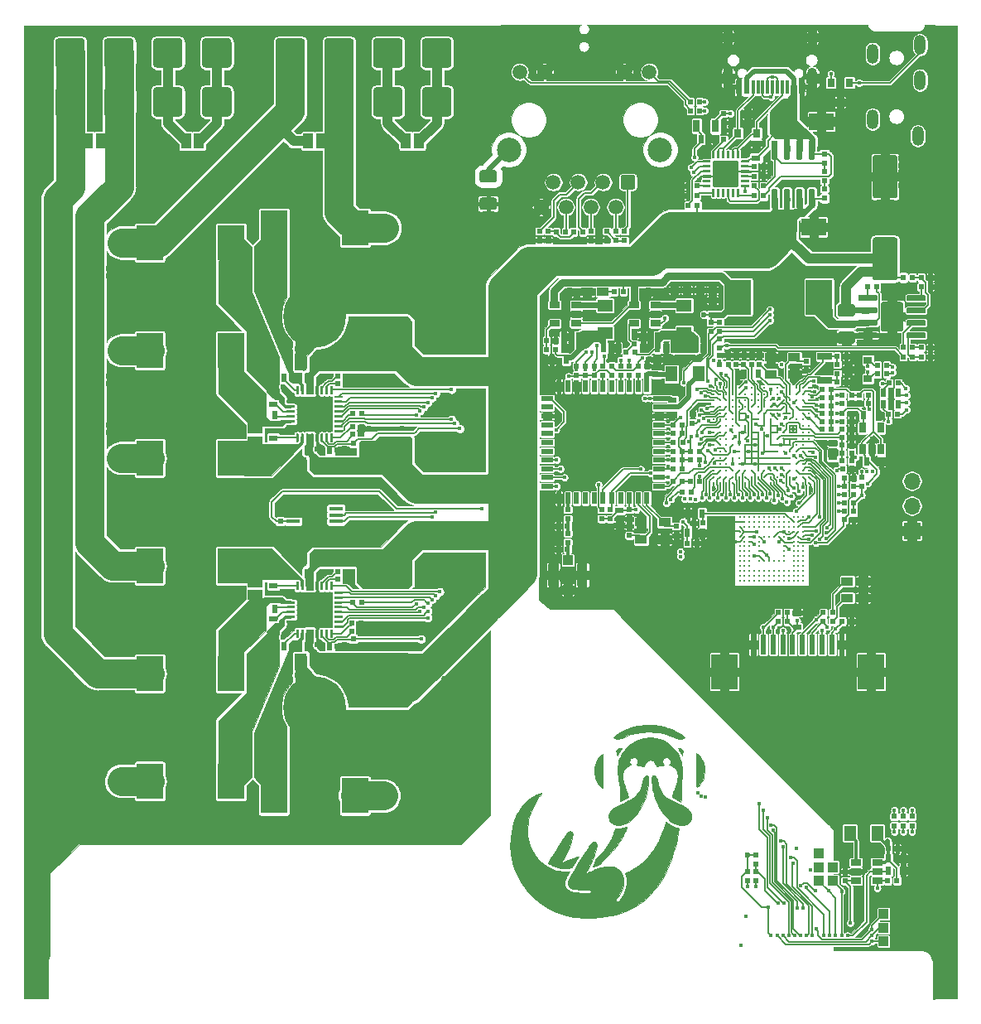
<source format=gtl>
G04 #@! TF.GenerationSoftware,KiCad,Pcbnew,5.1.5+dfsg1-2build2*
G04 #@! TF.CreationDate,2021-04-11T14:42:19-07:00*
G04 #@! TF.ProjectId,OtterCastAmp,4f747465-7243-4617-9374-416d702e6b69,rev?*
G04 #@! TF.SameCoordinates,Original*
G04 #@! TF.FileFunction,Copper,L1,Top*
G04 #@! TF.FilePolarity,Positive*
%FSLAX46Y46*%
G04 Gerber Fmt 4.6, Leading zero omitted, Abs format (unit mm)*
G04 Created by KiCad (PCBNEW 5.1.5+dfsg1-2build2) date 2021-04-11 14:42:19*
%MOMM*%
%LPD*%
G04 APERTURE LIST*
%ADD10C,0.010000*%
%ADD11R,0.600000X0.500000*%
%ADD12R,1.000000X1.000000*%
%ADD13C,0.100000*%
%ADD14R,1.700000X1.700000*%
%ADD15O,1.700000X1.700000*%
%ADD16C,0.245000*%
%ADD17C,0.300000*%
%ADD18R,1.060000X0.650000*%
%ADD19R,0.500000X0.600000*%
%ADD20R,1.200000X1.600000*%
%ADD21R,2.680000X3.600000*%
%ADD22R,0.610000X2.000000*%
%ADD23R,0.800000X0.900000*%
%ADD24R,0.600000X0.900000*%
%ADD25C,1.500000*%
%ADD26C,2.500000*%
%ADD27R,1.225000X0.850000*%
%ADD28R,0.900000X0.600000*%
%ADD29R,1.000000X1.500000*%
%ADD30R,1.500000X1.000000*%
%ADD31R,0.900000X0.800000*%
%ADD32R,1.200000X0.950000*%
%ADD33R,2.700000X3.600000*%
%ADD34R,1.250000X1.750000*%
%ADD35R,1.450000X0.450000*%
%ADD36R,1.600000X1.200000*%
%ADD37C,0.800000*%
%ADD38C,6.400000*%
%ADD39R,2.500000X1.800000*%
%ADD40R,1.050000X2.200000*%
%ADD41R,1.500000X0.750000*%
%ADD42R,0.510000X1.200000*%
%ADD43R,1.200000X0.510000*%
%ADD44R,0.650000X1.060000*%
%ADD45O,1.200000X2.000000*%
%ADD46R,0.600000X1.450000*%
%ADD47R,0.300000X1.450000*%
%ADD48O,1.000000X1.600000*%
%ADD49O,1.000000X2.100000*%
%ADD50R,0.700000X1.300000*%
%ADD51C,0.450000*%
%ADD52C,0.600000*%
%ADD53C,0.300000*%
%ADD54C,0.127000*%
%ADD55C,0.600000*%
%ADD56C,0.500000*%
%ADD57C,0.200000*%
%ADD58C,0.800000*%
%ADD59C,0.400000*%
%ADD60C,1.000000*%
%ADD61C,0.650000*%
%ADD62C,3.000000*%
%ADD63C,0.125000*%
G04 APERTURE END LIST*
D10*
G36*
X164518848Y-121789872D02*
G01*
X164682766Y-121795700D01*
X164806647Y-121804284D01*
X165266122Y-121864643D01*
X165714353Y-121958037D01*
X166146899Y-122082979D01*
X166559324Y-122237983D01*
X166947188Y-122421561D01*
X167306054Y-122632227D01*
X167334643Y-122651046D01*
X167455704Y-122733989D01*
X167567905Y-122815624D01*
X167666436Y-122892003D01*
X167746485Y-122959172D01*
X167803243Y-123013181D01*
X167831900Y-123050078D01*
X167834066Y-123061298D01*
X167811554Y-123081846D01*
X167760897Y-123110712D01*
X167700512Y-123138415D01*
X167630922Y-123164203D01*
X167564126Y-123180030D01*
X167485816Y-123188119D01*
X167381680Y-123190690D01*
X167363417Y-123190737D01*
X167294594Y-123190757D01*
X167238492Y-123189371D01*
X167188683Y-123184586D01*
X167138739Y-123174407D01*
X167082233Y-123156839D01*
X167012735Y-123129889D01*
X166923819Y-123091560D01*
X166809056Y-123039860D01*
X166664117Y-122973750D01*
X166347935Y-122843478D01*
X166010537Y-122732138D01*
X165646172Y-122638106D01*
X165249087Y-122559755D01*
X165130599Y-122540302D01*
X164986098Y-122522578D01*
X164808430Y-122508782D01*
X164606581Y-122498956D01*
X164389538Y-122493139D01*
X164166288Y-122491373D01*
X163945818Y-122493698D01*
X163737114Y-122500155D01*
X163549164Y-122510785D01*
X163390954Y-122525628D01*
X163341750Y-122532197D01*
X162846199Y-122623444D01*
X162376673Y-122746712D01*
X161934116Y-122901728D01*
X161674675Y-123013207D01*
X161564659Y-123062730D01*
X161458646Y-123108063D01*
X161367117Y-123144882D01*
X161300551Y-123168864D01*
X161288583Y-123172476D01*
X161157403Y-123195367D01*
X161011222Y-123198849D01*
X160872681Y-123182865D01*
X160833500Y-123173587D01*
X160756426Y-123148687D01*
X160679512Y-123117894D01*
X160614831Y-123086668D01*
X160574456Y-123060472D01*
X160568404Y-123053671D01*
X160578366Y-123031661D01*
X160618197Y-122990111D01*
X160682720Y-122933231D01*
X160766762Y-122865231D01*
X160865148Y-122790321D01*
X160972703Y-122712713D01*
X161066333Y-122648527D01*
X161406203Y-122444439D01*
X161778494Y-122263994D01*
X162179677Y-122108479D01*
X162606221Y-121979186D01*
X163054597Y-121877403D01*
X163288833Y-121836767D01*
X163410080Y-121822027D01*
X163564558Y-121809645D01*
X163743224Y-121799813D01*
X163937032Y-121792727D01*
X164136935Y-121788579D01*
X164333889Y-121787563D01*
X164518848Y-121789872D01*
G37*
X164518848Y-121789872D02*
X164682766Y-121795700D01*
X164806647Y-121804284D01*
X165266122Y-121864643D01*
X165714353Y-121958037D01*
X166146899Y-122082979D01*
X166559324Y-122237983D01*
X166947188Y-122421561D01*
X167306054Y-122632227D01*
X167334643Y-122651046D01*
X167455704Y-122733989D01*
X167567905Y-122815624D01*
X167666436Y-122892003D01*
X167746485Y-122959172D01*
X167803243Y-123013181D01*
X167831900Y-123050078D01*
X167834066Y-123061298D01*
X167811554Y-123081846D01*
X167760897Y-123110712D01*
X167700512Y-123138415D01*
X167630922Y-123164203D01*
X167564126Y-123180030D01*
X167485816Y-123188119D01*
X167381680Y-123190690D01*
X167363417Y-123190737D01*
X167294594Y-123190757D01*
X167238492Y-123189371D01*
X167188683Y-123184586D01*
X167138739Y-123174407D01*
X167082233Y-123156839D01*
X167012735Y-123129889D01*
X166923819Y-123091560D01*
X166809056Y-123039860D01*
X166664117Y-122973750D01*
X166347935Y-122843478D01*
X166010537Y-122732138D01*
X165646172Y-122638106D01*
X165249087Y-122559755D01*
X165130599Y-122540302D01*
X164986098Y-122522578D01*
X164808430Y-122508782D01*
X164606581Y-122498956D01*
X164389538Y-122493139D01*
X164166288Y-122491373D01*
X163945818Y-122493698D01*
X163737114Y-122500155D01*
X163549164Y-122510785D01*
X163390954Y-122525628D01*
X163341750Y-122532197D01*
X162846199Y-122623444D01*
X162376673Y-122746712D01*
X161934116Y-122901728D01*
X161674675Y-123013207D01*
X161564659Y-123062730D01*
X161458646Y-123108063D01*
X161367117Y-123144882D01*
X161300551Y-123168864D01*
X161288583Y-123172476D01*
X161157403Y-123195367D01*
X161011222Y-123198849D01*
X160872681Y-123182865D01*
X160833500Y-123173587D01*
X160756426Y-123148687D01*
X160679512Y-123117894D01*
X160614831Y-123086668D01*
X160574456Y-123060472D01*
X160568404Y-123053671D01*
X160578366Y-123031661D01*
X160618197Y-122990111D01*
X160682720Y-122933231D01*
X160766762Y-122865231D01*
X160865148Y-122790321D01*
X160972703Y-122712713D01*
X161066333Y-122648527D01*
X161406203Y-122444439D01*
X161778494Y-122263994D01*
X162179677Y-122108479D01*
X162606221Y-121979186D01*
X163054597Y-121877403D01*
X163288833Y-121836767D01*
X163410080Y-121822027D01*
X163564558Y-121809645D01*
X163743224Y-121799813D01*
X163937032Y-121792727D01*
X164136935Y-121788579D01*
X164333889Y-121787563D01*
X164518848Y-121789872D01*
G36*
X167205622Y-124116085D02*
G01*
X167267628Y-124126483D01*
X167332988Y-124142655D01*
X167389325Y-124162394D01*
X167400823Y-124167765D01*
X167485166Y-124222727D01*
X167566663Y-124296530D01*
X167629500Y-124374213D01*
X167642598Y-124396512D01*
X167660456Y-124441645D01*
X167663957Y-124491430D01*
X167653892Y-124562454D01*
X167651168Y-124576429D01*
X167636130Y-124669433D01*
X167625142Y-124768803D01*
X167622501Y-124808730D01*
X167617417Y-124922543D01*
X167567943Y-124819313D01*
X167517608Y-124722210D01*
X167450849Y-124604341D01*
X167375893Y-124479352D01*
X167300970Y-124360891D01*
X167234307Y-124262604D01*
X167222293Y-124246029D01*
X167180530Y-124187225D01*
X167151246Y-124142050D01*
X167141167Y-124121443D01*
X167159343Y-124113669D01*
X167205622Y-124116085D01*
G37*
X167205622Y-124116085D02*
X167267628Y-124126483D01*
X167332988Y-124142655D01*
X167389325Y-124162394D01*
X167400823Y-124167765D01*
X167485166Y-124222727D01*
X167566663Y-124296530D01*
X167629500Y-124374213D01*
X167642598Y-124396512D01*
X167660456Y-124441645D01*
X167663957Y-124491430D01*
X167653892Y-124562454D01*
X167651168Y-124576429D01*
X167636130Y-124669433D01*
X167625142Y-124768803D01*
X167622501Y-124808730D01*
X167617417Y-124922543D01*
X167567943Y-124819313D01*
X167517608Y-124722210D01*
X167450849Y-124604341D01*
X167375893Y-124479352D01*
X167300970Y-124360891D01*
X167234307Y-124262604D01*
X167222293Y-124246029D01*
X167180530Y-124187225D01*
X167151246Y-124142050D01*
X167141167Y-124121443D01*
X167159343Y-124113669D01*
X167205622Y-124116085D01*
G36*
X161385755Y-124116506D02*
G01*
X161422178Y-124130559D01*
X161423228Y-124159544D01*
X161392183Y-124208011D01*
X161385449Y-124216626D01*
X161323476Y-124301929D01*
X161250979Y-124412611D01*
X161175704Y-124535866D01*
X161105399Y-124658885D01*
X161047810Y-124768860D01*
X161034155Y-124797430D01*
X160966943Y-124942277D01*
X160953367Y-124808013D01*
X160920695Y-124656571D01*
X160877915Y-124552660D01*
X160816038Y-124431570D01*
X160875803Y-124349067D01*
X160971524Y-124247225D01*
X161088723Y-124170096D01*
X161216229Y-124123748D01*
X161310680Y-124112833D01*
X161385755Y-124116506D01*
G37*
X161385755Y-124116506D02*
X161422178Y-124130559D01*
X161423228Y-124159544D01*
X161392183Y-124208011D01*
X161385449Y-124216626D01*
X161323476Y-124301929D01*
X161250979Y-124412611D01*
X161175704Y-124535866D01*
X161105399Y-124658885D01*
X161047810Y-124768860D01*
X161034155Y-124797430D01*
X160966943Y-124942277D01*
X160953367Y-124808013D01*
X160920695Y-124656571D01*
X160877915Y-124552660D01*
X160816038Y-124431570D01*
X160875803Y-124349067D01*
X160971524Y-124247225D01*
X161088723Y-124170096D01*
X161216229Y-124123748D01*
X161310680Y-124112833D01*
X161385755Y-124116506D01*
G36*
X169136125Y-124708710D02*
G01*
X169293546Y-124842089D01*
X169440166Y-125010478D01*
X169571625Y-125207050D01*
X169683566Y-125424974D01*
X169771629Y-125657423D01*
X169796768Y-125743799D01*
X169855020Y-126027464D01*
X169880701Y-126315181D01*
X169874982Y-126601957D01*
X169839029Y-126882801D01*
X169774012Y-127152721D01*
X169681099Y-127406723D01*
X169561459Y-127639817D01*
X169416261Y-127847009D01*
X169267549Y-128004609D01*
X169204121Y-128060643D01*
X169148004Y-128106825D01*
X169110271Y-128134087D01*
X169107517Y-128135650D01*
X169100334Y-128138569D01*
X169094062Y-128137360D01*
X169088640Y-128129370D01*
X169084005Y-128111945D01*
X169080095Y-128082433D01*
X169076850Y-128038180D01*
X169074207Y-127976534D01*
X169072104Y-127894842D01*
X169070480Y-127790450D01*
X169069274Y-127660706D01*
X169068422Y-127502956D01*
X169067865Y-127314548D01*
X169067539Y-127092828D01*
X169067383Y-126835144D01*
X169067336Y-126538842D01*
X169067333Y-126408720D01*
X169067333Y-124660284D01*
X169136125Y-124708710D01*
G37*
X169136125Y-124708710D02*
X169293546Y-124842089D01*
X169440166Y-125010478D01*
X169571625Y-125207050D01*
X169683566Y-125424974D01*
X169771629Y-125657423D01*
X169796768Y-125743799D01*
X169855020Y-126027464D01*
X169880701Y-126315181D01*
X169874982Y-126601957D01*
X169839029Y-126882801D01*
X169774012Y-127152721D01*
X169681099Y-127406723D01*
X169561459Y-127639817D01*
X169416261Y-127847009D01*
X169267549Y-128004609D01*
X169204121Y-128060643D01*
X169148004Y-128106825D01*
X169110271Y-128134087D01*
X169107517Y-128135650D01*
X169100334Y-128138569D01*
X169094062Y-128137360D01*
X169088640Y-128129370D01*
X169084005Y-128111945D01*
X169080095Y-128082433D01*
X169076850Y-128038180D01*
X169074207Y-127976534D01*
X169072104Y-127894842D01*
X169070480Y-127790450D01*
X169069274Y-127660706D01*
X169068422Y-127502956D01*
X169067865Y-127314548D01*
X169067539Y-127092828D01*
X169067383Y-126835144D01*
X169067336Y-126538842D01*
X169067333Y-126408720D01*
X169067333Y-124660284D01*
X169136125Y-124708710D01*
G36*
X159457667Y-126492886D02*
G01*
X159457563Y-126759115D01*
X159457262Y-127012799D01*
X159456779Y-127250799D01*
X159456131Y-127469979D01*
X159455334Y-127667199D01*
X159454402Y-127839322D01*
X159453352Y-127983210D01*
X159452200Y-128095725D01*
X159450961Y-128173730D01*
X159449651Y-128214086D01*
X159448984Y-128219167D01*
X159429162Y-128207078D01*
X159386262Y-128175616D01*
X159337859Y-128138095D01*
X159149181Y-127962474D01*
X158988228Y-127758897D01*
X158855529Y-127531852D01*
X158751616Y-127285827D01*
X158677019Y-127025312D01*
X158632269Y-126754794D01*
X158617896Y-126478761D01*
X158634432Y-126201702D01*
X158682407Y-125928105D01*
X158762352Y-125662459D01*
X158874797Y-125409251D01*
X158992033Y-125213451D01*
X159063034Y-125119032D01*
X159148281Y-125021042D01*
X159238215Y-124929259D01*
X159323277Y-124853462D01*
X159391430Y-124804845D01*
X159457667Y-124766606D01*
X159457667Y-126492886D01*
G37*
X159457667Y-126492886D02*
X159457563Y-126759115D01*
X159457262Y-127012799D01*
X159456779Y-127250799D01*
X159456131Y-127469979D01*
X159455334Y-127667199D01*
X159454402Y-127839322D01*
X159453352Y-127983210D01*
X159452200Y-128095725D01*
X159450961Y-128173730D01*
X159449651Y-128214086D01*
X159448984Y-128219167D01*
X159429162Y-128207078D01*
X159386262Y-128175616D01*
X159337859Y-128138095D01*
X159149181Y-127962474D01*
X158988228Y-127758897D01*
X158855529Y-127531852D01*
X158751616Y-127285827D01*
X158677019Y-127025312D01*
X158632269Y-126754794D01*
X158617896Y-126478761D01*
X158634432Y-126201702D01*
X158682407Y-125928105D01*
X158762352Y-125662459D01*
X158874797Y-125409251D01*
X158992033Y-125213451D01*
X159063034Y-125119032D01*
X159148281Y-125021042D01*
X159238215Y-124929259D01*
X159323277Y-124853462D01*
X159391430Y-124804845D01*
X159457667Y-124766606D01*
X159457667Y-126492886D01*
G36*
X164567702Y-123077146D02*
G01*
X164795353Y-123100180D01*
X165013891Y-123141457D01*
X165238837Y-123203398D01*
X165301892Y-123223716D01*
X165609693Y-123340850D01*
X165891085Y-123481387D01*
X166154124Y-123650344D01*
X166406869Y-123852739D01*
X166592117Y-124027096D01*
X166844699Y-124304355D01*
X167058061Y-124592807D01*
X167234574Y-124895758D01*
X167276327Y-124980691D01*
X167369906Y-125192903D01*
X167446741Y-125401256D01*
X167507460Y-125611055D01*
X167552689Y-125827605D01*
X167583058Y-126056210D01*
X167599191Y-126302176D01*
X167601718Y-126570807D01*
X167591266Y-126867408D01*
X167568461Y-127197284D01*
X167555712Y-127343103D01*
X167534131Y-127594576D01*
X167518391Y-127821265D01*
X167507703Y-128039593D01*
X167501279Y-128265982D01*
X167498327Y-128516854D01*
X167498215Y-128539020D01*
X167496984Y-128709141D01*
X167494952Y-128878624D01*
X167492279Y-129038988D01*
X167489128Y-129181748D01*
X167485658Y-129298423D01*
X167482340Y-129375126D01*
X167469250Y-129610336D01*
X167395167Y-129577357D01*
X167286762Y-129528130D01*
X167166334Y-129471844D01*
X167041703Y-129412325D01*
X166920691Y-129353398D01*
X166811118Y-129298891D01*
X166720807Y-129252628D01*
X166657579Y-129218435D01*
X166639825Y-129207866D01*
X166551234Y-129151695D01*
X166601589Y-128965889D01*
X166624820Y-128882371D01*
X166648907Y-128801268D01*
X166676128Y-128715895D01*
X166708764Y-128619571D01*
X166749096Y-128505613D01*
X166799403Y-128367337D01*
X166861965Y-128198061D01*
X166881661Y-128145083D01*
X166989839Y-127835103D01*
X167071638Y-127555593D01*
X167126993Y-127303863D01*
X167155840Y-127077223D01*
X167158115Y-126872984D01*
X167133753Y-126688455D01*
X167082691Y-126520946D01*
X167004864Y-126367768D01*
X166900209Y-126226231D01*
X166834247Y-126155420D01*
X166719041Y-126054951D01*
X166593779Y-125970835D01*
X166469586Y-125909596D01*
X166361997Y-125878434D01*
X166307697Y-125867792D01*
X166276373Y-125857860D01*
X166273333Y-125854966D01*
X166284742Y-125833698D01*
X166313144Y-125792214D01*
X166323327Y-125778296D01*
X166391291Y-125656435D01*
X166417916Y-125532655D01*
X166403464Y-125410931D01*
X166348200Y-125295239D01*
X166286408Y-125221004D01*
X166183982Y-125142175D01*
X166077319Y-125100699D01*
X165970707Y-125092460D01*
X165868440Y-125113347D01*
X165774808Y-125159245D01*
X165694101Y-125226042D01*
X165630612Y-125309624D01*
X165588631Y-125405877D01*
X165572449Y-125510689D01*
X165586358Y-125619946D01*
X165634649Y-125729534D01*
X165685100Y-125797399D01*
X165720824Y-125840096D01*
X165739125Y-125866037D01*
X165739478Y-125869667D01*
X165706166Y-125873621D01*
X165640148Y-125884375D01*
X165550197Y-125900262D01*
X165445086Y-125919619D01*
X165333588Y-125940780D01*
X165224475Y-125962080D01*
X165126520Y-125981855D01*
X165048496Y-125998438D01*
X164999176Y-126010166D01*
X164999147Y-126010174D01*
X164972025Y-126005789D01*
X164951158Y-125970242D01*
X164940660Y-125936237D01*
X164904642Y-125847020D01*
X164844743Y-125745535D01*
X164768539Y-125640922D01*
X164683606Y-125542322D01*
X164597520Y-125458874D01*
X164517858Y-125399720D01*
X164480673Y-125381283D01*
X164385045Y-125360386D01*
X164280693Y-125361585D01*
X164186362Y-125383743D01*
X164150409Y-125401326D01*
X164087656Y-125448945D01*
X164010694Y-125520043D01*
X163929983Y-125603699D01*
X163855986Y-125688989D01*
X163799163Y-125764992D01*
X163793081Y-125774417D01*
X163753155Y-125846762D01*
X163719678Y-125922036D01*
X163713296Y-125939909D01*
X163689819Y-125993646D01*
X163664931Y-126010436D01*
X163654367Y-126008305D01*
X163624531Y-126000940D01*
X163561608Y-125987902D01*
X163474218Y-125970782D01*
X163370980Y-125951167D01*
X163260511Y-125930650D01*
X163151432Y-125910818D01*
X163052362Y-125893263D01*
X162971919Y-125879574D01*
X162918722Y-125871340D01*
X162902753Y-125869667D01*
X162902886Y-125855840D01*
X162926361Y-125820715D01*
X162945733Y-125797399D01*
X163016692Y-125688186D01*
X163050537Y-125570970D01*
X163049766Y-125452683D01*
X163016877Y-125340253D01*
X162954368Y-125240611D01*
X162864737Y-125160686D01*
X162750481Y-125107410D01*
X162692197Y-125094056D01*
X162577750Y-125095230D01*
X162468512Y-125131618D01*
X162371043Y-125196597D01*
X162291902Y-125283548D01*
X162237649Y-125385849D01*
X162214844Y-125496879D01*
X162220008Y-125570680D01*
X162257579Y-125689131D01*
X162319137Y-125794398D01*
X162339807Y-125819177D01*
X162380663Y-125863937D01*
X162291001Y-125878274D01*
X162160115Y-125917352D01*
X162024053Y-125989986D01*
X161890902Y-126089528D01*
X161768749Y-126209333D01*
X161665680Y-126342754D01*
X161610961Y-126437186D01*
X161549729Y-126576523D01*
X161511859Y-126709138D01*
X161494602Y-126849666D01*
X161495212Y-127012741D01*
X161496934Y-127044417D01*
X161509933Y-127188083D01*
X161532644Y-127334878D01*
X161566726Y-127491224D01*
X161613840Y-127663540D01*
X161675647Y-127858246D01*
X161753806Y-128081763D01*
X161792517Y-128187417D01*
X161874172Y-128411878D01*
X161944161Y-128612680D01*
X162001479Y-128786674D01*
X162045121Y-128930710D01*
X162074081Y-129041640D01*
X162086478Y-129108167D01*
X162086195Y-129127222D01*
X162077272Y-129145837D01*
X162055003Y-129167068D01*
X162014681Y-129193966D01*
X161951602Y-129229585D01*
X161861058Y-129276980D01*
X161738345Y-129339203D01*
X161703201Y-129356875D01*
X161584754Y-129415843D01*
X161478545Y-129467697D01*
X161390576Y-129509589D01*
X161326849Y-129538671D01*
X161293367Y-129552097D01*
X161290451Y-129552674D01*
X161282228Y-129536420D01*
X161276602Y-129486276D01*
X161273500Y-129400181D01*
X161272852Y-129276072D01*
X161274587Y-129111888D01*
X161274779Y-129099881D01*
X161276434Y-128877807D01*
X161273110Y-128678006D01*
X161263920Y-128489461D01*
X161247983Y-128301151D01*
X161224414Y-128102059D01*
X161192330Y-127881167D01*
X161162003Y-127693702D01*
X161108545Y-127356928D01*
X161067067Y-127057672D01*
X161037309Y-126792926D01*
X161019012Y-126559682D01*
X161011916Y-126354933D01*
X161015763Y-126175671D01*
X161022990Y-126081333D01*
X161061866Y-125788636D01*
X161119321Y-125521368D01*
X161199377Y-125265211D01*
X161306056Y-125005841D01*
X161352890Y-124906583D01*
X161521359Y-124605916D01*
X161724592Y-124321609D01*
X161957995Y-124057929D01*
X162216973Y-123819140D01*
X162496932Y-123609511D01*
X162793278Y-123433306D01*
X163079677Y-123303126D01*
X163346730Y-123208657D01*
X163597566Y-123140859D01*
X163846461Y-123097037D01*
X164107692Y-123074498D01*
X164315417Y-123069936D01*
X164567702Y-123077146D01*
G37*
X164567702Y-123077146D02*
X164795353Y-123100180D01*
X165013891Y-123141457D01*
X165238837Y-123203398D01*
X165301892Y-123223716D01*
X165609693Y-123340850D01*
X165891085Y-123481387D01*
X166154124Y-123650344D01*
X166406869Y-123852739D01*
X166592117Y-124027096D01*
X166844699Y-124304355D01*
X167058061Y-124592807D01*
X167234574Y-124895758D01*
X167276327Y-124980691D01*
X167369906Y-125192903D01*
X167446741Y-125401256D01*
X167507460Y-125611055D01*
X167552689Y-125827605D01*
X167583058Y-126056210D01*
X167599191Y-126302176D01*
X167601718Y-126570807D01*
X167591266Y-126867408D01*
X167568461Y-127197284D01*
X167555712Y-127343103D01*
X167534131Y-127594576D01*
X167518391Y-127821265D01*
X167507703Y-128039593D01*
X167501279Y-128265982D01*
X167498327Y-128516854D01*
X167498215Y-128539020D01*
X167496984Y-128709141D01*
X167494952Y-128878624D01*
X167492279Y-129038988D01*
X167489128Y-129181748D01*
X167485658Y-129298423D01*
X167482340Y-129375126D01*
X167469250Y-129610336D01*
X167395167Y-129577357D01*
X167286762Y-129528130D01*
X167166334Y-129471844D01*
X167041703Y-129412325D01*
X166920691Y-129353398D01*
X166811118Y-129298891D01*
X166720807Y-129252628D01*
X166657579Y-129218435D01*
X166639825Y-129207866D01*
X166551234Y-129151695D01*
X166601589Y-128965889D01*
X166624820Y-128882371D01*
X166648907Y-128801268D01*
X166676128Y-128715895D01*
X166708764Y-128619571D01*
X166749096Y-128505613D01*
X166799403Y-128367337D01*
X166861965Y-128198061D01*
X166881661Y-128145083D01*
X166989839Y-127835103D01*
X167071638Y-127555593D01*
X167126993Y-127303863D01*
X167155840Y-127077223D01*
X167158115Y-126872984D01*
X167133753Y-126688455D01*
X167082691Y-126520946D01*
X167004864Y-126367768D01*
X166900209Y-126226231D01*
X166834247Y-126155420D01*
X166719041Y-126054951D01*
X166593779Y-125970835D01*
X166469586Y-125909596D01*
X166361997Y-125878434D01*
X166307697Y-125867792D01*
X166276373Y-125857860D01*
X166273333Y-125854966D01*
X166284742Y-125833698D01*
X166313144Y-125792214D01*
X166323327Y-125778296D01*
X166391291Y-125656435D01*
X166417916Y-125532655D01*
X166403464Y-125410931D01*
X166348200Y-125295239D01*
X166286408Y-125221004D01*
X166183982Y-125142175D01*
X166077319Y-125100699D01*
X165970707Y-125092460D01*
X165868440Y-125113347D01*
X165774808Y-125159245D01*
X165694101Y-125226042D01*
X165630612Y-125309624D01*
X165588631Y-125405877D01*
X165572449Y-125510689D01*
X165586358Y-125619946D01*
X165634649Y-125729534D01*
X165685100Y-125797399D01*
X165720824Y-125840096D01*
X165739125Y-125866037D01*
X165739478Y-125869667D01*
X165706166Y-125873621D01*
X165640148Y-125884375D01*
X165550197Y-125900262D01*
X165445086Y-125919619D01*
X165333588Y-125940780D01*
X165224475Y-125962080D01*
X165126520Y-125981855D01*
X165048496Y-125998438D01*
X164999176Y-126010166D01*
X164999147Y-126010174D01*
X164972025Y-126005789D01*
X164951158Y-125970242D01*
X164940660Y-125936237D01*
X164904642Y-125847020D01*
X164844743Y-125745535D01*
X164768539Y-125640922D01*
X164683606Y-125542322D01*
X164597520Y-125458874D01*
X164517858Y-125399720D01*
X164480673Y-125381283D01*
X164385045Y-125360386D01*
X164280693Y-125361585D01*
X164186362Y-125383743D01*
X164150409Y-125401326D01*
X164087656Y-125448945D01*
X164010694Y-125520043D01*
X163929983Y-125603699D01*
X163855986Y-125688989D01*
X163799163Y-125764992D01*
X163793081Y-125774417D01*
X163753155Y-125846762D01*
X163719678Y-125922036D01*
X163713296Y-125939909D01*
X163689819Y-125993646D01*
X163664931Y-126010436D01*
X163654367Y-126008305D01*
X163624531Y-126000940D01*
X163561608Y-125987902D01*
X163474218Y-125970782D01*
X163370980Y-125951167D01*
X163260511Y-125930650D01*
X163151432Y-125910818D01*
X163052362Y-125893263D01*
X162971919Y-125879574D01*
X162918722Y-125871340D01*
X162902753Y-125869667D01*
X162902886Y-125855840D01*
X162926361Y-125820715D01*
X162945733Y-125797399D01*
X163016692Y-125688186D01*
X163050537Y-125570970D01*
X163049766Y-125452683D01*
X163016877Y-125340253D01*
X162954368Y-125240611D01*
X162864737Y-125160686D01*
X162750481Y-125107410D01*
X162692197Y-125094056D01*
X162577750Y-125095230D01*
X162468512Y-125131618D01*
X162371043Y-125196597D01*
X162291902Y-125283548D01*
X162237649Y-125385849D01*
X162214844Y-125496879D01*
X162220008Y-125570680D01*
X162257579Y-125689131D01*
X162319137Y-125794398D01*
X162339807Y-125819177D01*
X162380663Y-125863937D01*
X162291001Y-125878274D01*
X162160115Y-125917352D01*
X162024053Y-125989986D01*
X161890902Y-126089528D01*
X161768749Y-126209333D01*
X161665680Y-126342754D01*
X161610961Y-126437186D01*
X161549729Y-126576523D01*
X161511859Y-126709138D01*
X161494602Y-126849666D01*
X161495212Y-127012741D01*
X161496934Y-127044417D01*
X161509933Y-127188083D01*
X161532644Y-127334878D01*
X161566726Y-127491224D01*
X161613840Y-127663540D01*
X161675647Y-127858246D01*
X161753806Y-128081763D01*
X161792517Y-128187417D01*
X161874172Y-128411878D01*
X161944161Y-128612680D01*
X162001479Y-128786674D01*
X162045121Y-128930710D01*
X162074081Y-129041640D01*
X162086478Y-129108167D01*
X162086195Y-129127222D01*
X162077272Y-129145837D01*
X162055003Y-129167068D01*
X162014681Y-129193966D01*
X161951602Y-129229585D01*
X161861058Y-129276980D01*
X161738345Y-129339203D01*
X161703201Y-129356875D01*
X161584754Y-129415843D01*
X161478545Y-129467697D01*
X161390576Y-129509589D01*
X161326849Y-129538671D01*
X161293367Y-129552097D01*
X161290451Y-129552674D01*
X161282228Y-129536420D01*
X161276602Y-129486276D01*
X161273500Y-129400181D01*
X161272852Y-129276072D01*
X161274587Y-129111888D01*
X161274779Y-129099881D01*
X161276434Y-128877807D01*
X161273110Y-128678006D01*
X161263920Y-128489461D01*
X161247983Y-128301151D01*
X161224414Y-128102059D01*
X161192330Y-127881167D01*
X161162003Y-127693702D01*
X161108545Y-127356928D01*
X161067067Y-127057672D01*
X161037309Y-126792926D01*
X161019012Y-126559682D01*
X161011916Y-126354933D01*
X161015763Y-126175671D01*
X161022990Y-126081333D01*
X161061866Y-125788636D01*
X161119321Y-125521368D01*
X161199377Y-125265211D01*
X161306056Y-125005841D01*
X161352890Y-124906583D01*
X161521359Y-124605916D01*
X161724592Y-124321609D01*
X161957995Y-124057929D01*
X162216973Y-123819140D01*
X162496932Y-123609511D01*
X162793278Y-123433306D01*
X163079677Y-123303126D01*
X163346730Y-123208657D01*
X163597566Y-123140859D01*
X163846461Y-123097037D01*
X164107692Y-123074498D01*
X164315417Y-123069936D01*
X164567702Y-123077146D01*
G36*
X164745220Y-126918891D02*
G01*
X164824687Y-126966490D01*
X164907725Y-127056054D01*
X164928475Y-127084162D01*
X164976696Y-127164049D01*
X165019763Y-127262901D01*
X165059445Y-127386340D01*
X165097513Y-127539986D01*
X165135736Y-127729461D01*
X165141479Y-127760698D01*
X165185603Y-127971454D01*
X165237149Y-128151386D01*
X165300397Y-128311890D01*
X165379626Y-128464357D01*
X165445636Y-128570507D01*
X165585783Y-128762321D01*
X165747073Y-128942797D01*
X165932396Y-129113941D01*
X166144646Y-129277758D01*
X166386716Y-129436252D01*
X166661496Y-129591429D01*
X166971881Y-129745293D01*
X167320761Y-129899850D01*
X167426917Y-129944007D01*
X167598541Y-130015755D01*
X167737083Y-130077242D01*
X167849336Y-130132420D01*
X167942096Y-130185240D01*
X168022155Y-130239654D01*
X168096308Y-130299612D01*
X168171350Y-130369066D01*
X168191107Y-130388437D01*
X168285813Y-130487265D01*
X168356441Y-130574921D01*
X168413228Y-130665025D01*
X168445107Y-130726319D01*
X168480541Y-130800102D01*
X168504021Y-130857371D01*
X168518006Y-130910432D01*
X168524955Y-130971592D01*
X168527328Y-131053159D01*
X168527583Y-131139069D01*
X168526811Y-131247451D01*
X168523207Y-131325044D01*
X168514841Y-131383383D01*
X168499780Y-131434005D01*
X168476094Y-131488443D01*
X168465383Y-131510583D01*
X168366278Y-131666094D01*
X168235543Y-131797575D01*
X168079156Y-131900434D01*
X167903094Y-131970079D01*
X167850250Y-131983184D01*
X167651633Y-132012293D01*
X167453686Y-132015892D01*
X167355537Y-132007029D01*
X167110524Y-131953476D01*
X166863254Y-131859605D01*
X166615965Y-131727193D01*
X166370895Y-131558016D01*
X166130282Y-131353850D01*
X165896363Y-131116472D01*
X165671376Y-130847657D01*
X165457560Y-130549183D01*
X165392743Y-130449089D01*
X165310861Y-130310879D01*
X165220452Y-130143611D01*
X165126798Y-129958245D01*
X165035179Y-129765741D01*
X164950878Y-129577059D01*
X164879177Y-129403158D01*
X164845472Y-129313465D01*
X164698797Y-128845369D01*
X164591491Y-128370341D01*
X164524495Y-127893179D01*
X164502134Y-127561783D01*
X164497860Y-127384395D01*
X164500168Y-127243991D01*
X164509814Y-127135627D01*
X164527551Y-127054357D01*
X164554135Y-126995234D01*
X164590318Y-126953315D01*
X164595586Y-126949013D01*
X164668971Y-126913113D01*
X164745220Y-126918891D01*
G37*
X164745220Y-126918891D02*
X164824687Y-126966490D01*
X164907725Y-127056054D01*
X164928475Y-127084162D01*
X164976696Y-127164049D01*
X165019763Y-127262901D01*
X165059445Y-127386340D01*
X165097513Y-127539986D01*
X165135736Y-127729461D01*
X165141479Y-127760698D01*
X165185603Y-127971454D01*
X165237149Y-128151386D01*
X165300397Y-128311890D01*
X165379626Y-128464357D01*
X165445636Y-128570507D01*
X165585783Y-128762321D01*
X165747073Y-128942797D01*
X165932396Y-129113941D01*
X166144646Y-129277758D01*
X166386716Y-129436252D01*
X166661496Y-129591429D01*
X166971881Y-129745293D01*
X167320761Y-129899850D01*
X167426917Y-129944007D01*
X167598541Y-130015755D01*
X167737083Y-130077242D01*
X167849336Y-130132420D01*
X167942096Y-130185240D01*
X168022155Y-130239654D01*
X168096308Y-130299612D01*
X168171350Y-130369066D01*
X168191107Y-130388437D01*
X168285813Y-130487265D01*
X168356441Y-130574921D01*
X168413228Y-130665025D01*
X168445107Y-130726319D01*
X168480541Y-130800102D01*
X168504021Y-130857371D01*
X168518006Y-130910432D01*
X168524955Y-130971592D01*
X168527328Y-131053159D01*
X168527583Y-131139069D01*
X168526811Y-131247451D01*
X168523207Y-131325044D01*
X168514841Y-131383383D01*
X168499780Y-131434005D01*
X168476094Y-131488443D01*
X168465383Y-131510583D01*
X168366278Y-131666094D01*
X168235543Y-131797575D01*
X168079156Y-131900434D01*
X167903094Y-131970079D01*
X167850250Y-131983184D01*
X167651633Y-132012293D01*
X167453686Y-132015892D01*
X167355537Y-132007029D01*
X167110524Y-131953476D01*
X166863254Y-131859605D01*
X166615965Y-131727193D01*
X166370895Y-131558016D01*
X166130282Y-131353850D01*
X165896363Y-131116472D01*
X165671376Y-130847657D01*
X165457560Y-130549183D01*
X165392743Y-130449089D01*
X165310861Y-130310879D01*
X165220452Y-130143611D01*
X165126798Y-129958245D01*
X165035179Y-129765741D01*
X164950878Y-129577059D01*
X164879177Y-129403158D01*
X164845472Y-129313465D01*
X164698797Y-128845369D01*
X164591491Y-128370341D01*
X164524495Y-127893179D01*
X164502134Y-127561783D01*
X164497860Y-127384395D01*
X164500168Y-127243991D01*
X164509814Y-127135627D01*
X164527551Y-127054357D01*
X164554135Y-126995234D01*
X164590318Y-126953315D01*
X164595586Y-126949013D01*
X164668971Y-126913113D01*
X164745220Y-126918891D01*
G36*
X164015195Y-126935072D02*
G01*
X164034563Y-126948475D01*
X164072089Y-126986707D01*
X164099514Y-127037956D01*
X164118183Y-127108580D01*
X164129439Y-127204935D01*
X164134625Y-127333378D01*
X164135382Y-127425546D01*
X164116129Y-127851428D01*
X164059285Y-128286437D01*
X163966762Y-128724482D01*
X163840470Y-129159468D01*
X163682321Y-129585304D01*
X163494225Y-129995895D01*
X163278096Y-130385149D01*
X163139507Y-130600417D01*
X162924006Y-130894303D01*
X162699214Y-131156924D01*
X162467075Y-131387062D01*
X162229532Y-131583495D01*
X161988527Y-131745003D01*
X161746005Y-131870368D01*
X161503908Y-131958368D01*
X161264179Y-132007785D01*
X161028762Y-132017397D01*
X160901789Y-132005271D01*
X160696152Y-131957677D01*
X160517381Y-131880066D01*
X160367444Y-131774433D01*
X160248311Y-131642773D01*
X160161948Y-131487079D01*
X160110325Y-131309347D01*
X160096655Y-131189455D01*
X160104516Y-130994410D01*
X160150303Y-130811008D01*
X160235364Y-130635857D01*
X160361045Y-130465565D01*
X160402111Y-130419987D01*
X160480014Y-130343682D01*
X160567438Y-130272974D01*
X160670026Y-130204553D01*
X160793423Y-130135110D01*
X160943273Y-130061334D01*
X161125218Y-129979916D01*
X161225083Y-129937370D01*
X161566025Y-129788445D01*
X161868532Y-129644140D01*
X162135934Y-129502156D01*
X162371560Y-129360193D01*
X162578739Y-129215953D01*
X162760802Y-129067135D01*
X162921077Y-128911442D01*
X163062894Y-128746572D01*
X163176737Y-128589583D01*
X163247839Y-128479124D01*
X163305871Y-128377079D01*
X163353873Y-128275190D01*
X163394887Y-128165199D01*
X163431955Y-128038845D01*
X163468118Y-127887871D01*
X163506418Y-127704018D01*
X163510545Y-127683193D01*
X163552258Y-127490395D01*
X163594745Y-127334306D01*
X163640209Y-127209322D01*
X163690854Y-127109842D01*
X163748881Y-127030265D01*
X163780300Y-126997204D01*
X163863864Y-126934768D01*
X163942308Y-126914029D01*
X164015195Y-126935072D01*
G37*
X164015195Y-126935072D02*
X164034563Y-126948475D01*
X164072089Y-126986707D01*
X164099514Y-127037956D01*
X164118183Y-127108580D01*
X164129439Y-127204935D01*
X164134625Y-127333378D01*
X164135382Y-127425546D01*
X164116129Y-127851428D01*
X164059285Y-128286437D01*
X163966762Y-128724482D01*
X163840470Y-129159468D01*
X163682321Y-129585304D01*
X163494225Y-129995895D01*
X163278096Y-130385149D01*
X163139507Y-130600417D01*
X162924006Y-130894303D01*
X162699214Y-131156924D01*
X162467075Y-131387062D01*
X162229532Y-131583495D01*
X161988527Y-131745003D01*
X161746005Y-131870368D01*
X161503908Y-131958368D01*
X161264179Y-132007785D01*
X161028762Y-132017397D01*
X160901789Y-132005271D01*
X160696152Y-131957677D01*
X160517381Y-131880066D01*
X160367444Y-131774433D01*
X160248311Y-131642773D01*
X160161948Y-131487079D01*
X160110325Y-131309347D01*
X160096655Y-131189455D01*
X160104516Y-130994410D01*
X160150303Y-130811008D01*
X160235364Y-130635857D01*
X160361045Y-130465565D01*
X160402111Y-130419987D01*
X160480014Y-130343682D01*
X160567438Y-130272974D01*
X160670026Y-130204553D01*
X160793423Y-130135110D01*
X160943273Y-130061334D01*
X161125218Y-129979916D01*
X161225083Y-129937370D01*
X161566025Y-129788445D01*
X161868532Y-129644140D01*
X162135934Y-129502156D01*
X162371560Y-129360193D01*
X162578739Y-129215953D01*
X162760802Y-129067135D01*
X162921077Y-128911442D01*
X163062894Y-128746572D01*
X163176737Y-128589583D01*
X163247839Y-128479124D01*
X163305871Y-128377079D01*
X163353873Y-128275190D01*
X163394887Y-128165199D01*
X163431955Y-128038845D01*
X163468118Y-127887871D01*
X163506418Y-127704018D01*
X163510545Y-127683193D01*
X163552258Y-127490395D01*
X163594745Y-127334306D01*
X163640209Y-127209322D01*
X163690854Y-127109842D01*
X163748881Y-127030265D01*
X163780300Y-126997204D01*
X163863864Y-126934768D01*
X163942308Y-126914029D01*
X164015195Y-126935072D01*
G36*
X161947590Y-132162534D02*
G01*
X161945263Y-132186776D01*
X161927876Y-132243027D01*
X161898091Y-132324853D01*
X161858570Y-132425818D01*
X161811977Y-132539488D01*
X161760973Y-132659427D01*
X161708222Y-132779200D01*
X161656387Y-132892374D01*
X161608130Y-132992511D01*
X161586746Y-133034583D01*
X161474856Y-133242758D01*
X161359546Y-133442106D01*
X161237823Y-133636514D01*
X161106696Y-133829867D01*
X160963174Y-134026050D01*
X160804263Y-134228949D01*
X160626974Y-134442451D01*
X160428313Y-134670439D01*
X160205290Y-134916800D01*
X159954912Y-135185420D01*
X159825848Y-135321607D01*
X159705181Y-135448492D01*
X159590003Y-135569860D01*
X159484587Y-135681190D01*
X159393205Y-135777960D01*
X159320129Y-135855649D01*
X159269633Y-135909736D01*
X159252928Y-135927900D01*
X159216143Y-135966207D01*
X159179392Y-135997034D01*
X159134935Y-136024359D01*
X159075030Y-136052162D01*
X158991934Y-136084421D01*
X158877905Y-136125116D01*
X158850762Y-136134598D01*
X158717331Y-136181099D01*
X158618644Y-136215297D01*
X158549462Y-136238800D01*
X158504547Y-136253221D01*
X158478662Y-136260168D01*
X158466568Y-136261253D01*
X158463027Y-136258085D01*
X158462833Y-136253857D01*
X158471648Y-136229631D01*
X158494939Y-136178079D01*
X158527976Y-136109599D01*
X158533769Y-136097930D01*
X158570060Y-136022012D01*
X158616583Y-135920234D01*
X158667374Y-135805847D01*
X158716468Y-135692102D01*
X158716935Y-135691000D01*
X158829167Y-135426417D01*
X159138125Y-135108707D01*
X159396193Y-134833420D01*
X159621952Y-134570159D01*
X159820666Y-134311444D01*
X159997597Y-134049793D01*
X160158008Y-133777726D01*
X160307162Y-133487761D01*
X160365078Y-133364591D01*
X160421414Y-133236376D01*
X160484577Y-133083632D01*
X160549857Y-132918553D01*
X160612548Y-132753336D01*
X160667940Y-132600175D01*
X160711325Y-132471267D01*
X160717211Y-132452500D01*
X160753222Y-132336083D01*
X161073819Y-132335845D01*
X161233956Y-132333515D01*
X161364635Y-132325276D01*
X161478576Y-132308851D01*
X161588499Y-132281965D01*
X161707122Y-132242343D01*
X161803357Y-132205330D01*
X161871822Y-132180057D01*
X161923541Y-132164669D01*
X161947487Y-132162439D01*
X161947590Y-132162534D01*
G37*
X161947590Y-132162534D02*
X161945263Y-132186776D01*
X161927876Y-132243027D01*
X161898091Y-132324853D01*
X161858570Y-132425818D01*
X161811977Y-132539488D01*
X161760973Y-132659427D01*
X161708222Y-132779200D01*
X161656387Y-132892374D01*
X161608130Y-132992511D01*
X161586746Y-133034583D01*
X161474856Y-133242758D01*
X161359546Y-133442106D01*
X161237823Y-133636514D01*
X161106696Y-133829867D01*
X160963174Y-134026050D01*
X160804263Y-134228949D01*
X160626974Y-134442451D01*
X160428313Y-134670439D01*
X160205290Y-134916800D01*
X159954912Y-135185420D01*
X159825848Y-135321607D01*
X159705181Y-135448492D01*
X159590003Y-135569860D01*
X159484587Y-135681190D01*
X159393205Y-135777960D01*
X159320129Y-135855649D01*
X159269633Y-135909736D01*
X159252928Y-135927900D01*
X159216143Y-135966207D01*
X159179392Y-135997034D01*
X159134935Y-136024359D01*
X159075030Y-136052162D01*
X158991934Y-136084421D01*
X158877905Y-136125116D01*
X158850762Y-136134598D01*
X158717331Y-136181099D01*
X158618644Y-136215297D01*
X158549462Y-136238800D01*
X158504547Y-136253221D01*
X158478662Y-136260168D01*
X158466568Y-136261253D01*
X158463027Y-136258085D01*
X158462833Y-136253857D01*
X158471648Y-136229631D01*
X158494939Y-136178079D01*
X158527976Y-136109599D01*
X158533769Y-136097930D01*
X158570060Y-136022012D01*
X158616583Y-135920234D01*
X158667374Y-135805847D01*
X158716468Y-135692102D01*
X158716935Y-135691000D01*
X158829167Y-135426417D01*
X159138125Y-135108707D01*
X159396193Y-134833420D01*
X159621952Y-134570159D01*
X159820666Y-134311444D01*
X159997597Y-134049793D01*
X160158008Y-133777726D01*
X160307162Y-133487761D01*
X160365078Y-133364591D01*
X160421414Y-133236376D01*
X160484577Y-133083632D01*
X160549857Y-132918553D01*
X160612548Y-132753336D01*
X160667940Y-132600175D01*
X160711325Y-132471267D01*
X160717211Y-132452500D01*
X160753222Y-132336083D01*
X161073819Y-132335845D01*
X161233956Y-132333515D01*
X161364635Y-132325276D01*
X161478576Y-132308851D01*
X161588499Y-132281965D01*
X161707122Y-132242343D01*
X161803357Y-132205330D01*
X161871822Y-132180057D01*
X161923541Y-132164669D01*
X161947487Y-132162439D01*
X161947590Y-132162534D01*
G36*
X156275122Y-132681097D02*
G01*
X156316365Y-132717695D01*
X156363761Y-132778275D01*
X156392402Y-132844565D01*
X156403637Y-132925413D01*
X156398814Y-133029669D01*
X156382145Y-133149106D01*
X156332924Y-133385934D01*
X156259340Y-133651756D01*
X156163118Y-133942224D01*
X156045984Y-134252994D01*
X155909664Y-134579719D01*
X155755883Y-134918053D01*
X155586366Y-135263652D01*
X155407453Y-135603698D01*
X155356852Y-135698196D01*
X155315301Y-135778680D01*
X155286221Y-135838295D01*
X155273034Y-135870184D01*
X155272823Y-135873545D01*
X155293642Y-135867739D01*
X155346370Y-135846696D01*
X155424585Y-135813154D01*
X155521870Y-135769852D01*
X155607069Y-135730965D01*
X155915723Y-135592713D01*
X156199645Y-135473865D01*
X156455694Y-135375667D01*
X156680728Y-135299362D01*
X156746922Y-135279409D01*
X156842031Y-135252466D01*
X156921151Y-135231396D01*
X156976158Y-135218269D01*
X156998925Y-135215152D01*
X156999007Y-135215217D01*
X156990093Y-135234225D01*
X156961382Y-135284693D01*
X156915529Y-135362195D01*
X156855192Y-135462303D01*
X156783026Y-135580590D01*
X156701687Y-135712629D01*
X156666862Y-135768813D01*
X156581352Y-135906543D01*
X156502610Y-136033405D01*
X156433535Y-136144726D01*
X156377027Y-136235830D01*
X156335984Y-136302045D01*
X156313308Y-136338697D01*
X156310157Y-136343822D01*
X156278938Y-136361923D01*
X156212557Y-136378932D01*
X156118183Y-136394313D01*
X156002983Y-136407531D01*
X155874125Y-136418050D01*
X155738778Y-136425334D01*
X155604109Y-136428847D01*
X155477286Y-136428053D01*
X155365478Y-136422417D01*
X155319583Y-136417874D01*
X155118942Y-136387656D01*
X154911558Y-136345579D01*
X154717234Y-136295897D01*
X154634880Y-136270751D01*
X154546134Y-136238664D01*
X154440789Y-136195618D01*
X154326589Y-136145344D01*
X154211278Y-136091574D01*
X154102599Y-136038038D01*
X154008296Y-135988467D01*
X153936113Y-135946593D01*
X153893794Y-135916146D01*
X153889455Y-135911589D01*
X153890034Y-135891512D01*
X153906688Y-135847987D01*
X153940080Y-135779901D01*
X153990870Y-135686146D01*
X154059720Y-135565611D01*
X154147290Y-135417186D01*
X154254241Y-135239760D01*
X154381236Y-135032224D01*
X154528934Y-134793466D01*
X154697998Y-134522378D01*
X154889088Y-134217847D01*
X155052457Y-133958598D01*
X155205573Y-133716846D01*
X155338790Y-133508626D01*
X155454105Y-133331238D01*
X155553513Y-133181984D01*
X155639014Y-133058165D01*
X155712603Y-132957081D01*
X155776278Y-132876033D01*
X155832035Y-132812323D01*
X155881872Y-132763252D01*
X155927786Y-132726120D01*
X155971774Y-132698229D01*
X155993277Y-132687095D01*
X156102557Y-132647852D01*
X156195062Y-132645716D01*
X156275122Y-132681097D01*
G37*
X156275122Y-132681097D02*
X156316365Y-132717695D01*
X156363761Y-132778275D01*
X156392402Y-132844565D01*
X156403637Y-132925413D01*
X156398814Y-133029669D01*
X156382145Y-133149106D01*
X156332924Y-133385934D01*
X156259340Y-133651756D01*
X156163118Y-133942224D01*
X156045984Y-134252994D01*
X155909664Y-134579719D01*
X155755883Y-134918053D01*
X155586366Y-135263652D01*
X155407453Y-135603698D01*
X155356852Y-135698196D01*
X155315301Y-135778680D01*
X155286221Y-135838295D01*
X155273034Y-135870184D01*
X155272823Y-135873545D01*
X155293642Y-135867739D01*
X155346370Y-135846696D01*
X155424585Y-135813154D01*
X155521870Y-135769852D01*
X155607069Y-135730965D01*
X155915723Y-135592713D01*
X156199645Y-135473865D01*
X156455694Y-135375667D01*
X156680728Y-135299362D01*
X156746922Y-135279409D01*
X156842031Y-135252466D01*
X156921151Y-135231396D01*
X156976158Y-135218269D01*
X156998925Y-135215152D01*
X156999007Y-135215217D01*
X156990093Y-135234225D01*
X156961382Y-135284693D01*
X156915529Y-135362195D01*
X156855192Y-135462303D01*
X156783026Y-135580590D01*
X156701687Y-135712629D01*
X156666862Y-135768813D01*
X156581352Y-135906543D01*
X156502610Y-136033405D01*
X156433535Y-136144726D01*
X156377027Y-136235830D01*
X156335984Y-136302045D01*
X156313308Y-136338697D01*
X156310157Y-136343822D01*
X156278938Y-136361923D01*
X156212557Y-136378932D01*
X156118183Y-136394313D01*
X156002983Y-136407531D01*
X155874125Y-136418050D01*
X155738778Y-136425334D01*
X155604109Y-136428847D01*
X155477286Y-136428053D01*
X155365478Y-136422417D01*
X155319583Y-136417874D01*
X155118942Y-136387656D01*
X154911558Y-136345579D01*
X154717234Y-136295897D01*
X154634880Y-136270751D01*
X154546134Y-136238664D01*
X154440789Y-136195618D01*
X154326589Y-136145344D01*
X154211278Y-136091574D01*
X154102599Y-136038038D01*
X154008296Y-135988467D01*
X153936113Y-135946593D01*
X153893794Y-135916146D01*
X153889455Y-135911589D01*
X153890034Y-135891512D01*
X153906688Y-135847987D01*
X153940080Y-135779901D01*
X153990870Y-135686146D01*
X154059720Y-135565611D01*
X154147290Y-135417186D01*
X154254241Y-135239760D01*
X154381236Y-135032224D01*
X154528934Y-134793466D01*
X154697998Y-134522378D01*
X154889088Y-134217847D01*
X155052457Y-133958598D01*
X155205573Y-133716846D01*
X155338790Y-133508626D01*
X155454105Y-133331238D01*
X155553513Y-133181984D01*
X155639014Y-133058165D01*
X155712603Y-132957081D01*
X155776278Y-132876033D01*
X155832035Y-132812323D01*
X155881872Y-132763252D01*
X155927786Y-132726120D01*
X155971774Y-132698229D01*
X155993277Y-132687095D01*
X156102557Y-132647852D01*
X156195062Y-132645716D01*
X156275122Y-132681097D01*
G36*
X153174356Y-128759628D02*
G01*
X153181727Y-128793511D01*
X153153299Y-128849978D01*
X153089072Y-128929026D01*
X153085047Y-128933433D01*
X152879312Y-129181817D01*
X152682973Y-129466692D01*
X152498984Y-129782712D01*
X152330299Y-130124527D01*
X152179871Y-130486791D01*
X152094370Y-130727417D01*
X151976287Y-131117327D01*
X151887725Y-131491579D01*
X151826411Y-131862467D01*
X151790071Y-132242282D01*
X151781211Y-132420750D01*
X151779900Y-132795605D01*
X151805598Y-133146220D01*
X151860177Y-133479839D01*
X151945512Y-133803707D01*
X152063473Y-134125069D01*
X152215934Y-134451169D01*
X152384859Y-134755818D01*
X152623246Y-135123001D01*
X152882748Y-135454885D01*
X153162712Y-135750907D01*
X153462490Y-136010507D01*
X153781431Y-136233121D01*
X154118885Y-136418189D01*
X154474201Y-136565149D01*
X154482418Y-136568021D01*
X154757514Y-136648970D01*
X155052864Y-136709331D01*
X155354623Y-136747247D01*
X155648943Y-136760862D01*
X155864625Y-136753404D01*
X155952134Y-136747260D01*
X156021236Y-136743368D01*
X156062902Y-136742181D01*
X156071000Y-136743036D01*
X156061314Y-136762311D01*
X156034197Y-136813318D01*
X155992557Y-136890665D01*
X155939302Y-136988956D01*
X155877342Y-137102799D01*
X155848142Y-137156298D01*
X155780300Y-137282646D01*
X155717796Y-137403103D01*
X155664202Y-137510463D01*
X155623092Y-137597518D01*
X155598038Y-137657059D01*
X155594142Y-137668633D01*
X155563972Y-137841659D01*
X155573301Y-138018307D01*
X155620297Y-138193032D01*
X155703130Y-138360285D01*
X155819971Y-138514519D01*
X155898992Y-138592617D01*
X155983684Y-138662133D01*
X156072965Y-138721730D01*
X156170785Y-138772230D01*
X156281093Y-138814454D01*
X156407840Y-138849225D01*
X156554976Y-138877365D01*
X156726450Y-138899697D01*
X156926214Y-138917042D01*
X157158216Y-138930224D01*
X157426408Y-138940063D01*
X157588463Y-138944295D01*
X157770190Y-138948138D01*
X157914262Y-138949778D01*
X158025334Y-138948458D01*
X158108061Y-138943423D01*
X158167096Y-138933917D01*
X158207093Y-138919183D01*
X158232708Y-138898467D01*
X158248593Y-138871010D01*
X158259404Y-138836059D01*
X158259599Y-138835283D01*
X158259158Y-138771545D01*
X158234036Y-138707811D01*
X158192522Y-138660038D01*
X158160823Y-138645135D01*
X158125694Y-138641498D01*
X158055556Y-138637126D01*
X157957720Y-138632372D01*
X157839495Y-138627585D01*
X157708193Y-138623117D01*
X157690250Y-138622569D01*
X157451161Y-138613966D01*
X157223086Y-138603056D01*
X157012405Y-138590267D01*
X156825499Y-138576029D01*
X156668748Y-138560771D01*
X156557833Y-138546383D01*
X156384647Y-138502793D01*
X156231361Y-138430755D01*
X156102131Y-138334337D01*
X156001114Y-138217606D01*
X155932466Y-138084631D01*
X155900343Y-137939478D01*
X155898498Y-137901156D01*
X155899329Y-137849572D01*
X155905293Y-137802934D01*
X155919341Y-137752921D01*
X155944424Y-137691215D01*
X155983493Y-137609494D01*
X156039500Y-137499438D01*
X156044282Y-137490167D01*
X156145121Y-137300764D01*
X156268405Y-137079637D01*
X156412365Y-136829785D01*
X156575231Y-136554210D01*
X156755235Y-136255911D01*
X156950607Y-135937888D01*
X157117691Y-135669833D01*
X157298836Y-135381075D01*
X157459075Y-135125953D01*
X157599953Y-134902210D01*
X157723012Y-134707591D01*
X157829798Y-134539841D01*
X157921852Y-134396705D01*
X158000721Y-134275927D01*
X158067946Y-134175251D01*
X158125072Y-134092423D01*
X158173643Y-134025187D01*
X158215202Y-133971287D01*
X158251294Y-133928468D01*
X158283462Y-133894475D01*
X158313249Y-133867052D01*
X158342201Y-133843943D01*
X158371860Y-133822894D01*
X158390385Y-133810482D01*
X158506351Y-133749775D01*
X158610377Y-133728370D01*
X158700944Y-133746045D01*
X158776530Y-133802575D01*
X158824411Y-133874086D01*
X158849008Y-133929829D01*
X158860546Y-133983104D01*
X158861225Y-134050332D01*
X158856497Y-134113597D01*
X158829691Y-134298381D01*
X158780858Y-134513757D01*
X158711712Y-134755266D01*
X158623961Y-135018447D01*
X158519319Y-135298841D01*
X158399495Y-135591986D01*
X158266201Y-135893422D01*
X158121147Y-136198691D01*
X157966045Y-136503331D01*
X157874130Y-136674377D01*
X157821886Y-136771100D01*
X157778605Y-136853945D01*
X157747656Y-136916243D01*
X157732408Y-136951323D01*
X157731600Y-136956489D01*
X157752256Y-136950401D01*
X157805791Y-136929022D01*
X157886619Y-136894738D01*
X157989154Y-136849941D01*
X158107812Y-136797019D01*
X158168328Y-136769670D01*
X158469396Y-136636709D01*
X158740183Y-136525358D01*
X158985859Y-136434087D01*
X159211596Y-136361371D01*
X159422562Y-136305681D01*
X159623929Y-136265490D01*
X159820866Y-136239269D01*
X160008667Y-136225903D01*
X160222713Y-136224602D01*
X160409366Y-136242078D01*
X160580142Y-136280427D01*
X160746556Y-136341745D01*
X160812333Y-136372129D01*
X160994609Y-136483550D01*
X161157223Y-136628846D01*
X161298240Y-136803449D01*
X161415720Y-137002789D01*
X161507727Y-137222298D01*
X161572322Y-137457405D01*
X161607570Y-137703542D01*
X161611531Y-137956139D01*
X161585133Y-138194617D01*
X161520977Y-138455290D01*
X161420227Y-138720970D01*
X161286708Y-138984093D01*
X161124251Y-139237095D01*
X160940848Y-139467707D01*
X160865542Y-139557325D01*
X160819078Y-139625661D01*
X160798707Y-139679616D01*
X160801680Y-139726088D01*
X160821703Y-139766701D01*
X160881849Y-139830169D01*
X160951182Y-139854006D01*
X161023558Y-139837989D01*
X161081508Y-139796876D01*
X161155007Y-139724750D01*
X161239401Y-139627800D01*
X161330033Y-139512213D01*
X161422249Y-139384178D01*
X161511394Y-139249882D01*
X161592811Y-139115514D01*
X161658411Y-138994128D01*
X161790045Y-138690091D01*
X161881230Y-138383444D01*
X161931792Y-138076380D01*
X161941560Y-137771090D01*
X161910360Y-137469769D01*
X161838022Y-137174607D01*
X161808242Y-137087506D01*
X161749184Y-136925683D01*
X161889300Y-136865678D01*
X161964843Y-136831498D01*
X162064306Y-136783936D01*
X162174251Y-136729525D01*
X162272248Y-136679482D01*
X162692661Y-136443050D01*
X163086565Y-136183834D01*
X163455214Y-135900207D01*
X163799864Y-135590545D01*
X164121771Y-135253223D01*
X164422191Y-134886615D01*
X164702379Y-134489098D01*
X164963591Y-134059047D01*
X165207083Y-133594835D01*
X165434110Y-133094840D01*
X165645928Y-132557434D01*
X165800540Y-132113833D01*
X165842186Y-131987857D01*
X165879570Y-131874778D01*
X165910558Y-131781052D01*
X165933013Y-131713136D01*
X165944803Y-131677487D01*
X165945775Y-131674549D01*
X165965359Y-131674290D01*
X166012175Y-131700836D01*
X166082627Y-131751981D01*
X166119240Y-131780944D01*
X166330762Y-131936067D01*
X166554742Y-132071852D01*
X166781221Y-132183028D01*
X167000240Y-132264328D01*
X167069945Y-132283898D01*
X167147303Y-132304405D01*
X167207094Y-132321611D01*
X167238883Y-132332475D01*
X167241250Y-132333861D01*
X167240833Y-132356469D01*
X167234354Y-132413624D01*
X167222780Y-132498126D01*
X167207074Y-132602776D01*
X167195174Y-132677771D01*
X167057242Y-133434587D01*
X166893939Y-134157878D01*
X166705295Y-134847598D01*
X166491341Y-135503699D01*
X166252108Y-136126137D01*
X165987628Y-136714863D01*
X165697931Y-137269831D01*
X165383047Y-137790996D01*
X165043008Y-138278310D01*
X164677845Y-138731727D01*
X164287588Y-139151200D01*
X163872269Y-139536684D01*
X163431917Y-139888131D01*
X162966565Y-140205495D01*
X162476243Y-140488729D01*
X161960982Y-140737788D01*
X161796583Y-140807887D01*
X161321663Y-140987003D01*
X160827820Y-141138995D01*
X160310848Y-141264894D01*
X159766541Y-141365733D01*
X159224833Y-141438748D01*
X159135033Y-141446567D01*
X159011321Y-141454047D01*
X158860410Y-141461049D01*
X158689013Y-141467432D01*
X158503843Y-141473056D01*
X158311614Y-141477781D01*
X158119037Y-141481466D01*
X157932828Y-141483970D01*
X157759697Y-141485155D01*
X157606359Y-141484879D01*
X157479527Y-141483002D01*
X157385913Y-141479383D01*
X157362167Y-141477673D01*
X156931174Y-141434243D01*
X156533645Y-141380656D01*
X156161599Y-141315400D01*
X155807058Y-141236961D01*
X155462043Y-141143823D01*
X155239854Y-141074926D01*
X154702704Y-140878458D01*
X154186915Y-140645915D01*
X153693654Y-140378132D01*
X153224088Y-140075942D01*
X152779386Y-139740180D01*
X152360714Y-139371678D01*
X151969241Y-138971272D01*
X151606133Y-138539795D01*
X151504912Y-138407108D01*
X151177640Y-137934014D01*
X150888338Y-137443634D01*
X150637587Y-136937348D01*
X150425967Y-136416538D01*
X150254060Y-135882584D01*
X150122444Y-135336867D01*
X150056403Y-134960750D01*
X150046877Y-134870745D01*
X150039260Y-134745790D01*
X150033553Y-134593224D01*
X150029759Y-134420389D01*
X150027879Y-134234624D01*
X150027914Y-134043269D01*
X150029868Y-133853664D01*
X150033740Y-133673150D01*
X150039534Y-133509066D01*
X150047251Y-133368753D01*
X150056000Y-133267417D01*
X150129054Y-132741200D01*
X150228722Y-132246611D01*
X150355763Y-131781756D01*
X150510938Y-131344742D01*
X150695003Y-130933676D01*
X150908719Y-130546665D01*
X151152845Y-130181816D01*
X151428140Y-129837235D01*
X151434149Y-129830331D01*
X151593629Y-129663410D01*
X151782444Y-129492140D01*
X151989601Y-129325044D01*
X152204106Y-129170647D01*
X152414966Y-129037471D01*
X152555179Y-128961105D01*
X152647237Y-128917801D01*
X152752135Y-128873148D01*
X152860503Y-128830609D01*
X152962969Y-128793644D01*
X153050163Y-128765716D01*
X153112715Y-128750285D01*
X153131184Y-128748333D01*
X153174356Y-128759628D01*
G37*
X153174356Y-128759628D02*
X153181727Y-128793511D01*
X153153299Y-128849978D01*
X153089072Y-128929026D01*
X153085047Y-128933433D01*
X152879312Y-129181817D01*
X152682973Y-129466692D01*
X152498984Y-129782712D01*
X152330299Y-130124527D01*
X152179871Y-130486791D01*
X152094370Y-130727417D01*
X151976287Y-131117327D01*
X151887725Y-131491579D01*
X151826411Y-131862467D01*
X151790071Y-132242282D01*
X151781211Y-132420750D01*
X151779900Y-132795605D01*
X151805598Y-133146220D01*
X151860177Y-133479839D01*
X151945512Y-133803707D01*
X152063473Y-134125069D01*
X152215934Y-134451169D01*
X152384859Y-134755818D01*
X152623246Y-135123001D01*
X152882748Y-135454885D01*
X153162712Y-135750907D01*
X153462490Y-136010507D01*
X153781431Y-136233121D01*
X154118885Y-136418189D01*
X154474201Y-136565149D01*
X154482418Y-136568021D01*
X154757514Y-136648970D01*
X155052864Y-136709331D01*
X155354623Y-136747247D01*
X155648943Y-136760862D01*
X155864625Y-136753404D01*
X155952134Y-136747260D01*
X156021236Y-136743368D01*
X156062902Y-136742181D01*
X156071000Y-136743036D01*
X156061314Y-136762311D01*
X156034197Y-136813318D01*
X155992557Y-136890665D01*
X155939302Y-136988956D01*
X155877342Y-137102799D01*
X155848142Y-137156298D01*
X155780300Y-137282646D01*
X155717796Y-137403103D01*
X155664202Y-137510463D01*
X155623092Y-137597518D01*
X155598038Y-137657059D01*
X155594142Y-137668633D01*
X155563972Y-137841659D01*
X155573301Y-138018307D01*
X155620297Y-138193032D01*
X155703130Y-138360285D01*
X155819971Y-138514519D01*
X155898992Y-138592617D01*
X155983684Y-138662133D01*
X156072965Y-138721730D01*
X156170785Y-138772230D01*
X156281093Y-138814454D01*
X156407840Y-138849225D01*
X156554976Y-138877365D01*
X156726450Y-138899697D01*
X156926214Y-138917042D01*
X157158216Y-138930224D01*
X157426408Y-138940063D01*
X157588463Y-138944295D01*
X157770190Y-138948138D01*
X157914262Y-138949778D01*
X158025334Y-138948458D01*
X158108061Y-138943423D01*
X158167096Y-138933917D01*
X158207093Y-138919183D01*
X158232708Y-138898467D01*
X158248593Y-138871010D01*
X158259404Y-138836059D01*
X158259599Y-138835283D01*
X158259158Y-138771545D01*
X158234036Y-138707811D01*
X158192522Y-138660038D01*
X158160823Y-138645135D01*
X158125694Y-138641498D01*
X158055556Y-138637126D01*
X157957720Y-138632372D01*
X157839495Y-138627585D01*
X157708193Y-138623117D01*
X157690250Y-138622569D01*
X157451161Y-138613966D01*
X157223086Y-138603056D01*
X157012405Y-138590267D01*
X156825499Y-138576029D01*
X156668748Y-138560771D01*
X156557833Y-138546383D01*
X156384647Y-138502793D01*
X156231361Y-138430755D01*
X156102131Y-138334337D01*
X156001114Y-138217606D01*
X155932466Y-138084631D01*
X155900343Y-137939478D01*
X155898498Y-137901156D01*
X155899329Y-137849572D01*
X155905293Y-137802934D01*
X155919341Y-137752921D01*
X155944424Y-137691215D01*
X155983493Y-137609494D01*
X156039500Y-137499438D01*
X156044282Y-137490167D01*
X156145121Y-137300764D01*
X156268405Y-137079637D01*
X156412365Y-136829785D01*
X156575231Y-136554210D01*
X156755235Y-136255911D01*
X156950607Y-135937888D01*
X157117691Y-135669833D01*
X157298836Y-135381075D01*
X157459075Y-135125953D01*
X157599953Y-134902210D01*
X157723012Y-134707591D01*
X157829798Y-134539841D01*
X157921852Y-134396705D01*
X158000721Y-134275927D01*
X158067946Y-134175251D01*
X158125072Y-134092423D01*
X158173643Y-134025187D01*
X158215202Y-133971287D01*
X158251294Y-133928468D01*
X158283462Y-133894475D01*
X158313249Y-133867052D01*
X158342201Y-133843943D01*
X158371860Y-133822894D01*
X158390385Y-133810482D01*
X158506351Y-133749775D01*
X158610377Y-133728370D01*
X158700944Y-133746045D01*
X158776530Y-133802575D01*
X158824411Y-133874086D01*
X158849008Y-133929829D01*
X158860546Y-133983104D01*
X158861225Y-134050332D01*
X158856497Y-134113597D01*
X158829691Y-134298381D01*
X158780858Y-134513757D01*
X158711712Y-134755266D01*
X158623961Y-135018447D01*
X158519319Y-135298841D01*
X158399495Y-135591986D01*
X158266201Y-135893422D01*
X158121147Y-136198691D01*
X157966045Y-136503331D01*
X157874130Y-136674377D01*
X157821886Y-136771100D01*
X157778605Y-136853945D01*
X157747656Y-136916243D01*
X157732408Y-136951323D01*
X157731600Y-136956489D01*
X157752256Y-136950401D01*
X157805791Y-136929022D01*
X157886619Y-136894738D01*
X157989154Y-136849941D01*
X158107812Y-136797019D01*
X158168328Y-136769670D01*
X158469396Y-136636709D01*
X158740183Y-136525358D01*
X158985859Y-136434087D01*
X159211596Y-136361371D01*
X159422562Y-136305681D01*
X159623929Y-136265490D01*
X159820866Y-136239269D01*
X160008667Y-136225903D01*
X160222713Y-136224602D01*
X160409366Y-136242078D01*
X160580142Y-136280427D01*
X160746556Y-136341745D01*
X160812333Y-136372129D01*
X160994609Y-136483550D01*
X161157223Y-136628846D01*
X161298240Y-136803449D01*
X161415720Y-137002789D01*
X161507727Y-137222298D01*
X161572322Y-137457405D01*
X161607570Y-137703542D01*
X161611531Y-137956139D01*
X161585133Y-138194617D01*
X161520977Y-138455290D01*
X161420227Y-138720970D01*
X161286708Y-138984093D01*
X161124251Y-139237095D01*
X160940848Y-139467707D01*
X160865542Y-139557325D01*
X160819078Y-139625661D01*
X160798707Y-139679616D01*
X160801680Y-139726088D01*
X160821703Y-139766701D01*
X160881849Y-139830169D01*
X160951182Y-139854006D01*
X161023558Y-139837989D01*
X161081508Y-139796876D01*
X161155007Y-139724750D01*
X161239401Y-139627800D01*
X161330033Y-139512213D01*
X161422249Y-139384178D01*
X161511394Y-139249882D01*
X161592811Y-139115514D01*
X161658411Y-138994128D01*
X161790045Y-138690091D01*
X161881230Y-138383444D01*
X161931792Y-138076380D01*
X161941560Y-137771090D01*
X161910360Y-137469769D01*
X161838022Y-137174607D01*
X161808242Y-137087506D01*
X161749184Y-136925683D01*
X161889300Y-136865678D01*
X161964843Y-136831498D01*
X162064306Y-136783936D01*
X162174251Y-136729525D01*
X162272248Y-136679482D01*
X162692661Y-136443050D01*
X163086565Y-136183834D01*
X163455214Y-135900207D01*
X163799864Y-135590545D01*
X164121771Y-135253223D01*
X164422191Y-134886615D01*
X164702379Y-134489098D01*
X164963591Y-134059047D01*
X165207083Y-133594835D01*
X165434110Y-133094840D01*
X165645928Y-132557434D01*
X165800540Y-132113833D01*
X165842186Y-131987857D01*
X165879570Y-131874778D01*
X165910558Y-131781052D01*
X165933013Y-131713136D01*
X165944803Y-131677487D01*
X165945775Y-131674549D01*
X165965359Y-131674290D01*
X166012175Y-131700836D01*
X166082627Y-131751981D01*
X166119240Y-131780944D01*
X166330762Y-131936067D01*
X166554742Y-132071852D01*
X166781221Y-132183028D01*
X167000240Y-132264328D01*
X167069945Y-132283898D01*
X167147303Y-132304405D01*
X167207094Y-132321611D01*
X167238883Y-132332475D01*
X167241250Y-132333861D01*
X167240833Y-132356469D01*
X167234354Y-132413624D01*
X167222780Y-132498126D01*
X167207074Y-132602776D01*
X167195174Y-132677771D01*
X167057242Y-133434587D01*
X166893939Y-134157878D01*
X166705295Y-134847598D01*
X166491341Y-135503699D01*
X166252108Y-136126137D01*
X165987628Y-136714863D01*
X165697931Y-137269831D01*
X165383047Y-137790996D01*
X165043008Y-138278310D01*
X164677845Y-138731727D01*
X164287588Y-139151200D01*
X163872269Y-139536684D01*
X163431917Y-139888131D01*
X162966565Y-140205495D01*
X162476243Y-140488729D01*
X161960982Y-140737788D01*
X161796583Y-140807887D01*
X161321663Y-140987003D01*
X160827820Y-141138995D01*
X160310848Y-141264894D01*
X159766541Y-141365733D01*
X159224833Y-141438748D01*
X159135033Y-141446567D01*
X159011321Y-141454047D01*
X158860410Y-141461049D01*
X158689013Y-141467432D01*
X158503843Y-141473056D01*
X158311614Y-141477781D01*
X158119037Y-141481466D01*
X157932828Y-141483970D01*
X157759697Y-141485155D01*
X157606359Y-141484879D01*
X157479527Y-141483002D01*
X157385913Y-141479383D01*
X157362167Y-141477673D01*
X156931174Y-141434243D01*
X156533645Y-141380656D01*
X156161599Y-141315400D01*
X155807058Y-141236961D01*
X155462043Y-141143823D01*
X155239854Y-141074926D01*
X154702704Y-140878458D01*
X154186915Y-140645915D01*
X153693654Y-140378132D01*
X153224088Y-140075942D01*
X152779386Y-139740180D01*
X152360714Y-139371678D01*
X151969241Y-138971272D01*
X151606133Y-138539795D01*
X151504912Y-138407108D01*
X151177640Y-137934014D01*
X150888338Y-137443634D01*
X150637587Y-136937348D01*
X150425967Y-136416538D01*
X150254060Y-135882584D01*
X150122444Y-135336867D01*
X150056403Y-134960750D01*
X150046877Y-134870745D01*
X150039260Y-134745790D01*
X150033553Y-134593224D01*
X150029759Y-134420389D01*
X150027879Y-134234624D01*
X150027914Y-134043269D01*
X150029868Y-133853664D01*
X150033740Y-133673150D01*
X150039534Y-133509066D01*
X150047251Y-133368753D01*
X150056000Y-133267417D01*
X150129054Y-132741200D01*
X150228722Y-132246611D01*
X150355763Y-131781756D01*
X150510938Y-131344742D01*
X150695003Y-130933676D01*
X150908719Y-130546665D01*
X151152845Y-130181816D01*
X151428140Y-129837235D01*
X151434149Y-129830331D01*
X151593629Y-129663410D01*
X151782444Y-129492140D01*
X151989601Y-129325044D01*
X152204106Y-129170647D01*
X152414966Y-129037471D01*
X152555179Y-128961105D01*
X152647237Y-128917801D01*
X152752135Y-128873148D01*
X152860503Y-128830609D01*
X152962969Y-128793644D01*
X153050163Y-128765716D01*
X153112715Y-128750285D01*
X153131184Y-128748333D01*
X153174356Y-128759628D01*
D11*
X171450000Y-82310000D03*
X171450000Y-83250000D03*
D12*
X183000000Y-136300000D03*
X183000000Y-137700000D03*
X181600000Y-136300000D03*
X181600000Y-137700000D03*
X181600000Y-134900000D03*
X188200000Y-142500000D03*
X188200000Y-141100000D03*
X188200000Y-143900000D03*
D11*
X191100000Y-131130000D03*
X191100000Y-132070000D03*
X190200000Y-131130000D03*
X190200000Y-132070000D03*
X189300000Y-131130000D03*
X189300000Y-132070000D03*
G04 #@! TA.AperFunction,ComponentPad*
D13*
G36*
X106161756Y-51601806D02*
G01*
X106198159Y-51607206D01*
X106233857Y-51616147D01*
X106268506Y-51628545D01*
X106301774Y-51644280D01*
X106333339Y-51663199D01*
X106362897Y-51685121D01*
X106390165Y-51709835D01*
X106414879Y-51737103D01*
X106436801Y-51766661D01*
X106455720Y-51798226D01*
X106471455Y-51831494D01*
X106483853Y-51866143D01*
X106492794Y-51901841D01*
X106498194Y-51938244D01*
X106500000Y-51975000D01*
X106500000Y-54225000D01*
X106498194Y-54261756D01*
X106492794Y-54298159D01*
X106483853Y-54333857D01*
X106471455Y-54368506D01*
X106455720Y-54401774D01*
X106436801Y-54433339D01*
X106414879Y-54462897D01*
X106390165Y-54490165D01*
X106362897Y-54514879D01*
X106333339Y-54536801D01*
X106301774Y-54555720D01*
X106268506Y-54571455D01*
X106233857Y-54583853D01*
X106198159Y-54592794D01*
X106161756Y-54598194D01*
X106125000Y-54600000D01*
X103875000Y-54600000D01*
X103838244Y-54598194D01*
X103801841Y-54592794D01*
X103766143Y-54583853D01*
X103731494Y-54571455D01*
X103698226Y-54555720D01*
X103666661Y-54536801D01*
X103637103Y-54514879D01*
X103609835Y-54490165D01*
X103585121Y-54462897D01*
X103563199Y-54433339D01*
X103544280Y-54401774D01*
X103528545Y-54368506D01*
X103516147Y-54333857D01*
X103507206Y-54298159D01*
X103501806Y-54261756D01*
X103500000Y-54225000D01*
X103500000Y-51975000D01*
X103501806Y-51938244D01*
X103507206Y-51901841D01*
X103516147Y-51866143D01*
X103528545Y-51831494D01*
X103544280Y-51798226D01*
X103563199Y-51766661D01*
X103585121Y-51737103D01*
X103609835Y-51709835D01*
X103637103Y-51685121D01*
X103666661Y-51663199D01*
X103698226Y-51644280D01*
X103731494Y-51628545D01*
X103766143Y-51616147D01*
X103801841Y-51607206D01*
X103838244Y-51601806D01*
X103875000Y-51600000D01*
X106125000Y-51600000D01*
X106161756Y-51601806D01*
G37*
G04 #@! TD.AperFunction*
G04 #@! TA.AperFunction,ComponentPad*
G36*
X111161756Y-51601806D02*
G01*
X111198159Y-51607206D01*
X111233857Y-51616147D01*
X111268506Y-51628545D01*
X111301774Y-51644280D01*
X111333339Y-51663199D01*
X111362897Y-51685121D01*
X111390165Y-51709835D01*
X111414879Y-51737103D01*
X111436801Y-51766661D01*
X111455720Y-51798226D01*
X111471455Y-51831494D01*
X111483853Y-51866143D01*
X111492794Y-51901841D01*
X111498194Y-51938244D01*
X111500000Y-51975000D01*
X111500000Y-54225000D01*
X111498194Y-54261756D01*
X111492794Y-54298159D01*
X111483853Y-54333857D01*
X111471455Y-54368506D01*
X111455720Y-54401774D01*
X111436801Y-54433339D01*
X111414879Y-54462897D01*
X111390165Y-54490165D01*
X111362897Y-54514879D01*
X111333339Y-54536801D01*
X111301774Y-54555720D01*
X111268506Y-54571455D01*
X111233857Y-54583853D01*
X111198159Y-54592794D01*
X111161756Y-54598194D01*
X111125000Y-54600000D01*
X108875000Y-54600000D01*
X108838244Y-54598194D01*
X108801841Y-54592794D01*
X108766143Y-54583853D01*
X108731494Y-54571455D01*
X108698226Y-54555720D01*
X108666661Y-54536801D01*
X108637103Y-54514879D01*
X108609835Y-54490165D01*
X108585121Y-54462897D01*
X108563199Y-54433339D01*
X108544280Y-54401774D01*
X108528545Y-54368506D01*
X108516147Y-54333857D01*
X108507206Y-54298159D01*
X108501806Y-54261756D01*
X108500000Y-54225000D01*
X108500000Y-51975000D01*
X108501806Y-51938244D01*
X108507206Y-51901841D01*
X108516147Y-51866143D01*
X108528545Y-51831494D01*
X108544280Y-51798226D01*
X108563199Y-51766661D01*
X108585121Y-51737103D01*
X108609835Y-51709835D01*
X108637103Y-51685121D01*
X108666661Y-51663199D01*
X108698226Y-51644280D01*
X108731494Y-51628545D01*
X108766143Y-51616147D01*
X108801841Y-51607206D01*
X108838244Y-51601806D01*
X108875000Y-51600000D01*
X111125000Y-51600000D01*
X111161756Y-51601806D01*
G37*
G04 #@! TD.AperFunction*
G04 #@! TA.AperFunction,ComponentPad*
G36*
X116161756Y-51601806D02*
G01*
X116198159Y-51607206D01*
X116233857Y-51616147D01*
X116268506Y-51628545D01*
X116301774Y-51644280D01*
X116333339Y-51663199D01*
X116362897Y-51685121D01*
X116390165Y-51709835D01*
X116414879Y-51737103D01*
X116436801Y-51766661D01*
X116455720Y-51798226D01*
X116471455Y-51831494D01*
X116483853Y-51866143D01*
X116492794Y-51901841D01*
X116498194Y-51938244D01*
X116500000Y-51975000D01*
X116500000Y-54225000D01*
X116498194Y-54261756D01*
X116492794Y-54298159D01*
X116483853Y-54333857D01*
X116471455Y-54368506D01*
X116455720Y-54401774D01*
X116436801Y-54433339D01*
X116414879Y-54462897D01*
X116390165Y-54490165D01*
X116362897Y-54514879D01*
X116333339Y-54536801D01*
X116301774Y-54555720D01*
X116268506Y-54571455D01*
X116233857Y-54583853D01*
X116198159Y-54592794D01*
X116161756Y-54598194D01*
X116125000Y-54600000D01*
X113875000Y-54600000D01*
X113838244Y-54598194D01*
X113801841Y-54592794D01*
X113766143Y-54583853D01*
X113731494Y-54571455D01*
X113698226Y-54555720D01*
X113666661Y-54536801D01*
X113637103Y-54514879D01*
X113609835Y-54490165D01*
X113585121Y-54462897D01*
X113563199Y-54433339D01*
X113544280Y-54401774D01*
X113528545Y-54368506D01*
X113516147Y-54333857D01*
X113507206Y-54298159D01*
X113501806Y-54261756D01*
X113500000Y-54225000D01*
X113500000Y-51975000D01*
X113501806Y-51938244D01*
X113507206Y-51901841D01*
X113516147Y-51866143D01*
X113528545Y-51831494D01*
X113544280Y-51798226D01*
X113563199Y-51766661D01*
X113585121Y-51737103D01*
X113609835Y-51709835D01*
X113637103Y-51685121D01*
X113666661Y-51663199D01*
X113698226Y-51644280D01*
X113731494Y-51628545D01*
X113766143Y-51616147D01*
X113801841Y-51607206D01*
X113838244Y-51601806D01*
X113875000Y-51600000D01*
X116125000Y-51600000D01*
X116161756Y-51601806D01*
G37*
G04 #@! TD.AperFunction*
G04 #@! TA.AperFunction,ComponentPad*
G36*
X121161756Y-51601806D02*
G01*
X121198159Y-51607206D01*
X121233857Y-51616147D01*
X121268506Y-51628545D01*
X121301774Y-51644280D01*
X121333339Y-51663199D01*
X121362897Y-51685121D01*
X121390165Y-51709835D01*
X121414879Y-51737103D01*
X121436801Y-51766661D01*
X121455720Y-51798226D01*
X121471455Y-51831494D01*
X121483853Y-51866143D01*
X121492794Y-51901841D01*
X121498194Y-51938244D01*
X121500000Y-51975000D01*
X121500000Y-54225000D01*
X121498194Y-54261756D01*
X121492794Y-54298159D01*
X121483853Y-54333857D01*
X121471455Y-54368506D01*
X121455720Y-54401774D01*
X121436801Y-54433339D01*
X121414879Y-54462897D01*
X121390165Y-54490165D01*
X121362897Y-54514879D01*
X121333339Y-54536801D01*
X121301774Y-54555720D01*
X121268506Y-54571455D01*
X121233857Y-54583853D01*
X121198159Y-54592794D01*
X121161756Y-54598194D01*
X121125000Y-54600000D01*
X118875000Y-54600000D01*
X118838244Y-54598194D01*
X118801841Y-54592794D01*
X118766143Y-54583853D01*
X118731494Y-54571455D01*
X118698226Y-54555720D01*
X118666661Y-54536801D01*
X118637103Y-54514879D01*
X118609835Y-54490165D01*
X118585121Y-54462897D01*
X118563199Y-54433339D01*
X118544280Y-54401774D01*
X118528545Y-54368506D01*
X118516147Y-54333857D01*
X118507206Y-54298159D01*
X118501806Y-54261756D01*
X118500000Y-54225000D01*
X118500000Y-51975000D01*
X118501806Y-51938244D01*
X118507206Y-51901841D01*
X118516147Y-51866143D01*
X118528545Y-51831494D01*
X118544280Y-51798226D01*
X118563199Y-51766661D01*
X118585121Y-51737103D01*
X118609835Y-51709835D01*
X118637103Y-51685121D01*
X118666661Y-51663199D01*
X118698226Y-51644280D01*
X118731494Y-51628545D01*
X118766143Y-51616147D01*
X118801841Y-51607206D01*
X118838244Y-51601806D01*
X118875000Y-51600000D01*
X121125000Y-51600000D01*
X121161756Y-51601806D01*
G37*
G04 #@! TD.AperFunction*
G04 #@! TA.AperFunction,ComponentPad*
G36*
X106161756Y-56601806D02*
G01*
X106198159Y-56607206D01*
X106233857Y-56616147D01*
X106268506Y-56628545D01*
X106301774Y-56644280D01*
X106333339Y-56663199D01*
X106362897Y-56685121D01*
X106390165Y-56709835D01*
X106414879Y-56737103D01*
X106436801Y-56766661D01*
X106455720Y-56798226D01*
X106471455Y-56831494D01*
X106483853Y-56866143D01*
X106492794Y-56901841D01*
X106498194Y-56938244D01*
X106500000Y-56975000D01*
X106500000Y-59225000D01*
X106498194Y-59261756D01*
X106492794Y-59298159D01*
X106483853Y-59333857D01*
X106471455Y-59368506D01*
X106455720Y-59401774D01*
X106436801Y-59433339D01*
X106414879Y-59462897D01*
X106390165Y-59490165D01*
X106362897Y-59514879D01*
X106333339Y-59536801D01*
X106301774Y-59555720D01*
X106268506Y-59571455D01*
X106233857Y-59583853D01*
X106198159Y-59592794D01*
X106161756Y-59598194D01*
X106125000Y-59600000D01*
X103875000Y-59600000D01*
X103838244Y-59598194D01*
X103801841Y-59592794D01*
X103766143Y-59583853D01*
X103731494Y-59571455D01*
X103698226Y-59555720D01*
X103666661Y-59536801D01*
X103637103Y-59514879D01*
X103609835Y-59490165D01*
X103585121Y-59462897D01*
X103563199Y-59433339D01*
X103544280Y-59401774D01*
X103528545Y-59368506D01*
X103516147Y-59333857D01*
X103507206Y-59298159D01*
X103501806Y-59261756D01*
X103500000Y-59225000D01*
X103500000Y-56975000D01*
X103501806Y-56938244D01*
X103507206Y-56901841D01*
X103516147Y-56866143D01*
X103528545Y-56831494D01*
X103544280Y-56798226D01*
X103563199Y-56766661D01*
X103585121Y-56737103D01*
X103609835Y-56709835D01*
X103637103Y-56685121D01*
X103666661Y-56663199D01*
X103698226Y-56644280D01*
X103731494Y-56628545D01*
X103766143Y-56616147D01*
X103801841Y-56607206D01*
X103838244Y-56601806D01*
X103875000Y-56600000D01*
X106125000Y-56600000D01*
X106161756Y-56601806D01*
G37*
G04 #@! TD.AperFunction*
G04 #@! TA.AperFunction,ComponentPad*
G36*
X111161756Y-56601806D02*
G01*
X111198159Y-56607206D01*
X111233857Y-56616147D01*
X111268506Y-56628545D01*
X111301774Y-56644280D01*
X111333339Y-56663199D01*
X111362897Y-56685121D01*
X111390165Y-56709835D01*
X111414879Y-56737103D01*
X111436801Y-56766661D01*
X111455720Y-56798226D01*
X111471455Y-56831494D01*
X111483853Y-56866143D01*
X111492794Y-56901841D01*
X111498194Y-56938244D01*
X111500000Y-56975000D01*
X111500000Y-59225000D01*
X111498194Y-59261756D01*
X111492794Y-59298159D01*
X111483853Y-59333857D01*
X111471455Y-59368506D01*
X111455720Y-59401774D01*
X111436801Y-59433339D01*
X111414879Y-59462897D01*
X111390165Y-59490165D01*
X111362897Y-59514879D01*
X111333339Y-59536801D01*
X111301774Y-59555720D01*
X111268506Y-59571455D01*
X111233857Y-59583853D01*
X111198159Y-59592794D01*
X111161756Y-59598194D01*
X111125000Y-59600000D01*
X108875000Y-59600000D01*
X108838244Y-59598194D01*
X108801841Y-59592794D01*
X108766143Y-59583853D01*
X108731494Y-59571455D01*
X108698226Y-59555720D01*
X108666661Y-59536801D01*
X108637103Y-59514879D01*
X108609835Y-59490165D01*
X108585121Y-59462897D01*
X108563199Y-59433339D01*
X108544280Y-59401774D01*
X108528545Y-59368506D01*
X108516147Y-59333857D01*
X108507206Y-59298159D01*
X108501806Y-59261756D01*
X108500000Y-59225000D01*
X108500000Y-56975000D01*
X108501806Y-56938244D01*
X108507206Y-56901841D01*
X108516147Y-56866143D01*
X108528545Y-56831494D01*
X108544280Y-56798226D01*
X108563199Y-56766661D01*
X108585121Y-56737103D01*
X108609835Y-56709835D01*
X108637103Y-56685121D01*
X108666661Y-56663199D01*
X108698226Y-56644280D01*
X108731494Y-56628545D01*
X108766143Y-56616147D01*
X108801841Y-56607206D01*
X108838244Y-56601806D01*
X108875000Y-56600000D01*
X111125000Y-56600000D01*
X111161756Y-56601806D01*
G37*
G04 #@! TD.AperFunction*
G04 #@! TA.AperFunction,ComponentPad*
G36*
X116161756Y-56601806D02*
G01*
X116198159Y-56607206D01*
X116233857Y-56616147D01*
X116268506Y-56628545D01*
X116301774Y-56644280D01*
X116333339Y-56663199D01*
X116362897Y-56685121D01*
X116390165Y-56709835D01*
X116414879Y-56737103D01*
X116436801Y-56766661D01*
X116455720Y-56798226D01*
X116471455Y-56831494D01*
X116483853Y-56866143D01*
X116492794Y-56901841D01*
X116498194Y-56938244D01*
X116500000Y-56975000D01*
X116500000Y-59225000D01*
X116498194Y-59261756D01*
X116492794Y-59298159D01*
X116483853Y-59333857D01*
X116471455Y-59368506D01*
X116455720Y-59401774D01*
X116436801Y-59433339D01*
X116414879Y-59462897D01*
X116390165Y-59490165D01*
X116362897Y-59514879D01*
X116333339Y-59536801D01*
X116301774Y-59555720D01*
X116268506Y-59571455D01*
X116233857Y-59583853D01*
X116198159Y-59592794D01*
X116161756Y-59598194D01*
X116125000Y-59600000D01*
X113875000Y-59600000D01*
X113838244Y-59598194D01*
X113801841Y-59592794D01*
X113766143Y-59583853D01*
X113731494Y-59571455D01*
X113698226Y-59555720D01*
X113666661Y-59536801D01*
X113637103Y-59514879D01*
X113609835Y-59490165D01*
X113585121Y-59462897D01*
X113563199Y-59433339D01*
X113544280Y-59401774D01*
X113528545Y-59368506D01*
X113516147Y-59333857D01*
X113507206Y-59298159D01*
X113501806Y-59261756D01*
X113500000Y-59225000D01*
X113500000Y-56975000D01*
X113501806Y-56938244D01*
X113507206Y-56901841D01*
X113516147Y-56866143D01*
X113528545Y-56831494D01*
X113544280Y-56798226D01*
X113563199Y-56766661D01*
X113585121Y-56737103D01*
X113609835Y-56709835D01*
X113637103Y-56685121D01*
X113666661Y-56663199D01*
X113698226Y-56644280D01*
X113731494Y-56628545D01*
X113766143Y-56616147D01*
X113801841Y-56607206D01*
X113838244Y-56601806D01*
X113875000Y-56600000D01*
X116125000Y-56600000D01*
X116161756Y-56601806D01*
G37*
G04 #@! TD.AperFunction*
G04 #@! TA.AperFunction,ComponentPad*
G36*
X121161756Y-56601806D02*
G01*
X121198159Y-56607206D01*
X121233857Y-56616147D01*
X121268506Y-56628545D01*
X121301774Y-56644280D01*
X121333339Y-56663199D01*
X121362897Y-56685121D01*
X121390165Y-56709835D01*
X121414879Y-56737103D01*
X121436801Y-56766661D01*
X121455720Y-56798226D01*
X121471455Y-56831494D01*
X121483853Y-56866143D01*
X121492794Y-56901841D01*
X121498194Y-56938244D01*
X121500000Y-56975000D01*
X121500000Y-59225000D01*
X121498194Y-59261756D01*
X121492794Y-59298159D01*
X121483853Y-59333857D01*
X121471455Y-59368506D01*
X121455720Y-59401774D01*
X121436801Y-59433339D01*
X121414879Y-59462897D01*
X121390165Y-59490165D01*
X121362897Y-59514879D01*
X121333339Y-59536801D01*
X121301774Y-59555720D01*
X121268506Y-59571455D01*
X121233857Y-59583853D01*
X121198159Y-59592794D01*
X121161756Y-59598194D01*
X121125000Y-59600000D01*
X118875000Y-59600000D01*
X118838244Y-59598194D01*
X118801841Y-59592794D01*
X118766143Y-59583853D01*
X118731494Y-59571455D01*
X118698226Y-59555720D01*
X118666661Y-59536801D01*
X118637103Y-59514879D01*
X118609835Y-59490165D01*
X118585121Y-59462897D01*
X118563199Y-59433339D01*
X118544280Y-59401774D01*
X118528545Y-59368506D01*
X118516147Y-59333857D01*
X118507206Y-59298159D01*
X118501806Y-59261756D01*
X118500000Y-59225000D01*
X118500000Y-56975000D01*
X118501806Y-56938244D01*
X118507206Y-56901841D01*
X118516147Y-56866143D01*
X118528545Y-56831494D01*
X118544280Y-56798226D01*
X118563199Y-56766661D01*
X118585121Y-56737103D01*
X118609835Y-56709835D01*
X118637103Y-56685121D01*
X118666661Y-56663199D01*
X118698226Y-56644280D01*
X118731494Y-56628545D01*
X118766143Y-56616147D01*
X118801841Y-56607206D01*
X118838244Y-56601806D01*
X118875000Y-56600000D01*
X121125000Y-56600000D01*
X121161756Y-56601806D01*
G37*
G04 #@! TD.AperFunction*
G04 #@! TA.AperFunction,ComponentPad*
G36*
X128661756Y-51601806D02*
G01*
X128698159Y-51607206D01*
X128733857Y-51616147D01*
X128768506Y-51628545D01*
X128801774Y-51644280D01*
X128833339Y-51663199D01*
X128862897Y-51685121D01*
X128890165Y-51709835D01*
X128914879Y-51737103D01*
X128936801Y-51766661D01*
X128955720Y-51798226D01*
X128971455Y-51831494D01*
X128983853Y-51866143D01*
X128992794Y-51901841D01*
X128998194Y-51938244D01*
X129000000Y-51975000D01*
X129000000Y-54225000D01*
X128998194Y-54261756D01*
X128992794Y-54298159D01*
X128983853Y-54333857D01*
X128971455Y-54368506D01*
X128955720Y-54401774D01*
X128936801Y-54433339D01*
X128914879Y-54462897D01*
X128890165Y-54490165D01*
X128862897Y-54514879D01*
X128833339Y-54536801D01*
X128801774Y-54555720D01*
X128768506Y-54571455D01*
X128733857Y-54583853D01*
X128698159Y-54592794D01*
X128661756Y-54598194D01*
X128625000Y-54600000D01*
X126375000Y-54600000D01*
X126338244Y-54598194D01*
X126301841Y-54592794D01*
X126266143Y-54583853D01*
X126231494Y-54571455D01*
X126198226Y-54555720D01*
X126166661Y-54536801D01*
X126137103Y-54514879D01*
X126109835Y-54490165D01*
X126085121Y-54462897D01*
X126063199Y-54433339D01*
X126044280Y-54401774D01*
X126028545Y-54368506D01*
X126016147Y-54333857D01*
X126007206Y-54298159D01*
X126001806Y-54261756D01*
X126000000Y-54225000D01*
X126000000Y-51975000D01*
X126001806Y-51938244D01*
X126007206Y-51901841D01*
X126016147Y-51866143D01*
X126028545Y-51831494D01*
X126044280Y-51798226D01*
X126063199Y-51766661D01*
X126085121Y-51737103D01*
X126109835Y-51709835D01*
X126137103Y-51685121D01*
X126166661Y-51663199D01*
X126198226Y-51644280D01*
X126231494Y-51628545D01*
X126266143Y-51616147D01*
X126301841Y-51607206D01*
X126338244Y-51601806D01*
X126375000Y-51600000D01*
X128625000Y-51600000D01*
X128661756Y-51601806D01*
G37*
G04 #@! TD.AperFunction*
G04 #@! TA.AperFunction,ComponentPad*
G36*
X133661756Y-51601806D02*
G01*
X133698159Y-51607206D01*
X133733857Y-51616147D01*
X133768506Y-51628545D01*
X133801774Y-51644280D01*
X133833339Y-51663199D01*
X133862897Y-51685121D01*
X133890165Y-51709835D01*
X133914879Y-51737103D01*
X133936801Y-51766661D01*
X133955720Y-51798226D01*
X133971455Y-51831494D01*
X133983853Y-51866143D01*
X133992794Y-51901841D01*
X133998194Y-51938244D01*
X134000000Y-51975000D01*
X134000000Y-54225000D01*
X133998194Y-54261756D01*
X133992794Y-54298159D01*
X133983853Y-54333857D01*
X133971455Y-54368506D01*
X133955720Y-54401774D01*
X133936801Y-54433339D01*
X133914879Y-54462897D01*
X133890165Y-54490165D01*
X133862897Y-54514879D01*
X133833339Y-54536801D01*
X133801774Y-54555720D01*
X133768506Y-54571455D01*
X133733857Y-54583853D01*
X133698159Y-54592794D01*
X133661756Y-54598194D01*
X133625000Y-54600000D01*
X131375000Y-54600000D01*
X131338244Y-54598194D01*
X131301841Y-54592794D01*
X131266143Y-54583853D01*
X131231494Y-54571455D01*
X131198226Y-54555720D01*
X131166661Y-54536801D01*
X131137103Y-54514879D01*
X131109835Y-54490165D01*
X131085121Y-54462897D01*
X131063199Y-54433339D01*
X131044280Y-54401774D01*
X131028545Y-54368506D01*
X131016147Y-54333857D01*
X131007206Y-54298159D01*
X131001806Y-54261756D01*
X131000000Y-54225000D01*
X131000000Y-51975000D01*
X131001806Y-51938244D01*
X131007206Y-51901841D01*
X131016147Y-51866143D01*
X131028545Y-51831494D01*
X131044280Y-51798226D01*
X131063199Y-51766661D01*
X131085121Y-51737103D01*
X131109835Y-51709835D01*
X131137103Y-51685121D01*
X131166661Y-51663199D01*
X131198226Y-51644280D01*
X131231494Y-51628545D01*
X131266143Y-51616147D01*
X131301841Y-51607206D01*
X131338244Y-51601806D01*
X131375000Y-51600000D01*
X133625000Y-51600000D01*
X133661756Y-51601806D01*
G37*
G04 #@! TD.AperFunction*
G04 #@! TA.AperFunction,ComponentPad*
G36*
X138661756Y-51601806D02*
G01*
X138698159Y-51607206D01*
X138733857Y-51616147D01*
X138768506Y-51628545D01*
X138801774Y-51644280D01*
X138833339Y-51663199D01*
X138862897Y-51685121D01*
X138890165Y-51709835D01*
X138914879Y-51737103D01*
X138936801Y-51766661D01*
X138955720Y-51798226D01*
X138971455Y-51831494D01*
X138983853Y-51866143D01*
X138992794Y-51901841D01*
X138998194Y-51938244D01*
X139000000Y-51975000D01*
X139000000Y-54225000D01*
X138998194Y-54261756D01*
X138992794Y-54298159D01*
X138983853Y-54333857D01*
X138971455Y-54368506D01*
X138955720Y-54401774D01*
X138936801Y-54433339D01*
X138914879Y-54462897D01*
X138890165Y-54490165D01*
X138862897Y-54514879D01*
X138833339Y-54536801D01*
X138801774Y-54555720D01*
X138768506Y-54571455D01*
X138733857Y-54583853D01*
X138698159Y-54592794D01*
X138661756Y-54598194D01*
X138625000Y-54600000D01*
X136375000Y-54600000D01*
X136338244Y-54598194D01*
X136301841Y-54592794D01*
X136266143Y-54583853D01*
X136231494Y-54571455D01*
X136198226Y-54555720D01*
X136166661Y-54536801D01*
X136137103Y-54514879D01*
X136109835Y-54490165D01*
X136085121Y-54462897D01*
X136063199Y-54433339D01*
X136044280Y-54401774D01*
X136028545Y-54368506D01*
X136016147Y-54333857D01*
X136007206Y-54298159D01*
X136001806Y-54261756D01*
X136000000Y-54225000D01*
X136000000Y-51975000D01*
X136001806Y-51938244D01*
X136007206Y-51901841D01*
X136016147Y-51866143D01*
X136028545Y-51831494D01*
X136044280Y-51798226D01*
X136063199Y-51766661D01*
X136085121Y-51737103D01*
X136109835Y-51709835D01*
X136137103Y-51685121D01*
X136166661Y-51663199D01*
X136198226Y-51644280D01*
X136231494Y-51628545D01*
X136266143Y-51616147D01*
X136301841Y-51607206D01*
X136338244Y-51601806D01*
X136375000Y-51600000D01*
X138625000Y-51600000D01*
X138661756Y-51601806D01*
G37*
G04 #@! TD.AperFunction*
G04 #@! TA.AperFunction,ComponentPad*
G36*
X143661756Y-51601806D02*
G01*
X143698159Y-51607206D01*
X143733857Y-51616147D01*
X143768506Y-51628545D01*
X143801774Y-51644280D01*
X143833339Y-51663199D01*
X143862897Y-51685121D01*
X143890165Y-51709835D01*
X143914879Y-51737103D01*
X143936801Y-51766661D01*
X143955720Y-51798226D01*
X143971455Y-51831494D01*
X143983853Y-51866143D01*
X143992794Y-51901841D01*
X143998194Y-51938244D01*
X144000000Y-51975000D01*
X144000000Y-54225000D01*
X143998194Y-54261756D01*
X143992794Y-54298159D01*
X143983853Y-54333857D01*
X143971455Y-54368506D01*
X143955720Y-54401774D01*
X143936801Y-54433339D01*
X143914879Y-54462897D01*
X143890165Y-54490165D01*
X143862897Y-54514879D01*
X143833339Y-54536801D01*
X143801774Y-54555720D01*
X143768506Y-54571455D01*
X143733857Y-54583853D01*
X143698159Y-54592794D01*
X143661756Y-54598194D01*
X143625000Y-54600000D01*
X141375000Y-54600000D01*
X141338244Y-54598194D01*
X141301841Y-54592794D01*
X141266143Y-54583853D01*
X141231494Y-54571455D01*
X141198226Y-54555720D01*
X141166661Y-54536801D01*
X141137103Y-54514879D01*
X141109835Y-54490165D01*
X141085121Y-54462897D01*
X141063199Y-54433339D01*
X141044280Y-54401774D01*
X141028545Y-54368506D01*
X141016147Y-54333857D01*
X141007206Y-54298159D01*
X141001806Y-54261756D01*
X141000000Y-54225000D01*
X141000000Y-51975000D01*
X141001806Y-51938244D01*
X141007206Y-51901841D01*
X141016147Y-51866143D01*
X141028545Y-51831494D01*
X141044280Y-51798226D01*
X141063199Y-51766661D01*
X141085121Y-51737103D01*
X141109835Y-51709835D01*
X141137103Y-51685121D01*
X141166661Y-51663199D01*
X141198226Y-51644280D01*
X141231494Y-51628545D01*
X141266143Y-51616147D01*
X141301841Y-51607206D01*
X141338244Y-51601806D01*
X141375000Y-51600000D01*
X143625000Y-51600000D01*
X143661756Y-51601806D01*
G37*
G04 #@! TD.AperFunction*
G04 #@! TA.AperFunction,ComponentPad*
G36*
X128661756Y-56601806D02*
G01*
X128698159Y-56607206D01*
X128733857Y-56616147D01*
X128768506Y-56628545D01*
X128801774Y-56644280D01*
X128833339Y-56663199D01*
X128862897Y-56685121D01*
X128890165Y-56709835D01*
X128914879Y-56737103D01*
X128936801Y-56766661D01*
X128955720Y-56798226D01*
X128971455Y-56831494D01*
X128983853Y-56866143D01*
X128992794Y-56901841D01*
X128998194Y-56938244D01*
X129000000Y-56975000D01*
X129000000Y-59225000D01*
X128998194Y-59261756D01*
X128992794Y-59298159D01*
X128983853Y-59333857D01*
X128971455Y-59368506D01*
X128955720Y-59401774D01*
X128936801Y-59433339D01*
X128914879Y-59462897D01*
X128890165Y-59490165D01*
X128862897Y-59514879D01*
X128833339Y-59536801D01*
X128801774Y-59555720D01*
X128768506Y-59571455D01*
X128733857Y-59583853D01*
X128698159Y-59592794D01*
X128661756Y-59598194D01*
X128625000Y-59600000D01*
X126375000Y-59600000D01*
X126338244Y-59598194D01*
X126301841Y-59592794D01*
X126266143Y-59583853D01*
X126231494Y-59571455D01*
X126198226Y-59555720D01*
X126166661Y-59536801D01*
X126137103Y-59514879D01*
X126109835Y-59490165D01*
X126085121Y-59462897D01*
X126063199Y-59433339D01*
X126044280Y-59401774D01*
X126028545Y-59368506D01*
X126016147Y-59333857D01*
X126007206Y-59298159D01*
X126001806Y-59261756D01*
X126000000Y-59225000D01*
X126000000Y-56975000D01*
X126001806Y-56938244D01*
X126007206Y-56901841D01*
X126016147Y-56866143D01*
X126028545Y-56831494D01*
X126044280Y-56798226D01*
X126063199Y-56766661D01*
X126085121Y-56737103D01*
X126109835Y-56709835D01*
X126137103Y-56685121D01*
X126166661Y-56663199D01*
X126198226Y-56644280D01*
X126231494Y-56628545D01*
X126266143Y-56616147D01*
X126301841Y-56607206D01*
X126338244Y-56601806D01*
X126375000Y-56600000D01*
X128625000Y-56600000D01*
X128661756Y-56601806D01*
G37*
G04 #@! TD.AperFunction*
G04 #@! TA.AperFunction,ComponentPad*
G36*
X133661756Y-56601806D02*
G01*
X133698159Y-56607206D01*
X133733857Y-56616147D01*
X133768506Y-56628545D01*
X133801774Y-56644280D01*
X133833339Y-56663199D01*
X133862897Y-56685121D01*
X133890165Y-56709835D01*
X133914879Y-56737103D01*
X133936801Y-56766661D01*
X133955720Y-56798226D01*
X133971455Y-56831494D01*
X133983853Y-56866143D01*
X133992794Y-56901841D01*
X133998194Y-56938244D01*
X134000000Y-56975000D01*
X134000000Y-59225000D01*
X133998194Y-59261756D01*
X133992794Y-59298159D01*
X133983853Y-59333857D01*
X133971455Y-59368506D01*
X133955720Y-59401774D01*
X133936801Y-59433339D01*
X133914879Y-59462897D01*
X133890165Y-59490165D01*
X133862897Y-59514879D01*
X133833339Y-59536801D01*
X133801774Y-59555720D01*
X133768506Y-59571455D01*
X133733857Y-59583853D01*
X133698159Y-59592794D01*
X133661756Y-59598194D01*
X133625000Y-59600000D01*
X131375000Y-59600000D01*
X131338244Y-59598194D01*
X131301841Y-59592794D01*
X131266143Y-59583853D01*
X131231494Y-59571455D01*
X131198226Y-59555720D01*
X131166661Y-59536801D01*
X131137103Y-59514879D01*
X131109835Y-59490165D01*
X131085121Y-59462897D01*
X131063199Y-59433339D01*
X131044280Y-59401774D01*
X131028545Y-59368506D01*
X131016147Y-59333857D01*
X131007206Y-59298159D01*
X131001806Y-59261756D01*
X131000000Y-59225000D01*
X131000000Y-56975000D01*
X131001806Y-56938244D01*
X131007206Y-56901841D01*
X131016147Y-56866143D01*
X131028545Y-56831494D01*
X131044280Y-56798226D01*
X131063199Y-56766661D01*
X131085121Y-56737103D01*
X131109835Y-56709835D01*
X131137103Y-56685121D01*
X131166661Y-56663199D01*
X131198226Y-56644280D01*
X131231494Y-56628545D01*
X131266143Y-56616147D01*
X131301841Y-56607206D01*
X131338244Y-56601806D01*
X131375000Y-56600000D01*
X133625000Y-56600000D01*
X133661756Y-56601806D01*
G37*
G04 #@! TD.AperFunction*
G04 #@! TA.AperFunction,ComponentPad*
G36*
X138661756Y-56601806D02*
G01*
X138698159Y-56607206D01*
X138733857Y-56616147D01*
X138768506Y-56628545D01*
X138801774Y-56644280D01*
X138833339Y-56663199D01*
X138862897Y-56685121D01*
X138890165Y-56709835D01*
X138914879Y-56737103D01*
X138936801Y-56766661D01*
X138955720Y-56798226D01*
X138971455Y-56831494D01*
X138983853Y-56866143D01*
X138992794Y-56901841D01*
X138998194Y-56938244D01*
X139000000Y-56975000D01*
X139000000Y-59225000D01*
X138998194Y-59261756D01*
X138992794Y-59298159D01*
X138983853Y-59333857D01*
X138971455Y-59368506D01*
X138955720Y-59401774D01*
X138936801Y-59433339D01*
X138914879Y-59462897D01*
X138890165Y-59490165D01*
X138862897Y-59514879D01*
X138833339Y-59536801D01*
X138801774Y-59555720D01*
X138768506Y-59571455D01*
X138733857Y-59583853D01*
X138698159Y-59592794D01*
X138661756Y-59598194D01*
X138625000Y-59600000D01*
X136375000Y-59600000D01*
X136338244Y-59598194D01*
X136301841Y-59592794D01*
X136266143Y-59583853D01*
X136231494Y-59571455D01*
X136198226Y-59555720D01*
X136166661Y-59536801D01*
X136137103Y-59514879D01*
X136109835Y-59490165D01*
X136085121Y-59462897D01*
X136063199Y-59433339D01*
X136044280Y-59401774D01*
X136028545Y-59368506D01*
X136016147Y-59333857D01*
X136007206Y-59298159D01*
X136001806Y-59261756D01*
X136000000Y-59225000D01*
X136000000Y-56975000D01*
X136001806Y-56938244D01*
X136007206Y-56901841D01*
X136016147Y-56866143D01*
X136028545Y-56831494D01*
X136044280Y-56798226D01*
X136063199Y-56766661D01*
X136085121Y-56737103D01*
X136109835Y-56709835D01*
X136137103Y-56685121D01*
X136166661Y-56663199D01*
X136198226Y-56644280D01*
X136231494Y-56628545D01*
X136266143Y-56616147D01*
X136301841Y-56607206D01*
X136338244Y-56601806D01*
X136375000Y-56600000D01*
X138625000Y-56600000D01*
X138661756Y-56601806D01*
G37*
G04 #@! TD.AperFunction*
G04 #@! TA.AperFunction,ComponentPad*
G36*
X143661756Y-56601806D02*
G01*
X143698159Y-56607206D01*
X143733857Y-56616147D01*
X143768506Y-56628545D01*
X143801774Y-56644280D01*
X143833339Y-56663199D01*
X143862897Y-56685121D01*
X143890165Y-56709835D01*
X143914879Y-56737103D01*
X143936801Y-56766661D01*
X143955720Y-56798226D01*
X143971455Y-56831494D01*
X143983853Y-56866143D01*
X143992794Y-56901841D01*
X143998194Y-56938244D01*
X144000000Y-56975000D01*
X144000000Y-59225000D01*
X143998194Y-59261756D01*
X143992794Y-59298159D01*
X143983853Y-59333857D01*
X143971455Y-59368506D01*
X143955720Y-59401774D01*
X143936801Y-59433339D01*
X143914879Y-59462897D01*
X143890165Y-59490165D01*
X143862897Y-59514879D01*
X143833339Y-59536801D01*
X143801774Y-59555720D01*
X143768506Y-59571455D01*
X143733857Y-59583853D01*
X143698159Y-59592794D01*
X143661756Y-59598194D01*
X143625000Y-59600000D01*
X141375000Y-59600000D01*
X141338244Y-59598194D01*
X141301841Y-59592794D01*
X141266143Y-59583853D01*
X141231494Y-59571455D01*
X141198226Y-59555720D01*
X141166661Y-59536801D01*
X141137103Y-59514879D01*
X141109835Y-59490165D01*
X141085121Y-59462897D01*
X141063199Y-59433339D01*
X141044280Y-59401774D01*
X141028545Y-59368506D01*
X141016147Y-59333857D01*
X141007206Y-59298159D01*
X141001806Y-59261756D01*
X141000000Y-59225000D01*
X141000000Y-56975000D01*
X141001806Y-56938244D01*
X141007206Y-56901841D01*
X141016147Y-56866143D01*
X141028545Y-56831494D01*
X141044280Y-56798226D01*
X141063199Y-56766661D01*
X141085121Y-56737103D01*
X141109835Y-56709835D01*
X141137103Y-56685121D01*
X141166661Y-56663199D01*
X141198226Y-56644280D01*
X141231494Y-56628545D01*
X141266143Y-56616147D01*
X141301841Y-56607206D01*
X141338244Y-56601806D01*
X141375000Y-56600000D01*
X143625000Y-56600000D01*
X143661756Y-56601806D01*
G37*
G04 #@! TD.AperFunction*
D14*
X191100000Y-101930000D03*
D15*
X191100000Y-99390000D03*
X191100000Y-96850000D03*
D16*
X179990000Y-100530000D03*
X179990000Y-101530000D03*
X179990000Y-102030000D03*
X179990000Y-102530000D03*
X179990000Y-103530000D03*
X179990000Y-104030000D03*
X179990000Y-104530000D03*
X179990000Y-105030000D03*
X179990000Y-105530000D03*
X179990000Y-106030000D03*
X179990000Y-106530000D03*
X179990000Y-107030000D03*
X179490000Y-100530000D03*
X179490000Y-101030000D03*
X179490000Y-101530000D03*
X179490000Y-102030000D03*
X179490000Y-102530000D03*
X179490000Y-103030000D03*
X179490000Y-103530000D03*
X179490000Y-104030000D03*
X179490000Y-104530000D03*
X179490000Y-105030000D03*
X179490000Y-105530000D03*
X179490000Y-106030000D03*
X179490000Y-106530000D03*
X179490000Y-107030000D03*
X178990000Y-100530000D03*
X178990000Y-101030000D03*
X178990000Y-101530000D03*
X178990000Y-102030000D03*
X178990000Y-103030000D03*
X178990000Y-103530000D03*
X178990000Y-104030000D03*
X178990000Y-104530000D03*
X178990000Y-105030000D03*
X178990000Y-105530000D03*
X178990000Y-106030000D03*
X178990000Y-106530000D03*
X178990000Y-107030000D03*
X178490000Y-101030000D03*
X178490000Y-101530000D03*
X178490000Y-102030000D03*
X178490000Y-106030000D03*
X178490000Y-106530000D03*
X178490000Y-107030000D03*
X177990000Y-100530000D03*
X177990000Y-101030000D03*
X177990000Y-101530000D03*
X177990000Y-102530000D03*
X177990000Y-103030000D03*
X177990000Y-103530000D03*
X177990000Y-104030000D03*
X177990000Y-104530000D03*
X177990000Y-105030000D03*
X177990000Y-106030000D03*
X177990000Y-106530000D03*
X177990000Y-107030000D03*
X177490000Y-100530000D03*
X177490000Y-101030000D03*
X177490000Y-101530000D03*
X177490000Y-102530000D03*
X177490000Y-105030000D03*
X177490000Y-106030000D03*
X177490000Y-106530000D03*
X177490000Y-107030000D03*
X176990000Y-100530000D03*
X176990000Y-101030000D03*
X176990000Y-101530000D03*
X176990000Y-102530000D03*
X176990000Y-105030000D03*
X176990000Y-106030000D03*
X176990000Y-106530000D03*
X176990000Y-107030000D03*
X176490000Y-100530000D03*
X176490000Y-101030000D03*
X176490000Y-101530000D03*
X176490000Y-102530000D03*
X176490000Y-105030000D03*
X176490000Y-106030000D03*
X176490000Y-106530000D03*
X176490000Y-107030000D03*
X175990000Y-100530000D03*
X175990000Y-101030000D03*
X175990000Y-101530000D03*
X175990000Y-102530000D03*
X175990000Y-105030000D03*
X175990000Y-106030000D03*
X175990000Y-106530000D03*
X175990000Y-107030000D03*
X175490000Y-100530000D03*
X175490000Y-101030000D03*
X175490000Y-101530000D03*
X175490000Y-102530000D03*
X175490000Y-103030000D03*
X175490000Y-103530000D03*
X175490000Y-104030000D03*
X175490000Y-104530000D03*
X175490000Y-105030000D03*
X175490000Y-106030000D03*
X175490000Y-106530000D03*
X175490000Y-107030000D03*
X174990000Y-100530000D03*
X174990000Y-101030000D03*
X174990000Y-101530000D03*
X174990000Y-106030000D03*
X174990000Y-106530000D03*
X174990000Y-107030000D03*
X174490000Y-100530000D03*
X174490000Y-101030000D03*
X174490000Y-101530000D03*
X174490000Y-102030000D03*
X174490000Y-102530000D03*
X174490000Y-103030000D03*
X174490000Y-103530000D03*
X174490000Y-104030000D03*
X174490000Y-104530000D03*
X174490000Y-105030000D03*
X174490000Y-105530000D03*
X174490000Y-106030000D03*
X174490000Y-106530000D03*
X174490000Y-107030000D03*
X173990000Y-100530000D03*
X173990000Y-101030000D03*
X173990000Y-101530000D03*
X173990000Y-102030000D03*
X173990000Y-102530000D03*
X173990000Y-103030000D03*
X173990000Y-103530000D03*
X173990000Y-104030000D03*
X173990000Y-104530000D03*
X173990000Y-105030000D03*
X173990000Y-105530000D03*
X173990000Y-106030000D03*
X173990000Y-106530000D03*
X173990000Y-107030000D03*
X173490000Y-100530000D03*
X173490000Y-101530000D03*
X173490000Y-102030000D03*
X173490000Y-102530000D03*
X173490000Y-103030000D03*
X173490000Y-103530000D03*
X173490000Y-104030000D03*
X173490000Y-104530000D03*
X173490000Y-105030000D03*
X173490000Y-105530000D03*
X173490000Y-106030000D03*
X173490000Y-106530000D03*
X173490000Y-107030000D03*
D17*
X179275000Y-91225000D03*
X174075000Y-91875000D03*
X175375000Y-91875000D03*
X171475000Y-89275000D03*
X177325000Y-91875000D03*
X178625000Y-91225000D03*
X176675000Y-91225000D03*
X172125000Y-91225000D03*
X174075000Y-91225000D03*
X174075000Y-87975000D03*
X179275000Y-87325000D03*
X173425000Y-87975000D03*
X180575000Y-87325000D03*
X178625000Y-87975000D03*
X172775000Y-91225000D03*
X179925000Y-91225000D03*
X174725000Y-89925000D03*
X179275000Y-90575000D03*
X177325000Y-89925000D03*
X174725000Y-90575000D03*
X179925000Y-89925000D03*
X172775000Y-89925000D03*
X174075000Y-89925000D03*
X172125000Y-89925000D03*
X176675000Y-89925000D03*
X178625000Y-89925000D03*
X177325000Y-90575000D03*
X175375000Y-90575000D03*
X174075000Y-90575000D03*
X175375000Y-89925000D03*
X173425000Y-90575000D03*
X180575000Y-89925000D03*
X178625000Y-90575000D03*
X176025000Y-90575000D03*
X171475000Y-89925000D03*
X172775000Y-90575000D03*
X172125000Y-90575000D03*
X173425000Y-89925000D03*
X177975000Y-90575000D03*
X176025000Y-89925000D03*
X174725000Y-91875000D03*
X171475000Y-90575000D03*
X170825000Y-90575000D03*
X179925000Y-90575000D03*
X170825000Y-89275000D03*
X177325000Y-91225000D03*
X174725000Y-87325000D03*
X179275000Y-87975000D03*
X177325000Y-87325000D03*
X174725000Y-87975000D03*
X179925000Y-87325000D03*
X172125000Y-87325000D03*
X177325000Y-87975000D03*
X175375000Y-87975000D03*
X179275000Y-91875000D03*
X176675000Y-90575000D03*
X170825000Y-91875000D03*
X171475000Y-91875000D03*
X180575000Y-91875000D03*
X173425000Y-91225000D03*
X172125000Y-91875000D03*
X172775000Y-91875000D03*
X171475000Y-91225000D03*
X176025000Y-91875000D03*
X178625000Y-91875000D03*
X179275000Y-88625000D03*
X174075000Y-89275000D03*
X175375000Y-89275000D03*
X177325000Y-89275000D03*
X178625000Y-88625000D03*
X176675000Y-88625000D03*
X172125000Y-88625000D03*
X174075000Y-88625000D03*
X172775000Y-88625000D03*
X179925000Y-88625000D03*
X174725000Y-88625000D03*
X173425000Y-89275000D03*
X177975000Y-87325000D03*
X179925000Y-89275000D03*
X177975000Y-89275000D03*
X176675000Y-89275000D03*
X173425000Y-88625000D03*
X172125000Y-89275000D03*
X172775000Y-89275000D03*
X176025000Y-88625000D03*
X180575000Y-88625000D03*
X177325000Y-88625000D03*
X179275000Y-89275000D03*
X170825000Y-88625000D03*
X171475000Y-88625000D03*
X175375000Y-88625000D03*
X180575000Y-91225000D03*
X172125000Y-87975000D03*
X173425000Y-87325000D03*
X177975000Y-87975000D03*
X173425000Y-91875000D03*
X174725000Y-91225000D03*
X177975000Y-91225000D03*
X176025000Y-91225000D03*
X176025000Y-87325000D03*
X174725000Y-89275000D03*
X180575000Y-87975000D03*
X171475000Y-87975000D03*
X176675000Y-91875000D03*
X177975000Y-88625000D03*
X176025000Y-89275000D03*
X176025000Y-87975000D03*
X171475000Y-87325000D03*
X172775000Y-87975000D03*
X176675000Y-87975000D03*
X177975000Y-89925000D03*
X170825000Y-87975000D03*
X170825000Y-87325000D03*
X179925000Y-87975000D03*
X178625000Y-89275000D03*
X179925000Y-91875000D03*
X177975000Y-91875000D03*
X175375000Y-91225000D03*
X179275000Y-93825000D03*
X174075000Y-94475000D03*
X175375000Y-94475000D03*
X177325000Y-94475000D03*
X178625000Y-93825000D03*
X176675000Y-93825000D03*
X172125000Y-93825000D03*
X174075000Y-93825000D03*
X179925000Y-93825000D03*
X174725000Y-92525000D03*
X179275000Y-93175000D03*
X177325000Y-92525000D03*
X174725000Y-93175000D03*
X179925000Y-92525000D03*
X172775000Y-92525000D03*
X174075000Y-92525000D03*
X172125000Y-92525000D03*
X176675000Y-92525000D03*
X178625000Y-92525000D03*
X177325000Y-93175000D03*
X175375000Y-93175000D03*
X174075000Y-93175000D03*
X179275000Y-92525000D03*
X175375000Y-92525000D03*
X173425000Y-93175000D03*
X180575000Y-92525000D03*
X178625000Y-93175000D03*
X176025000Y-93175000D03*
X171475000Y-92525000D03*
X172775000Y-93175000D03*
X172125000Y-93175000D03*
X173425000Y-92525000D03*
X177975000Y-93175000D03*
X176025000Y-92525000D03*
X174725000Y-94475000D03*
X171475000Y-93175000D03*
X170825000Y-93175000D03*
X179925000Y-93175000D03*
X177325000Y-93825000D03*
X179275000Y-94475000D03*
X176675000Y-93175000D03*
X170825000Y-94475000D03*
X171475000Y-94475000D03*
X173425000Y-93825000D03*
X172125000Y-94475000D03*
X172775000Y-94475000D03*
X171475000Y-93825000D03*
X176025000Y-94475000D03*
X178625000Y-94475000D03*
X180575000Y-93825000D03*
X173425000Y-94475000D03*
X174725000Y-93825000D03*
X177975000Y-93825000D03*
X176025000Y-93825000D03*
X176675000Y-94475000D03*
X177975000Y-92525000D03*
X179925000Y-94475000D03*
X177975000Y-94475000D03*
X175375000Y-93825000D03*
X179275000Y-95125000D03*
X174075000Y-95775000D03*
X175375000Y-95775000D03*
X177325000Y-95775000D03*
X178625000Y-95125000D03*
X176675000Y-95125000D03*
X172125000Y-95125000D03*
X174075000Y-95125000D03*
X179925000Y-95125000D03*
X174725000Y-95775000D03*
X177325000Y-95125000D03*
X179275000Y-95775000D03*
X170825000Y-95775000D03*
X171475000Y-95775000D03*
X180575000Y-95775000D03*
X173425000Y-95125000D03*
X172125000Y-95775000D03*
X172775000Y-95775000D03*
X171475000Y-95125000D03*
X176025000Y-95775000D03*
X178625000Y-95775000D03*
X180575000Y-95125000D03*
X173425000Y-95775000D03*
X174725000Y-95125000D03*
X177975000Y-95125000D03*
X176025000Y-95125000D03*
X176675000Y-95775000D03*
X179925000Y-95775000D03*
X177975000Y-95775000D03*
X175375000Y-95125000D03*
X177325000Y-96425000D03*
X178625000Y-96425000D03*
X176675000Y-96425000D03*
X172775000Y-96425000D03*
X179925000Y-96425000D03*
X179275000Y-96425000D03*
X177975000Y-96425000D03*
X174725000Y-96425000D03*
X175375000Y-96425000D03*
X170825000Y-96425000D03*
X180575000Y-96425000D03*
X176025000Y-96425000D03*
X174075000Y-96425000D03*
X172125000Y-96425000D03*
X171475000Y-96425000D03*
X173425000Y-96425000D03*
X180575000Y-97075000D03*
X179925000Y-97075000D03*
X179275000Y-97075000D03*
X177975000Y-97075000D03*
X176675000Y-97075000D03*
X175375000Y-97075000D03*
X174075000Y-97075000D03*
X172775000Y-97075000D03*
X172125000Y-97075000D03*
X171475000Y-97075000D03*
X170825000Y-97075000D03*
D18*
X187550000Y-136750000D03*
X187550000Y-135800000D03*
X187550000Y-137700000D03*
X185350000Y-137700000D03*
X185350000Y-136750000D03*
X185350000Y-135800000D03*
D19*
X177430000Y-110300000D03*
X178370000Y-110300000D03*
X177430000Y-111200000D03*
X178370000Y-111200000D03*
D11*
X184250000Y-136780000D03*
X184250000Y-137720000D03*
D19*
X189570000Y-137700000D03*
X188630000Y-137700000D03*
D11*
X175150000Y-136020000D03*
X175150000Y-135080000D03*
D20*
X184749999Y-132850000D03*
X187549999Y-132850000D03*
D21*
X186890000Y-116350000D03*
X171910000Y-116350000D03*
D22*
X183900000Y-113550000D03*
X182900000Y-113550000D03*
X181900000Y-113550000D03*
X180900000Y-113550000D03*
X179900000Y-113550000D03*
X178900000Y-113550000D03*
X177900000Y-113550000D03*
X176900000Y-113550000D03*
X175900000Y-113550000D03*
X174900000Y-113550000D03*
D23*
X183750000Y-58150000D03*
X182800000Y-56150000D03*
X184700000Y-56150000D03*
D24*
X188700000Y-136650000D03*
X190200000Y-136650000D03*
D11*
X175150000Y-137720000D03*
X175150000Y-136780000D03*
X155900000Y-103120000D03*
X155900000Y-102180000D03*
G04 #@! TA.AperFunction,ComponentPad*
D13*
G36*
X162574053Y-65551206D02*
G01*
X162598370Y-65554813D01*
X162622216Y-65560786D01*
X162645362Y-65569068D01*
X162667585Y-65579579D01*
X162688670Y-65592217D01*
X162708416Y-65606861D01*
X162726630Y-65623370D01*
X162743139Y-65641584D01*
X162757783Y-65661330D01*
X162770421Y-65682415D01*
X162780932Y-65704638D01*
X162789214Y-65727784D01*
X162795187Y-65751630D01*
X162798794Y-65775947D01*
X162800000Y-65800500D01*
X162800000Y-66799500D01*
X162798794Y-66824053D01*
X162795187Y-66848370D01*
X162789214Y-66872216D01*
X162780932Y-66895362D01*
X162770421Y-66917585D01*
X162757783Y-66938670D01*
X162743139Y-66958416D01*
X162726630Y-66976630D01*
X162708416Y-66993139D01*
X162688670Y-67007783D01*
X162667585Y-67020421D01*
X162645362Y-67030932D01*
X162622216Y-67039214D01*
X162598370Y-67045187D01*
X162574053Y-67048794D01*
X162549500Y-67050000D01*
X161550500Y-67050000D01*
X161525947Y-67048794D01*
X161501630Y-67045187D01*
X161477784Y-67039214D01*
X161454638Y-67030932D01*
X161432415Y-67020421D01*
X161411330Y-67007783D01*
X161391584Y-66993139D01*
X161373370Y-66976630D01*
X161356861Y-66958416D01*
X161342217Y-66938670D01*
X161329579Y-66917585D01*
X161319068Y-66895362D01*
X161310786Y-66872216D01*
X161304813Y-66848370D01*
X161301206Y-66824053D01*
X161300000Y-66799500D01*
X161300000Y-65800500D01*
X161301206Y-65775947D01*
X161304813Y-65751630D01*
X161310786Y-65727784D01*
X161319068Y-65704638D01*
X161329579Y-65682415D01*
X161342217Y-65661330D01*
X161356861Y-65641584D01*
X161373370Y-65623370D01*
X161391584Y-65606861D01*
X161411330Y-65592217D01*
X161432415Y-65579579D01*
X161454638Y-65569068D01*
X161477784Y-65560786D01*
X161501630Y-65554813D01*
X161525947Y-65551206D01*
X161550500Y-65550000D01*
X162549500Y-65550000D01*
X162574053Y-65551206D01*
G37*
G04 #@! TD.AperFunction*
D25*
X160790000Y-68840000D03*
X159510000Y-66300000D03*
X158250000Y-68840000D03*
X156970000Y-66300000D03*
X155710000Y-68840000D03*
X154430000Y-66300000D03*
D26*
X165355000Y-62990000D03*
D25*
X153170000Y-68840000D03*
D26*
X149865000Y-62990000D03*
D25*
X164235000Y-55040000D03*
X161695000Y-55040000D03*
X150985000Y-55040000D03*
X153525000Y-55040000D03*
D11*
X170540000Y-81570000D03*
X170540000Y-80630000D03*
X171450000Y-81570000D03*
X171450000Y-80630000D03*
D19*
X160630000Y-77500000D03*
X161570000Y-77500000D03*
D27*
X157887500Y-77500000D03*
X159512500Y-77500000D03*
D28*
X170700000Y-78350000D03*
X170700000Y-79850000D03*
X166800000Y-77350000D03*
X166800000Y-75850000D03*
X168099999Y-77350000D03*
X168099999Y-75850000D03*
X169400000Y-77349999D03*
X169400000Y-75849999D03*
X170700000Y-77350000D03*
X170700000Y-75850000D03*
D11*
X174250000Y-137720000D03*
X174250000Y-136780000D03*
D19*
X189620000Y-134400000D03*
X188680000Y-134400000D03*
D11*
X126500000Y-100030000D03*
X126500000Y-100970000D03*
D29*
X130650000Y-62100000D03*
X129350000Y-62100000D03*
G04 #@! TA.AperFunction,SMDPad,CuDef*
D13*
G36*
X125415532Y-78560281D02*
G01*
X126001629Y-79941038D01*
X125081124Y-80331769D01*
X124495027Y-78951012D01*
X125415532Y-78560281D01*
G37*
G04 #@! TD.AperFunction*
G04 #@! TA.AperFunction,SMDPad,CuDef*
G36*
X124218876Y-79068231D02*
G01*
X124804973Y-80448988D01*
X123884468Y-80839719D01*
X123298371Y-79458962D01*
X124218876Y-79068231D01*
G37*
G04 #@! TD.AperFunction*
D29*
X140650000Y-62100000D03*
X139350000Y-62100000D03*
D30*
X123950000Y-92800000D03*
X123950000Y-91500000D03*
D31*
X184600000Y-85450000D03*
X186600000Y-84500000D03*
X186600000Y-86400000D03*
D23*
X174250000Y-59300000D03*
X175200000Y-61300000D03*
X173300000Y-61300000D03*
D32*
X163400000Y-101075000D03*
X165800000Y-101075000D03*
X165800000Y-102825000D03*
X163400000Y-102825000D03*
D11*
X162200000Y-101480000D03*
X162200000Y-102420000D03*
X167000000Y-102420000D03*
X167000000Y-101480000D03*
G04 #@! TA.AperFunction,SMDPad,CuDef*
D13*
G36*
X131499504Y-108276204D02*
G01*
X131523773Y-108279804D01*
X131547571Y-108285765D01*
X131570671Y-108294030D01*
X131592849Y-108304520D01*
X131613893Y-108317133D01*
X131633598Y-108331747D01*
X131651777Y-108348223D01*
X131668253Y-108366402D01*
X131682867Y-108386107D01*
X131695480Y-108407151D01*
X131705970Y-108429329D01*
X131714235Y-108452429D01*
X131720196Y-108476227D01*
X131723796Y-108500496D01*
X131725000Y-108525000D01*
X131725000Y-111475000D01*
X131723796Y-111499504D01*
X131720196Y-111523773D01*
X131714235Y-111547571D01*
X131705970Y-111570671D01*
X131695480Y-111592849D01*
X131682867Y-111613893D01*
X131668253Y-111633598D01*
X131651777Y-111651777D01*
X131633598Y-111668253D01*
X131613893Y-111682867D01*
X131592849Y-111695480D01*
X131570671Y-111705970D01*
X131547571Y-111714235D01*
X131523773Y-111720196D01*
X131499504Y-111723796D01*
X131475000Y-111725000D01*
X128525000Y-111725000D01*
X128500496Y-111723796D01*
X128476227Y-111720196D01*
X128452429Y-111714235D01*
X128429329Y-111705970D01*
X128407151Y-111695480D01*
X128386107Y-111682867D01*
X128366402Y-111668253D01*
X128348223Y-111651777D01*
X128331747Y-111633598D01*
X128317133Y-111613893D01*
X128304520Y-111592849D01*
X128294030Y-111570671D01*
X128285765Y-111547571D01*
X128279804Y-111523773D01*
X128276204Y-111499504D01*
X128275000Y-111475000D01*
X128275000Y-108525000D01*
X128276204Y-108500496D01*
X128279804Y-108476227D01*
X128285765Y-108452429D01*
X128294030Y-108429329D01*
X128304520Y-108407151D01*
X128317133Y-108386107D01*
X128331747Y-108366402D01*
X128348223Y-108348223D01*
X128366402Y-108331747D01*
X128386107Y-108317133D01*
X128407151Y-108304520D01*
X128429329Y-108294030D01*
X128452429Y-108285765D01*
X128476227Y-108279804D01*
X128500496Y-108276204D01*
X128525000Y-108275000D01*
X131475000Y-108275000D01*
X131499504Y-108276204D01*
G37*
G04 #@! TD.AperFunction*
G04 #@! TA.AperFunction,SMDPad,CuDef*
G36*
X128318626Y-112000301D02*
G01*
X128324693Y-112001201D01*
X128330643Y-112002691D01*
X128336418Y-112004758D01*
X128341962Y-112007380D01*
X128347223Y-112010533D01*
X128352150Y-112014187D01*
X128356694Y-112018306D01*
X128360813Y-112022850D01*
X128364467Y-112027777D01*
X128367620Y-112033038D01*
X128370242Y-112038582D01*
X128372309Y-112044357D01*
X128373799Y-112050307D01*
X128374699Y-112056374D01*
X128375000Y-112062500D01*
X128375000Y-112812500D01*
X128374699Y-112818626D01*
X128373799Y-112824693D01*
X128372309Y-112830643D01*
X128370242Y-112836418D01*
X128367620Y-112841962D01*
X128364467Y-112847223D01*
X128360813Y-112852150D01*
X128356694Y-112856694D01*
X128352150Y-112860813D01*
X128347223Y-112864467D01*
X128341962Y-112867620D01*
X128336418Y-112870242D01*
X128330643Y-112872309D01*
X128324693Y-112873799D01*
X128318626Y-112874699D01*
X128312500Y-112875000D01*
X128187500Y-112875000D01*
X128181374Y-112874699D01*
X128175307Y-112873799D01*
X128169357Y-112872309D01*
X128163582Y-112870242D01*
X128158038Y-112867620D01*
X128152777Y-112864467D01*
X128147850Y-112860813D01*
X128143306Y-112856694D01*
X128139187Y-112852150D01*
X128135533Y-112847223D01*
X128132380Y-112841962D01*
X128129758Y-112836418D01*
X128127691Y-112830643D01*
X128126201Y-112824693D01*
X128125301Y-112818626D01*
X128125000Y-112812500D01*
X128125000Y-112062500D01*
X128125301Y-112056374D01*
X128126201Y-112050307D01*
X128127691Y-112044357D01*
X128129758Y-112038582D01*
X128132380Y-112033038D01*
X128135533Y-112027777D01*
X128139187Y-112022850D01*
X128143306Y-112018306D01*
X128147850Y-112014187D01*
X128152777Y-112010533D01*
X128158038Y-112007380D01*
X128163582Y-112004758D01*
X128169357Y-112002691D01*
X128175307Y-112001201D01*
X128181374Y-112000301D01*
X128187500Y-112000000D01*
X128312500Y-112000000D01*
X128318626Y-112000301D01*
G37*
G04 #@! TD.AperFunction*
G04 #@! TA.AperFunction,SMDPad,CuDef*
G36*
X128818626Y-112000301D02*
G01*
X128824693Y-112001201D01*
X128830643Y-112002691D01*
X128836418Y-112004758D01*
X128841962Y-112007380D01*
X128847223Y-112010533D01*
X128852150Y-112014187D01*
X128856694Y-112018306D01*
X128860813Y-112022850D01*
X128864467Y-112027777D01*
X128867620Y-112033038D01*
X128870242Y-112038582D01*
X128872309Y-112044357D01*
X128873799Y-112050307D01*
X128874699Y-112056374D01*
X128875000Y-112062500D01*
X128875000Y-112812500D01*
X128874699Y-112818626D01*
X128873799Y-112824693D01*
X128872309Y-112830643D01*
X128870242Y-112836418D01*
X128867620Y-112841962D01*
X128864467Y-112847223D01*
X128860813Y-112852150D01*
X128856694Y-112856694D01*
X128852150Y-112860813D01*
X128847223Y-112864467D01*
X128841962Y-112867620D01*
X128836418Y-112870242D01*
X128830643Y-112872309D01*
X128824693Y-112873799D01*
X128818626Y-112874699D01*
X128812500Y-112875000D01*
X128687500Y-112875000D01*
X128681374Y-112874699D01*
X128675307Y-112873799D01*
X128669357Y-112872309D01*
X128663582Y-112870242D01*
X128658038Y-112867620D01*
X128652777Y-112864467D01*
X128647850Y-112860813D01*
X128643306Y-112856694D01*
X128639187Y-112852150D01*
X128635533Y-112847223D01*
X128632380Y-112841962D01*
X128629758Y-112836418D01*
X128627691Y-112830643D01*
X128626201Y-112824693D01*
X128625301Y-112818626D01*
X128625000Y-112812500D01*
X128625000Y-112062500D01*
X128625301Y-112056374D01*
X128626201Y-112050307D01*
X128627691Y-112044357D01*
X128629758Y-112038582D01*
X128632380Y-112033038D01*
X128635533Y-112027777D01*
X128639187Y-112022850D01*
X128643306Y-112018306D01*
X128647850Y-112014187D01*
X128652777Y-112010533D01*
X128658038Y-112007380D01*
X128663582Y-112004758D01*
X128669357Y-112002691D01*
X128675307Y-112001201D01*
X128681374Y-112000301D01*
X128687500Y-112000000D01*
X128812500Y-112000000D01*
X128818626Y-112000301D01*
G37*
G04 #@! TD.AperFunction*
G04 #@! TA.AperFunction,SMDPad,CuDef*
G36*
X129318626Y-112000301D02*
G01*
X129324693Y-112001201D01*
X129330643Y-112002691D01*
X129336418Y-112004758D01*
X129341962Y-112007380D01*
X129347223Y-112010533D01*
X129352150Y-112014187D01*
X129356694Y-112018306D01*
X129360813Y-112022850D01*
X129364467Y-112027777D01*
X129367620Y-112033038D01*
X129370242Y-112038582D01*
X129372309Y-112044357D01*
X129373799Y-112050307D01*
X129374699Y-112056374D01*
X129375000Y-112062500D01*
X129375000Y-112812500D01*
X129374699Y-112818626D01*
X129373799Y-112824693D01*
X129372309Y-112830643D01*
X129370242Y-112836418D01*
X129367620Y-112841962D01*
X129364467Y-112847223D01*
X129360813Y-112852150D01*
X129356694Y-112856694D01*
X129352150Y-112860813D01*
X129347223Y-112864467D01*
X129341962Y-112867620D01*
X129336418Y-112870242D01*
X129330643Y-112872309D01*
X129324693Y-112873799D01*
X129318626Y-112874699D01*
X129312500Y-112875000D01*
X129187500Y-112875000D01*
X129181374Y-112874699D01*
X129175307Y-112873799D01*
X129169357Y-112872309D01*
X129163582Y-112870242D01*
X129158038Y-112867620D01*
X129152777Y-112864467D01*
X129147850Y-112860813D01*
X129143306Y-112856694D01*
X129139187Y-112852150D01*
X129135533Y-112847223D01*
X129132380Y-112841962D01*
X129129758Y-112836418D01*
X129127691Y-112830643D01*
X129126201Y-112824693D01*
X129125301Y-112818626D01*
X129125000Y-112812500D01*
X129125000Y-112062500D01*
X129125301Y-112056374D01*
X129126201Y-112050307D01*
X129127691Y-112044357D01*
X129129758Y-112038582D01*
X129132380Y-112033038D01*
X129135533Y-112027777D01*
X129139187Y-112022850D01*
X129143306Y-112018306D01*
X129147850Y-112014187D01*
X129152777Y-112010533D01*
X129158038Y-112007380D01*
X129163582Y-112004758D01*
X129169357Y-112002691D01*
X129175307Y-112001201D01*
X129181374Y-112000301D01*
X129187500Y-112000000D01*
X129312500Y-112000000D01*
X129318626Y-112000301D01*
G37*
G04 #@! TD.AperFunction*
G04 #@! TA.AperFunction,SMDPad,CuDef*
G36*
X129818626Y-112000301D02*
G01*
X129824693Y-112001201D01*
X129830643Y-112002691D01*
X129836418Y-112004758D01*
X129841962Y-112007380D01*
X129847223Y-112010533D01*
X129852150Y-112014187D01*
X129856694Y-112018306D01*
X129860813Y-112022850D01*
X129864467Y-112027777D01*
X129867620Y-112033038D01*
X129870242Y-112038582D01*
X129872309Y-112044357D01*
X129873799Y-112050307D01*
X129874699Y-112056374D01*
X129875000Y-112062500D01*
X129875000Y-112812500D01*
X129874699Y-112818626D01*
X129873799Y-112824693D01*
X129872309Y-112830643D01*
X129870242Y-112836418D01*
X129867620Y-112841962D01*
X129864467Y-112847223D01*
X129860813Y-112852150D01*
X129856694Y-112856694D01*
X129852150Y-112860813D01*
X129847223Y-112864467D01*
X129841962Y-112867620D01*
X129836418Y-112870242D01*
X129830643Y-112872309D01*
X129824693Y-112873799D01*
X129818626Y-112874699D01*
X129812500Y-112875000D01*
X129687500Y-112875000D01*
X129681374Y-112874699D01*
X129675307Y-112873799D01*
X129669357Y-112872309D01*
X129663582Y-112870242D01*
X129658038Y-112867620D01*
X129652777Y-112864467D01*
X129647850Y-112860813D01*
X129643306Y-112856694D01*
X129639187Y-112852150D01*
X129635533Y-112847223D01*
X129632380Y-112841962D01*
X129629758Y-112836418D01*
X129627691Y-112830643D01*
X129626201Y-112824693D01*
X129625301Y-112818626D01*
X129625000Y-112812500D01*
X129625000Y-112062500D01*
X129625301Y-112056374D01*
X129626201Y-112050307D01*
X129627691Y-112044357D01*
X129629758Y-112038582D01*
X129632380Y-112033038D01*
X129635533Y-112027777D01*
X129639187Y-112022850D01*
X129643306Y-112018306D01*
X129647850Y-112014187D01*
X129652777Y-112010533D01*
X129658038Y-112007380D01*
X129663582Y-112004758D01*
X129669357Y-112002691D01*
X129675307Y-112001201D01*
X129681374Y-112000301D01*
X129687500Y-112000000D01*
X129812500Y-112000000D01*
X129818626Y-112000301D01*
G37*
G04 #@! TD.AperFunction*
G04 #@! TA.AperFunction,SMDPad,CuDef*
G36*
X130318626Y-112000301D02*
G01*
X130324693Y-112001201D01*
X130330643Y-112002691D01*
X130336418Y-112004758D01*
X130341962Y-112007380D01*
X130347223Y-112010533D01*
X130352150Y-112014187D01*
X130356694Y-112018306D01*
X130360813Y-112022850D01*
X130364467Y-112027777D01*
X130367620Y-112033038D01*
X130370242Y-112038582D01*
X130372309Y-112044357D01*
X130373799Y-112050307D01*
X130374699Y-112056374D01*
X130375000Y-112062500D01*
X130375000Y-112812500D01*
X130374699Y-112818626D01*
X130373799Y-112824693D01*
X130372309Y-112830643D01*
X130370242Y-112836418D01*
X130367620Y-112841962D01*
X130364467Y-112847223D01*
X130360813Y-112852150D01*
X130356694Y-112856694D01*
X130352150Y-112860813D01*
X130347223Y-112864467D01*
X130341962Y-112867620D01*
X130336418Y-112870242D01*
X130330643Y-112872309D01*
X130324693Y-112873799D01*
X130318626Y-112874699D01*
X130312500Y-112875000D01*
X130187500Y-112875000D01*
X130181374Y-112874699D01*
X130175307Y-112873799D01*
X130169357Y-112872309D01*
X130163582Y-112870242D01*
X130158038Y-112867620D01*
X130152777Y-112864467D01*
X130147850Y-112860813D01*
X130143306Y-112856694D01*
X130139187Y-112852150D01*
X130135533Y-112847223D01*
X130132380Y-112841962D01*
X130129758Y-112836418D01*
X130127691Y-112830643D01*
X130126201Y-112824693D01*
X130125301Y-112818626D01*
X130125000Y-112812500D01*
X130125000Y-112062500D01*
X130125301Y-112056374D01*
X130126201Y-112050307D01*
X130127691Y-112044357D01*
X130129758Y-112038582D01*
X130132380Y-112033038D01*
X130135533Y-112027777D01*
X130139187Y-112022850D01*
X130143306Y-112018306D01*
X130147850Y-112014187D01*
X130152777Y-112010533D01*
X130158038Y-112007380D01*
X130163582Y-112004758D01*
X130169357Y-112002691D01*
X130175307Y-112001201D01*
X130181374Y-112000301D01*
X130187500Y-112000000D01*
X130312500Y-112000000D01*
X130318626Y-112000301D01*
G37*
G04 #@! TD.AperFunction*
G04 #@! TA.AperFunction,SMDPad,CuDef*
G36*
X130818626Y-112000301D02*
G01*
X130824693Y-112001201D01*
X130830643Y-112002691D01*
X130836418Y-112004758D01*
X130841962Y-112007380D01*
X130847223Y-112010533D01*
X130852150Y-112014187D01*
X130856694Y-112018306D01*
X130860813Y-112022850D01*
X130864467Y-112027777D01*
X130867620Y-112033038D01*
X130870242Y-112038582D01*
X130872309Y-112044357D01*
X130873799Y-112050307D01*
X130874699Y-112056374D01*
X130875000Y-112062500D01*
X130875000Y-112812500D01*
X130874699Y-112818626D01*
X130873799Y-112824693D01*
X130872309Y-112830643D01*
X130870242Y-112836418D01*
X130867620Y-112841962D01*
X130864467Y-112847223D01*
X130860813Y-112852150D01*
X130856694Y-112856694D01*
X130852150Y-112860813D01*
X130847223Y-112864467D01*
X130841962Y-112867620D01*
X130836418Y-112870242D01*
X130830643Y-112872309D01*
X130824693Y-112873799D01*
X130818626Y-112874699D01*
X130812500Y-112875000D01*
X130687500Y-112875000D01*
X130681374Y-112874699D01*
X130675307Y-112873799D01*
X130669357Y-112872309D01*
X130663582Y-112870242D01*
X130658038Y-112867620D01*
X130652777Y-112864467D01*
X130647850Y-112860813D01*
X130643306Y-112856694D01*
X130639187Y-112852150D01*
X130635533Y-112847223D01*
X130632380Y-112841962D01*
X130629758Y-112836418D01*
X130627691Y-112830643D01*
X130626201Y-112824693D01*
X130625301Y-112818626D01*
X130625000Y-112812500D01*
X130625000Y-112062500D01*
X130625301Y-112056374D01*
X130626201Y-112050307D01*
X130627691Y-112044357D01*
X130629758Y-112038582D01*
X130632380Y-112033038D01*
X130635533Y-112027777D01*
X130639187Y-112022850D01*
X130643306Y-112018306D01*
X130647850Y-112014187D01*
X130652777Y-112010533D01*
X130658038Y-112007380D01*
X130663582Y-112004758D01*
X130669357Y-112002691D01*
X130675307Y-112001201D01*
X130681374Y-112000301D01*
X130687500Y-112000000D01*
X130812500Y-112000000D01*
X130818626Y-112000301D01*
G37*
G04 #@! TD.AperFunction*
G04 #@! TA.AperFunction,SMDPad,CuDef*
G36*
X131318626Y-112000301D02*
G01*
X131324693Y-112001201D01*
X131330643Y-112002691D01*
X131336418Y-112004758D01*
X131341962Y-112007380D01*
X131347223Y-112010533D01*
X131352150Y-112014187D01*
X131356694Y-112018306D01*
X131360813Y-112022850D01*
X131364467Y-112027777D01*
X131367620Y-112033038D01*
X131370242Y-112038582D01*
X131372309Y-112044357D01*
X131373799Y-112050307D01*
X131374699Y-112056374D01*
X131375000Y-112062500D01*
X131375000Y-112812500D01*
X131374699Y-112818626D01*
X131373799Y-112824693D01*
X131372309Y-112830643D01*
X131370242Y-112836418D01*
X131367620Y-112841962D01*
X131364467Y-112847223D01*
X131360813Y-112852150D01*
X131356694Y-112856694D01*
X131352150Y-112860813D01*
X131347223Y-112864467D01*
X131341962Y-112867620D01*
X131336418Y-112870242D01*
X131330643Y-112872309D01*
X131324693Y-112873799D01*
X131318626Y-112874699D01*
X131312500Y-112875000D01*
X131187500Y-112875000D01*
X131181374Y-112874699D01*
X131175307Y-112873799D01*
X131169357Y-112872309D01*
X131163582Y-112870242D01*
X131158038Y-112867620D01*
X131152777Y-112864467D01*
X131147850Y-112860813D01*
X131143306Y-112856694D01*
X131139187Y-112852150D01*
X131135533Y-112847223D01*
X131132380Y-112841962D01*
X131129758Y-112836418D01*
X131127691Y-112830643D01*
X131126201Y-112824693D01*
X131125301Y-112818626D01*
X131125000Y-112812500D01*
X131125000Y-112062500D01*
X131125301Y-112056374D01*
X131126201Y-112050307D01*
X131127691Y-112044357D01*
X131129758Y-112038582D01*
X131132380Y-112033038D01*
X131135533Y-112027777D01*
X131139187Y-112022850D01*
X131143306Y-112018306D01*
X131147850Y-112014187D01*
X131152777Y-112010533D01*
X131158038Y-112007380D01*
X131163582Y-112004758D01*
X131169357Y-112002691D01*
X131175307Y-112001201D01*
X131181374Y-112000301D01*
X131187500Y-112000000D01*
X131312500Y-112000000D01*
X131318626Y-112000301D01*
G37*
G04 #@! TD.AperFunction*
G04 #@! TA.AperFunction,SMDPad,CuDef*
G36*
X131818626Y-112000301D02*
G01*
X131824693Y-112001201D01*
X131830643Y-112002691D01*
X131836418Y-112004758D01*
X131841962Y-112007380D01*
X131847223Y-112010533D01*
X131852150Y-112014187D01*
X131856694Y-112018306D01*
X131860813Y-112022850D01*
X131864467Y-112027777D01*
X131867620Y-112033038D01*
X131870242Y-112038582D01*
X131872309Y-112044357D01*
X131873799Y-112050307D01*
X131874699Y-112056374D01*
X131875000Y-112062500D01*
X131875000Y-112812500D01*
X131874699Y-112818626D01*
X131873799Y-112824693D01*
X131872309Y-112830643D01*
X131870242Y-112836418D01*
X131867620Y-112841962D01*
X131864467Y-112847223D01*
X131860813Y-112852150D01*
X131856694Y-112856694D01*
X131852150Y-112860813D01*
X131847223Y-112864467D01*
X131841962Y-112867620D01*
X131836418Y-112870242D01*
X131830643Y-112872309D01*
X131824693Y-112873799D01*
X131818626Y-112874699D01*
X131812500Y-112875000D01*
X131687500Y-112875000D01*
X131681374Y-112874699D01*
X131675307Y-112873799D01*
X131669357Y-112872309D01*
X131663582Y-112870242D01*
X131658038Y-112867620D01*
X131652777Y-112864467D01*
X131647850Y-112860813D01*
X131643306Y-112856694D01*
X131639187Y-112852150D01*
X131635533Y-112847223D01*
X131632380Y-112841962D01*
X131629758Y-112836418D01*
X131627691Y-112830643D01*
X131626201Y-112824693D01*
X131625301Y-112818626D01*
X131625000Y-112812500D01*
X131625000Y-112062500D01*
X131625301Y-112056374D01*
X131626201Y-112050307D01*
X131627691Y-112044357D01*
X131629758Y-112038582D01*
X131632380Y-112033038D01*
X131635533Y-112027777D01*
X131639187Y-112022850D01*
X131643306Y-112018306D01*
X131647850Y-112014187D01*
X131652777Y-112010533D01*
X131658038Y-112007380D01*
X131663582Y-112004758D01*
X131669357Y-112002691D01*
X131675307Y-112001201D01*
X131681374Y-112000301D01*
X131687500Y-112000000D01*
X131812500Y-112000000D01*
X131818626Y-112000301D01*
G37*
G04 #@! TD.AperFunction*
G04 #@! TA.AperFunction,SMDPad,CuDef*
G36*
X132818626Y-111625301D02*
G01*
X132824693Y-111626201D01*
X132830643Y-111627691D01*
X132836418Y-111629758D01*
X132841962Y-111632380D01*
X132847223Y-111635533D01*
X132852150Y-111639187D01*
X132856694Y-111643306D01*
X132860813Y-111647850D01*
X132864467Y-111652777D01*
X132867620Y-111658038D01*
X132870242Y-111663582D01*
X132872309Y-111669357D01*
X132873799Y-111675307D01*
X132874699Y-111681374D01*
X132875000Y-111687500D01*
X132875000Y-111812500D01*
X132874699Y-111818626D01*
X132873799Y-111824693D01*
X132872309Y-111830643D01*
X132870242Y-111836418D01*
X132867620Y-111841962D01*
X132864467Y-111847223D01*
X132860813Y-111852150D01*
X132856694Y-111856694D01*
X132852150Y-111860813D01*
X132847223Y-111864467D01*
X132841962Y-111867620D01*
X132836418Y-111870242D01*
X132830643Y-111872309D01*
X132824693Y-111873799D01*
X132818626Y-111874699D01*
X132812500Y-111875000D01*
X132062500Y-111875000D01*
X132056374Y-111874699D01*
X132050307Y-111873799D01*
X132044357Y-111872309D01*
X132038582Y-111870242D01*
X132033038Y-111867620D01*
X132027777Y-111864467D01*
X132022850Y-111860813D01*
X132018306Y-111856694D01*
X132014187Y-111852150D01*
X132010533Y-111847223D01*
X132007380Y-111841962D01*
X132004758Y-111836418D01*
X132002691Y-111830643D01*
X132001201Y-111824693D01*
X132000301Y-111818626D01*
X132000000Y-111812500D01*
X132000000Y-111687500D01*
X132000301Y-111681374D01*
X132001201Y-111675307D01*
X132002691Y-111669357D01*
X132004758Y-111663582D01*
X132007380Y-111658038D01*
X132010533Y-111652777D01*
X132014187Y-111647850D01*
X132018306Y-111643306D01*
X132022850Y-111639187D01*
X132027777Y-111635533D01*
X132033038Y-111632380D01*
X132038582Y-111629758D01*
X132044357Y-111627691D01*
X132050307Y-111626201D01*
X132056374Y-111625301D01*
X132062500Y-111625000D01*
X132812500Y-111625000D01*
X132818626Y-111625301D01*
G37*
G04 #@! TD.AperFunction*
G04 #@! TA.AperFunction,SMDPad,CuDef*
G36*
X132818626Y-111125301D02*
G01*
X132824693Y-111126201D01*
X132830643Y-111127691D01*
X132836418Y-111129758D01*
X132841962Y-111132380D01*
X132847223Y-111135533D01*
X132852150Y-111139187D01*
X132856694Y-111143306D01*
X132860813Y-111147850D01*
X132864467Y-111152777D01*
X132867620Y-111158038D01*
X132870242Y-111163582D01*
X132872309Y-111169357D01*
X132873799Y-111175307D01*
X132874699Y-111181374D01*
X132875000Y-111187500D01*
X132875000Y-111312500D01*
X132874699Y-111318626D01*
X132873799Y-111324693D01*
X132872309Y-111330643D01*
X132870242Y-111336418D01*
X132867620Y-111341962D01*
X132864467Y-111347223D01*
X132860813Y-111352150D01*
X132856694Y-111356694D01*
X132852150Y-111360813D01*
X132847223Y-111364467D01*
X132841962Y-111367620D01*
X132836418Y-111370242D01*
X132830643Y-111372309D01*
X132824693Y-111373799D01*
X132818626Y-111374699D01*
X132812500Y-111375000D01*
X132062500Y-111375000D01*
X132056374Y-111374699D01*
X132050307Y-111373799D01*
X132044357Y-111372309D01*
X132038582Y-111370242D01*
X132033038Y-111367620D01*
X132027777Y-111364467D01*
X132022850Y-111360813D01*
X132018306Y-111356694D01*
X132014187Y-111352150D01*
X132010533Y-111347223D01*
X132007380Y-111341962D01*
X132004758Y-111336418D01*
X132002691Y-111330643D01*
X132001201Y-111324693D01*
X132000301Y-111318626D01*
X132000000Y-111312500D01*
X132000000Y-111187500D01*
X132000301Y-111181374D01*
X132001201Y-111175307D01*
X132002691Y-111169357D01*
X132004758Y-111163582D01*
X132007380Y-111158038D01*
X132010533Y-111152777D01*
X132014187Y-111147850D01*
X132018306Y-111143306D01*
X132022850Y-111139187D01*
X132027777Y-111135533D01*
X132033038Y-111132380D01*
X132038582Y-111129758D01*
X132044357Y-111127691D01*
X132050307Y-111126201D01*
X132056374Y-111125301D01*
X132062500Y-111125000D01*
X132812500Y-111125000D01*
X132818626Y-111125301D01*
G37*
G04 #@! TD.AperFunction*
G04 #@! TA.AperFunction,SMDPad,CuDef*
G36*
X132818626Y-110625301D02*
G01*
X132824693Y-110626201D01*
X132830643Y-110627691D01*
X132836418Y-110629758D01*
X132841962Y-110632380D01*
X132847223Y-110635533D01*
X132852150Y-110639187D01*
X132856694Y-110643306D01*
X132860813Y-110647850D01*
X132864467Y-110652777D01*
X132867620Y-110658038D01*
X132870242Y-110663582D01*
X132872309Y-110669357D01*
X132873799Y-110675307D01*
X132874699Y-110681374D01*
X132875000Y-110687500D01*
X132875000Y-110812500D01*
X132874699Y-110818626D01*
X132873799Y-110824693D01*
X132872309Y-110830643D01*
X132870242Y-110836418D01*
X132867620Y-110841962D01*
X132864467Y-110847223D01*
X132860813Y-110852150D01*
X132856694Y-110856694D01*
X132852150Y-110860813D01*
X132847223Y-110864467D01*
X132841962Y-110867620D01*
X132836418Y-110870242D01*
X132830643Y-110872309D01*
X132824693Y-110873799D01*
X132818626Y-110874699D01*
X132812500Y-110875000D01*
X132062500Y-110875000D01*
X132056374Y-110874699D01*
X132050307Y-110873799D01*
X132044357Y-110872309D01*
X132038582Y-110870242D01*
X132033038Y-110867620D01*
X132027777Y-110864467D01*
X132022850Y-110860813D01*
X132018306Y-110856694D01*
X132014187Y-110852150D01*
X132010533Y-110847223D01*
X132007380Y-110841962D01*
X132004758Y-110836418D01*
X132002691Y-110830643D01*
X132001201Y-110824693D01*
X132000301Y-110818626D01*
X132000000Y-110812500D01*
X132000000Y-110687500D01*
X132000301Y-110681374D01*
X132001201Y-110675307D01*
X132002691Y-110669357D01*
X132004758Y-110663582D01*
X132007380Y-110658038D01*
X132010533Y-110652777D01*
X132014187Y-110647850D01*
X132018306Y-110643306D01*
X132022850Y-110639187D01*
X132027777Y-110635533D01*
X132033038Y-110632380D01*
X132038582Y-110629758D01*
X132044357Y-110627691D01*
X132050307Y-110626201D01*
X132056374Y-110625301D01*
X132062500Y-110625000D01*
X132812500Y-110625000D01*
X132818626Y-110625301D01*
G37*
G04 #@! TD.AperFunction*
G04 #@! TA.AperFunction,SMDPad,CuDef*
G36*
X132818626Y-110125301D02*
G01*
X132824693Y-110126201D01*
X132830643Y-110127691D01*
X132836418Y-110129758D01*
X132841962Y-110132380D01*
X132847223Y-110135533D01*
X132852150Y-110139187D01*
X132856694Y-110143306D01*
X132860813Y-110147850D01*
X132864467Y-110152777D01*
X132867620Y-110158038D01*
X132870242Y-110163582D01*
X132872309Y-110169357D01*
X132873799Y-110175307D01*
X132874699Y-110181374D01*
X132875000Y-110187500D01*
X132875000Y-110312500D01*
X132874699Y-110318626D01*
X132873799Y-110324693D01*
X132872309Y-110330643D01*
X132870242Y-110336418D01*
X132867620Y-110341962D01*
X132864467Y-110347223D01*
X132860813Y-110352150D01*
X132856694Y-110356694D01*
X132852150Y-110360813D01*
X132847223Y-110364467D01*
X132841962Y-110367620D01*
X132836418Y-110370242D01*
X132830643Y-110372309D01*
X132824693Y-110373799D01*
X132818626Y-110374699D01*
X132812500Y-110375000D01*
X132062500Y-110375000D01*
X132056374Y-110374699D01*
X132050307Y-110373799D01*
X132044357Y-110372309D01*
X132038582Y-110370242D01*
X132033038Y-110367620D01*
X132027777Y-110364467D01*
X132022850Y-110360813D01*
X132018306Y-110356694D01*
X132014187Y-110352150D01*
X132010533Y-110347223D01*
X132007380Y-110341962D01*
X132004758Y-110336418D01*
X132002691Y-110330643D01*
X132001201Y-110324693D01*
X132000301Y-110318626D01*
X132000000Y-110312500D01*
X132000000Y-110187500D01*
X132000301Y-110181374D01*
X132001201Y-110175307D01*
X132002691Y-110169357D01*
X132004758Y-110163582D01*
X132007380Y-110158038D01*
X132010533Y-110152777D01*
X132014187Y-110147850D01*
X132018306Y-110143306D01*
X132022850Y-110139187D01*
X132027777Y-110135533D01*
X132033038Y-110132380D01*
X132038582Y-110129758D01*
X132044357Y-110127691D01*
X132050307Y-110126201D01*
X132056374Y-110125301D01*
X132062500Y-110125000D01*
X132812500Y-110125000D01*
X132818626Y-110125301D01*
G37*
G04 #@! TD.AperFunction*
G04 #@! TA.AperFunction,SMDPad,CuDef*
G36*
X132818626Y-109625301D02*
G01*
X132824693Y-109626201D01*
X132830643Y-109627691D01*
X132836418Y-109629758D01*
X132841962Y-109632380D01*
X132847223Y-109635533D01*
X132852150Y-109639187D01*
X132856694Y-109643306D01*
X132860813Y-109647850D01*
X132864467Y-109652777D01*
X132867620Y-109658038D01*
X132870242Y-109663582D01*
X132872309Y-109669357D01*
X132873799Y-109675307D01*
X132874699Y-109681374D01*
X132875000Y-109687500D01*
X132875000Y-109812500D01*
X132874699Y-109818626D01*
X132873799Y-109824693D01*
X132872309Y-109830643D01*
X132870242Y-109836418D01*
X132867620Y-109841962D01*
X132864467Y-109847223D01*
X132860813Y-109852150D01*
X132856694Y-109856694D01*
X132852150Y-109860813D01*
X132847223Y-109864467D01*
X132841962Y-109867620D01*
X132836418Y-109870242D01*
X132830643Y-109872309D01*
X132824693Y-109873799D01*
X132818626Y-109874699D01*
X132812500Y-109875000D01*
X132062500Y-109875000D01*
X132056374Y-109874699D01*
X132050307Y-109873799D01*
X132044357Y-109872309D01*
X132038582Y-109870242D01*
X132033038Y-109867620D01*
X132027777Y-109864467D01*
X132022850Y-109860813D01*
X132018306Y-109856694D01*
X132014187Y-109852150D01*
X132010533Y-109847223D01*
X132007380Y-109841962D01*
X132004758Y-109836418D01*
X132002691Y-109830643D01*
X132001201Y-109824693D01*
X132000301Y-109818626D01*
X132000000Y-109812500D01*
X132000000Y-109687500D01*
X132000301Y-109681374D01*
X132001201Y-109675307D01*
X132002691Y-109669357D01*
X132004758Y-109663582D01*
X132007380Y-109658038D01*
X132010533Y-109652777D01*
X132014187Y-109647850D01*
X132018306Y-109643306D01*
X132022850Y-109639187D01*
X132027777Y-109635533D01*
X132033038Y-109632380D01*
X132038582Y-109629758D01*
X132044357Y-109627691D01*
X132050307Y-109626201D01*
X132056374Y-109625301D01*
X132062500Y-109625000D01*
X132812500Y-109625000D01*
X132818626Y-109625301D01*
G37*
G04 #@! TD.AperFunction*
G04 #@! TA.AperFunction,SMDPad,CuDef*
G36*
X132818626Y-109125301D02*
G01*
X132824693Y-109126201D01*
X132830643Y-109127691D01*
X132836418Y-109129758D01*
X132841962Y-109132380D01*
X132847223Y-109135533D01*
X132852150Y-109139187D01*
X132856694Y-109143306D01*
X132860813Y-109147850D01*
X132864467Y-109152777D01*
X132867620Y-109158038D01*
X132870242Y-109163582D01*
X132872309Y-109169357D01*
X132873799Y-109175307D01*
X132874699Y-109181374D01*
X132875000Y-109187500D01*
X132875000Y-109312500D01*
X132874699Y-109318626D01*
X132873799Y-109324693D01*
X132872309Y-109330643D01*
X132870242Y-109336418D01*
X132867620Y-109341962D01*
X132864467Y-109347223D01*
X132860813Y-109352150D01*
X132856694Y-109356694D01*
X132852150Y-109360813D01*
X132847223Y-109364467D01*
X132841962Y-109367620D01*
X132836418Y-109370242D01*
X132830643Y-109372309D01*
X132824693Y-109373799D01*
X132818626Y-109374699D01*
X132812500Y-109375000D01*
X132062500Y-109375000D01*
X132056374Y-109374699D01*
X132050307Y-109373799D01*
X132044357Y-109372309D01*
X132038582Y-109370242D01*
X132033038Y-109367620D01*
X132027777Y-109364467D01*
X132022850Y-109360813D01*
X132018306Y-109356694D01*
X132014187Y-109352150D01*
X132010533Y-109347223D01*
X132007380Y-109341962D01*
X132004758Y-109336418D01*
X132002691Y-109330643D01*
X132001201Y-109324693D01*
X132000301Y-109318626D01*
X132000000Y-109312500D01*
X132000000Y-109187500D01*
X132000301Y-109181374D01*
X132001201Y-109175307D01*
X132002691Y-109169357D01*
X132004758Y-109163582D01*
X132007380Y-109158038D01*
X132010533Y-109152777D01*
X132014187Y-109147850D01*
X132018306Y-109143306D01*
X132022850Y-109139187D01*
X132027777Y-109135533D01*
X132033038Y-109132380D01*
X132038582Y-109129758D01*
X132044357Y-109127691D01*
X132050307Y-109126201D01*
X132056374Y-109125301D01*
X132062500Y-109125000D01*
X132812500Y-109125000D01*
X132818626Y-109125301D01*
G37*
G04 #@! TD.AperFunction*
G04 #@! TA.AperFunction,SMDPad,CuDef*
G36*
X132818626Y-108625301D02*
G01*
X132824693Y-108626201D01*
X132830643Y-108627691D01*
X132836418Y-108629758D01*
X132841962Y-108632380D01*
X132847223Y-108635533D01*
X132852150Y-108639187D01*
X132856694Y-108643306D01*
X132860813Y-108647850D01*
X132864467Y-108652777D01*
X132867620Y-108658038D01*
X132870242Y-108663582D01*
X132872309Y-108669357D01*
X132873799Y-108675307D01*
X132874699Y-108681374D01*
X132875000Y-108687500D01*
X132875000Y-108812500D01*
X132874699Y-108818626D01*
X132873799Y-108824693D01*
X132872309Y-108830643D01*
X132870242Y-108836418D01*
X132867620Y-108841962D01*
X132864467Y-108847223D01*
X132860813Y-108852150D01*
X132856694Y-108856694D01*
X132852150Y-108860813D01*
X132847223Y-108864467D01*
X132841962Y-108867620D01*
X132836418Y-108870242D01*
X132830643Y-108872309D01*
X132824693Y-108873799D01*
X132818626Y-108874699D01*
X132812500Y-108875000D01*
X132062500Y-108875000D01*
X132056374Y-108874699D01*
X132050307Y-108873799D01*
X132044357Y-108872309D01*
X132038582Y-108870242D01*
X132033038Y-108867620D01*
X132027777Y-108864467D01*
X132022850Y-108860813D01*
X132018306Y-108856694D01*
X132014187Y-108852150D01*
X132010533Y-108847223D01*
X132007380Y-108841962D01*
X132004758Y-108836418D01*
X132002691Y-108830643D01*
X132001201Y-108824693D01*
X132000301Y-108818626D01*
X132000000Y-108812500D01*
X132000000Y-108687500D01*
X132000301Y-108681374D01*
X132001201Y-108675307D01*
X132002691Y-108669357D01*
X132004758Y-108663582D01*
X132007380Y-108658038D01*
X132010533Y-108652777D01*
X132014187Y-108647850D01*
X132018306Y-108643306D01*
X132022850Y-108639187D01*
X132027777Y-108635533D01*
X132033038Y-108632380D01*
X132038582Y-108629758D01*
X132044357Y-108627691D01*
X132050307Y-108626201D01*
X132056374Y-108625301D01*
X132062500Y-108625000D01*
X132812500Y-108625000D01*
X132818626Y-108625301D01*
G37*
G04 #@! TD.AperFunction*
G04 #@! TA.AperFunction,SMDPad,CuDef*
G36*
X132818626Y-108125301D02*
G01*
X132824693Y-108126201D01*
X132830643Y-108127691D01*
X132836418Y-108129758D01*
X132841962Y-108132380D01*
X132847223Y-108135533D01*
X132852150Y-108139187D01*
X132856694Y-108143306D01*
X132860813Y-108147850D01*
X132864467Y-108152777D01*
X132867620Y-108158038D01*
X132870242Y-108163582D01*
X132872309Y-108169357D01*
X132873799Y-108175307D01*
X132874699Y-108181374D01*
X132875000Y-108187500D01*
X132875000Y-108312500D01*
X132874699Y-108318626D01*
X132873799Y-108324693D01*
X132872309Y-108330643D01*
X132870242Y-108336418D01*
X132867620Y-108341962D01*
X132864467Y-108347223D01*
X132860813Y-108352150D01*
X132856694Y-108356694D01*
X132852150Y-108360813D01*
X132847223Y-108364467D01*
X132841962Y-108367620D01*
X132836418Y-108370242D01*
X132830643Y-108372309D01*
X132824693Y-108373799D01*
X132818626Y-108374699D01*
X132812500Y-108375000D01*
X132062500Y-108375000D01*
X132056374Y-108374699D01*
X132050307Y-108373799D01*
X132044357Y-108372309D01*
X132038582Y-108370242D01*
X132033038Y-108367620D01*
X132027777Y-108364467D01*
X132022850Y-108360813D01*
X132018306Y-108356694D01*
X132014187Y-108352150D01*
X132010533Y-108347223D01*
X132007380Y-108341962D01*
X132004758Y-108336418D01*
X132002691Y-108330643D01*
X132001201Y-108324693D01*
X132000301Y-108318626D01*
X132000000Y-108312500D01*
X132000000Y-108187500D01*
X132000301Y-108181374D01*
X132001201Y-108175307D01*
X132002691Y-108169357D01*
X132004758Y-108163582D01*
X132007380Y-108158038D01*
X132010533Y-108152777D01*
X132014187Y-108147850D01*
X132018306Y-108143306D01*
X132022850Y-108139187D01*
X132027777Y-108135533D01*
X132033038Y-108132380D01*
X132038582Y-108129758D01*
X132044357Y-108127691D01*
X132050307Y-108126201D01*
X132056374Y-108125301D01*
X132062500Y-108125000D01*
X132812500Y-108125000D01*
X132818626Y-108125301D01*
G37*
G04 #@! TD.AperFunction*
G04 #@! TA.AperFunction,SMDPad,CuDef*
G36*
X131818626Y-107125301D02*
G01*
X131824693Y-107126201D01*
X131830643Y-107127691D01*
X131836418Y-107129758D01*
X131841962Y-107132380D01*
X131847223Y-107135533D01*
X131852150Y-107139187D01*
X131856694Y-107143306D01*
X131860813Y-107147850D01*
X131864467Y-107152777D01*
X131867620Y-107158038D01*
X131870242Y-107163582D01*
X131872309Y-107169357D01*
X131873799Y-107175307D01*
X131874699Y-107181374D01*
X131875000Y-107187500D01*
X131875000Y-107937500D01*
X131874699Y-107943626D01*
X131873799Y-107949693D01*
X131872309Y-107955643D01*
X131870242Y-107961418D01*
X131867620Y-107966962D01*
X131864467Y-107972223D01*
X131860813Y-107977150D01*
X131856694Y-107981694D01*
X131852150Y-107985813D01*
X131847223Y-107989467D01*
X131841962Y-107992620D01*
X131836418Y-107995242D01*
X131830643Y-107997309D01*
X131824693Y-107998799D01*
X131818626Y-107999699D01*
X131812500Y-108000000D01*
X131687500Y-108000000D01*
X131681374Y-107999699D01*
X131675307Y-107998799D01*
X131669357Y-107997309D01*
X131663582Y-107995242D01*
X131658038Y-107992620D01*
X131652777Y-107989467D01*
X131647850Y-107985813D01*
X131643306Y-107981694D01*
X131639187Y-107977150D01*
X131635533Y-107972223D01*
X131632380Y-107966962D01*
X131629758Y-107961418D01*
X131627691Y-107955643D01*
X131626201Y-107949693D01*
X131625301Y-107943626D01*
X131625000Y-107937500D01*
X131625000Y-107187500D01*
X131625301Y-107181374D01*
X131626201Y-107175307D01*
X131627691Y-107169357D01*
X131629758Y-107163582D01*
X131632380Y-107158038D01*
X131635533Y-107152777D01*
X131639187Y-107147850D01*
X131643306Y-107143306D01*
X131647850Y-107139187D01*
X131652777Y-107135533D01*
X131658038Y-107132380D01*
X131663582Y-107129758D01*
X131669357Y-107127691D01*
X131675307Y-107126201D01*
X131681374Y-107125301D01*
X131687500Y-107125000D01*
X131812500Y-107125000D01*
X131818626Y-107125301D01*
G37*
G04 #@! TD.AperFunction*
G04 #@! TA.AperFunction,SMDPad,CuDef*
G36*
X131318626Y-107125301D02*
G01*
X131324693Y-107126201D01*
X131330643Y-107127691D01*
X131336418Y-107129758D01*
X131341962Y-107132380D01*
X131347223Y-107135533D01*
X131352150Y-107139187D01*
X131356694Y-107143306D01*
X131360813Y-107147850D01*
X131364467Y-107152777D01*
X131367620Y-107158038D01*
X131370242Y-107163582D01*
X131372309Y-107169357D01*
X131373799Y-107175307D01*
X131374699Y-107181374D01*
X131375000Y-107187500D01*
X131375000Y-107937500D01*
X131374699Y-107943626D01*
X131373799Y-107949693D01*
X131372309Y-107955643D01*
X131370242Y-107961418D01*
X131367620Y-107966962D01*
X131364467Y-107972223D01*
X131360813Y-107977150D01*
X131356694Y-107981694D01*
X131352150Y-107985813D01*
X131347223Y-107989467D01*
X131341962Y-107992620D01*
X131336418Y-107995242D01*
X131330643Y-107997309D01*
X131324693Y-107998799D01*
X131318626Y-107999699D01*
X131312500Y-108000000D01*
X131187500Y-108000000D01*
X131181374Y-107999699D01*
X131175307Y-107998799D01*
X131169357Y-107997309D01*
X131163582Y-107995242D01*
X131158038Y-107992620D01*
X131152777Y-107989467D01*
X131147850Y-107985813D01*
X131143306Y-107981694D01*
X131139187Y-107977150D01*
X131135533Y-107972223D01*
X131132380Y-107966962D01*
X131129758Y-107961418D01*
X131127691Y-107955643D01*
X131126201Y-107949693D01*
X131125301Y-107943626D01*
X131125000Y-107937500D01*
X131125000Y-107187500D01*
X131125301Y-107181374D01*
X131126201Y-107175307D01*
X131127691Y-107169357D01*
X131129758Y-107163582D01*
X131132380Y-107158038D01*
X131135533Y-107152777D01*
X131139187Y-107147850D01*
X131143306Y-107143306D01*
X131147850Y-107139187D01*
X131152777Y-107135533D01*
X131158038Y-107132380D01*
X131163582Y-107129758D01*
X131169357Y-107127691D01*
X131175307Y-107126201D01*
X131181374Y-107125301D01*
X131187500Y-107125000D01*
X131312500Y-107125000D01*
X131318626Y-107125301D01*
G37*
G04 #@! TD.AperFunction*
G04 #@! TA.AperFunction,SMDPad,CuDef*
G36*
X130818626Y-107125301D02*
G01*
X130824693Y-107126201D01*
X130830643Y-107127691D01*
X130836418Y-107129758D01*
X130841962Y-107132380D01*
X130847223Y-107135533D01*
X130852150Y-107139187D01*
X130856694Y-107143306D01*
X130860813Y-107147850D01*
X130864467Y-107152777D01*
X130867620Y-107158038D01*
X130870242Y-107163582D01*
X130872309Y-107169357D01*
X130873799Y-107175307D01*
X130874699Y-107181374D01*
X130875000Y-107187500D01*
X130875000Y-107937500D01*
X130874699Y-107943626D01*
X130873799Y-107949693D01*
X130872309Y-107955643D01*
X130870242Y-107961418D01*
X130867620Y-107966962D01*
X130864467Y-107972223D01*
X130860813Y-107977150D01*
X130856694Y-107981694D01*
X130852150Y-107985813D01*
X130847223Y-107989467D01*
X130841962Y-107992620D01*
X130836418Y-107995242D01*
X130830643Y-107997309D01*
X130824693Y-107998799D01*
X130818626Y-107999699D01*
X130812500Y-108000000D01*
X130687500Y-108000000D01*
X130681374Y-107999699D01*
X130675307Y-107998799D01*
X130669357Y-107997309D01*
X130663582Y-107995242D01*
X130658038Y-107992620D01*
X130652777Y-107989467D01*
X130647850Y-107985813D01*
X130643306Y-107981694D01*
X130639187Y-107977150D01*
X130635533Y-107972223D01*
X130632380Y-107966962D01*
X130629758Y-107961418D01*
X130627691Y-107955643D01*
X130626201Y-107949693D01*
X130625301Y-107943626D01*
X130625000Y-107937500D01*
X130625000Y-107187500D01*
X130625301Y-107181374D01*
X130626201Y-107175307D01*
X130627691Y-107169357D01*
X130629758Y-107163582D01*
X130632380Y-107158038D01*
X130635533Y-107152777D01*
X130639187Y-107147850D01*
X130643306Y-107143306D01*
X130647850Y-107139187D01*
X130652777Y-107135533D01*
X130658038Y-107132380D01*
X130663582Y-107129758D01*
X130669357Y-107127691D01*
X130675307Y-107126201D01*
X130681374Y-107125301D01*
X130687500Y-107125000D01*
X130812500Y-107125000D01*
X130818626Y-107125301D01*
G37*
G04 #@! TD.AperFunction*
G04 #@! TA.AperFunction,SMDPad,CuDef*
G36*
X130318626Y-107125301D02*
G01*
X130324693Y-107126201D01*
X130330643Y-107127691D01*
X130336418Y-107129758D01*
X130341962Y-107132380D01*
X130347223Y-107135533D01*
X130352150Y-107139187D01*
X130356694Y-107143306D01*
X130360813Y-107147850D01*
X130364467Y-107152777D01*
X130367620Y-107158038D01*
X130370242Y-107163582D01*
X130372309Y-107169357D01*
X130373799Y-107175307D01*
X130374699Y-107181374D01*
X130375000Y-107187500D01*
X130375000Y-107937500D01*
X130374699Y-107943626D01*
X130373799Y-107949693D01*
X130372309Y-107955643D01*
X130370242Y-107961418D01*
X130367620Y-107966962D01*
X130364467Y-107972223D01*
X130360813Y-107977150D01*
X130356694Y-107981694D01*
X130352150Y-107985813D01*
X130347223Y-107989467D01*
X130341962Y-107992620D01*
X130336418Y-107995242D01*
X130330643Y-107997309D01*
X130324693Y-107998799D01*
X130318626Y-107999699D01*
X130312500Y-108000000D01*
X130187500Y-108000000D01*
X130181374Y-107999699D01*
X130175307Y-107998799D01*
X130169357Y-107997309D01*
X130163582Y-107995242D01*
X130158038Y-107992620D01*
X130152777Y-107989467D01*
X130147850Y-107985813D01*
X130143306Y-107981694D01*
X130139187Y-107977150D01*
X130135533Y-107972223D01*
X130132380Y-107966962D01*
X130129758Y-107961418D01*
X130127691Y-107955643D01*
X130126201Y-107949693D01*
X130125301Y-107943626D01*
X130125000Y-107937500D01*
X130125000Y-107187500D01*
X130125301Y-107181374D01*
X130126201Y-107175307D01*
X130127691Y-107169357D01*
X130129758Y-107163582D01*
X130132380Y-107158038D01*
X130135533Y-107152777D01*
X130139187Y-107147850D01*
X130143306Y-107143306D01*
X130147850Y-107139187D01*
X130152777Y-107135533D01*
X130158038Y-107132380D01*
X130163582Y-107129758D01*
X130169357Y-107127691D01*
X130175307Y-107126201D01*
X130181374Y-107125301D01*
X130187500Y-107125000D01*
X130312500Y-107125000D01*
X130318626Y-107125301D01*
G37*
G04 #@! TD.AperFunction*
G04 #@! TA.AperFunction,SMDPad,CuDef*
G36*
X129818626Y-107125301D02*
G01*
X129824693Y-107126201D01*
X129830643Y-107127691D01*
X129836418Y-107129758D01*
X129841962Y-107132380D01*
X129847223Y-107135533D01*
X129852150Y-107139187D01*
X129856694Y-107143306D01*
X129860813Y-107147850D01*
X129864467Y-107152777D01*
X129867620Y-107158038D01*
X129870242Y-107163582D01*
X129872309Y-107169357D01*
X129873799Y-107175307D01*
X129874699Y-107181374D01*
X129875000Y-107187500D01*
X129875000Y-107937500D01*
X129874699Y-107943626D01*
X129873799Y-107949693D01*
X129872309Y-107955643D01*
X129870242Y-107961418D01*
X129867620Y-107966962D01*
X129864467Y-107972223D01*
X129860813Y-107977150D01*
X129856694Y-107981694D01*
X129852150Y-107985813D01*
X129847223Y-107989467D01*
X129841962Y-107992620D01*
X129836418Y-107995242D01*
X129830643Y-107997309D01*
X129824693Y-107998799D01*
X129818626Y-107999699D01*
X129812500Y-108000000D01*
X129687500Y-108000000D01*
X129681374Y-107999699D01*
X129675307Y-107998799D01*
X129669357Y-107997309D01*
X129663582Y-107995242D01*
X129658038Y-107992620D01*
X129652777Y-107989467D01*
X129647850Y-107985813D01*
X129643306Y-107981694D01*
X129639187Y-107977150D01*
X129635533Y-107972223D01*
X129632380Y-107966962D01*
X129629758Y-107961418D01*
X129627691Y-107955643D01*
X129626201Y-107949693D01*
X129625301Y-107943626D01*
X129625000Y-107937500D01*
X129625000Y-107187500D01*
X129625301Y-107181374D01*
X129626201Y-107175307D01*
X129627691Y-107169357D01*
X129629758Y-107163582D01*
X129632380Y-107158038D01*
X129635533Y-107152777D01*
X129639187Y-107147850D01*
X129643306Y-107143306D01*
X129647850Y-107139187D01*
X129652777Y-107135533D01*
X129658038Y-107132380D01*
X129663582Y-107129758D01*
X129669357Y-107127691D01*
X129675307Y-107126201D01*
X129681374Y-107125301D01*
X129687500Y-107125000D01*
X129812500Y-107125000D01*
X129818626Y-107125301D01*
G37*
G04 #@! TD.AperFunction*
G04 #@! TA.AperFunction,SMDPad,CuDef*
G36*
X129318626Y-107125301D02*
G01*
X129324693Y-107126201D01*
X129330643Y-107127691D01*
X129336418Y-107129758D01*
X129341962Y-107132380D01*
X129347223Y-107135533D01*
X129352150Y-107139187D01*
X129356694Y-107143306D01*
X129360813Y-107147850D01*
X129364467Y-107152777D01*
X129367620Y-107158038D01*
X129370242Y-107163582D01*
X129372309Y-107169357D01*
X129373799Y-107175307D01*
X129374699Y-107181374D01*
X129375000Y-107187500D01*
X129375000Y-107937500D01*
X129374699Y-107943626D01*
X129373799Y-107949693D01*
X129372309Y-107955643D01*
X129370242Y-107961418D01*
X129367620Y-107966962D01*
X129364467Y-107972223D01*
X129360813Y-107977150D01*
X129356694Y-107981694D01*
X129352150Y-107985813D01*
X129347223Y-107989467D01*
X129341962Y-107992620D01*
X129336418Y-107995242D01*
X129330643Y-107997309D01*
X129324693Y-107998799D01*
X129318626Y-107999699D01*
X129312500Y-108000000D01*
X129187500Y-108000000D01*
X129181374Y-107999699D01*
X129175307Y-107998799D01*
X129169357Y-107997309D01*
X129163582Y-107995242D01*
X129158038Y-107992620D01*
X129152777Y-107989467D01*
X129147850Y-107985813D01*
X129143306Y-107981694D01*
X129139187Y-107977150D01*
X129135533Y-107972223D01*
X129132380Y-107966962D01*
X129129758Y-107961418D01*
X129127691Y-107955643D01*
X129126201Y-107949693D01*
X129125301Y-107943626D01*
X129125000Y-107937500D01*
X129125000Y-107187500D01*
X129125301Y-107181374D01*
X129126201Y-107175307D01*
X129127691Y-107169357D01*
X129129758Y-107163582D01*
X129132380Y-107158038D01*
X129135533Y-107152777D01*
X129139187Y-107147850D01*
X129143306Y-107143306D01*
X129147850Y-107139187D01*
X129152777Y-107135533D01*
X129158038Y-107132380D01*
X129163582Y-107129758D01*
X129169357Y-107127691D01*
X129175307Y-107126201D01*
X129181374Y-107125301D01*
X129187500Y-107125000D01*
X129312500Y-107125000D01*
X129318626Y-107125301D01*
G37*
G04 #@! TD.AperFunction*
G04 #@! TA.AperFunction,SMDPad,CuDef*
G36*
X128818626Y-107125301D02*
G01*
X128824693Y-107126201D01*
X128830643Y-107127691D01*
X128836418Y-107129758D01*
X128841962Y-107132380D01*
X128847223Y-107135533D01*
X128852150Y-107139187D01*
X128856694Y-107143306D01*
X128860813Y-107147850D01*
X128864467Y-107152777D01*
X128867620Y-107158038D01*
X128870242Y-107163582D01*
X128872309Y-107169357D01*
X128873799Y-107175307D01*
X128874699Y-107181374D01*
X128875000Y-107187500D01*
X128875000Y-107937500D01*
X128874699Y-107943626D01*
X128873799Y-107949693D01*
X128872309Y-107955643D01*
X128870242Y-107961418D01*
X128867620Y-107966962D01*
X128864467Y-107972223D01*
X128860813Y-107977150D01*
X128856694Y-107981694D01*
X128852150Y-107985813D01*
X128847223Y-107989467D01*
X128841962Y-107992620D01*
X128836418Y-107995242D01*
X128830643Y-107997309D01*
X128824693Y-107998799D01*
X128818626Y-107999699D01*
X128812500Y-108000000D01*
X128687500Y-108000000D01*
X128681374Y-107999699D01*
X128675307Y-107998799D01*
X128669357Y-107997309D01*
X128663582Y-107995242D01*
X128658038Y-107992620D01*
X128652777Y-107989467D01*
X128647850Y-107985813D01*
X128643306Y-107981694D01*
X128639187Y-107977150D01*
X128635533Y-107972223D01*
X128632380Y-107966962D01*
X128629758Y-107961418D01*
X128627691Y-107955643D01*
X128626201Y-107949693D01*
X128625301Y-107943626D01*
X128625000Y-107937500D01*
X128625000Y-107187500D01*
X128625301Y-107181374D01*
X128626201Y-107175307D01*
X128627691Y-107169357D01*
X128629758Y-107163582D01*
X128632380Y-107158038D01*
X128635533Y-107152777D01*
X128639187Y-107147850D01*
X128643306Y-107143306D01*
X128647850Y-107139187D01*
X128652777Y-107135533D01*
X128658038Y-107132380D01*
X128663582Y-107129758D01*
X128669357Y-107127691D01*
X128675307Y-107126201D01*
X128681374Y-107125301D01*
X128687500Y-107125000D01*
X128812500Y-107125000D01*
X128818626Y-107125301D01*
G37*
G04 #@! TD.AperFunction*
G04 #@! TA.AperFunction,SMDPad,CuDef*
G36*
X128318626Y-107125301D02*
G01*
X128324693Y-107126201D01*
X128330643Y-107127691D01*
X128336418Y-107129758D01*
X128341962Y-107132380D01*
X128347223Y-107135533D01*
X128352150Y-107139187D01*
X128356694Y-107143306D01*
X128360813Y-107147850D01*
X128364467Y-107152777D01*
X128367620Y-107158038D01*
X128370242Y-107163582D01*
X128372309Y-107169357D01*
X128373799Y-107175307D01*
X128374699Y-107181374D01*
X128375000Y-107187500D01*
X128375000Y-107937500D01*
X128374699Y-107943626D01*
X128373799Y-107949693D01*
X128372309Y-107955643D01*
X128370242Y-107961418D01*
X128367620Y-107966962D01*
X128364467Y-107972223D01*
X128360813Y-107977150D01*
X128356694Y-107981694D01*
X128352150Y-107985813D01*
X128347223Y-107989467D01*
X128341962Y-107992620D01*
X128336418Y-107995242D01*
X128330643Y-107997309D01*
X128324693Y-107998799D01*
X128318626Y-107999699D01*
X128312500Y-108000000D01*
X128187500Y-108000000D01*
X128181374Y-107999699D01*
X128175307Y-107998799D01*
X128169357Y-107997309D01*
X128163582Y-107995242D01*
X128158038Y-107992620D01*
X128152777Y-107989467D01*
X128147850Y-107985813D01*
X128143306Y-107981694D01*
X128139187Y-107977150D01*
X128135533Y-107972223D01*
X128132380Y-107966962D01*
X128129758Y-107961418D01*
X128127691Y-107955643D01*
X128126201Y-107949693D01*
X128125301Y-107943626D01*
X128125000Y-107937500D01*
X128125000Y-107187500D01*
X128125301Y-107181374D01*
X128126201Y-107175307D01*
X128127691Y-107169357D01*
X128129758Y-107163582D01*
X128132380Y-107158038D01*
X128135533Y-107152777D01*
X128139187Y-107147850D01*
X128143306Y-107143306D01*
X128147850Y-107139187D01*
X128152777Y-107135533D01*
X128158038Y-107132380D01*
X128163582Y-107129758D01*
X128169357Y-107127691D01*
X128175307Y-107126201D01*
X128181374Y-107125301D01*
X128187500Y-107125000D01*
X128312500Y-107125000D01*
X128318626Y-107125301D01*
G37*
G04 #@! TD.AperFunction*
G04 #@! TA.AperFunction,SMDPad,CuDef*
G36*
X127943626Y-108125301D02*
G01*
X127949693Y-108126201D01*
X127955643Y-108127691D01*
X127961418Y-108129758D01*
X127966962Y-108132380D01*
X127972223Y-108135533D01*
X127977150Y-108139187D01*
X127981694Y-108143306D01*
X127985813Y-108147850D01*
X127989467Y-108152777D01*
X127992620Y-108158038D01*
X127995242Y-108163582D01*
X127997309Y-108169357D01*
X127998799Y-108175307D01*
X127999699Y-108181374D01*
X128000000Y-108187500D01*
X128000000Y-108312500D01*
X127999699Y-108318626D01*
X127998799Y-108324693D01*
X127997309Y-108330643D01*
X127995242Y-108336418D01*
X127992620Y-108341962D01*
X127989467Y-108347223D01*
X127985813Y-108352150D01*
X127981694Y-108356694D01*
X127977150Y-108360813D01*
X127972223Y-108364467D01*
X127966962Y-108367620D01*
X127961418Y-108370242D01*
X127955643Y-108372309D01*
X127949693Y-108373799D01*
X127943626Y-108374699D01*
X127937500Y-108375000D01*
X127187500Y-108375000D01*
X127181374Y-108374699D01*
X127175307Y-108373799D01*
X127169357Y-108372309D01*
X127163582Y-108370242D01*
X127158038Y-108367620D01*
X127152777Y-108364467D01*
X127147850Y-108360813D01*
X127143306Y-108356694D01*
X127139187Y-108352150D01*
X127135533Y-108347223D01*
X127132380Y-108341962D01*
X127129758Y-108336418D01*
X127127691Y-108330643D01*
X127126201Y-108324693D01*
X127125301Y-108318626D01*
X127125000Y-108312500D01*
X127125000Y-108187500D01*
X127125301Y-108181374D01*
X127126201Y-108175307D01*
X127127691Y-108169357D01*
X127129758Y-108163582D01*
X127132380Y-108158038D01*
X127135533Y-108152777D01*
X127139187Y-108147850D01*
X127143306Y-108143306D01*
X127147850Y-108139187D01*
X127152777Y-108135533D01*
X127158038Y-108132380D01*
X127163582Y-108129758D01*
X127169357Y-108127691D01*
X127175307Y-108126201D01*
X127181374Y-108125301D01*
X127187500Y-108125000D01*
X127937500Y-108125000D01*
X127943626Y-108125301D01*
G37*
G04 #@! TD.AperFunction*
G04 #@! TA.AperFunction,SMDPad,CuDef*
G36*
X127943626Y-108625301D02*
G01*
X127949693Y-108626201D01*
X127955643Y-108627691D01*
X127961418Y-108629758D01*
X127966962Y-108632380D01*
X127972223Y-108635533D01*
X127977150Y-108639187D01*
X127981694Y-108643306D01*
X127985813Y-108647850D01*
X127989467Y-108652777D01*
X127992620Y-108658038D01*
X127995242Y-108663582D01*
X127997309Y-108669357D01*
X127998799Y-108675307D01*
X127999699Y-108681374D01*
X128000000Y-108687500D01*
X128000000Y-108812500D01*
X127999699Y-108818626D01*
X127998799Y-108824693D01*
X127997309Y-108830643D01*
X127995242Y-108836418D01*
X127992620Y-108841962D01*
X127989467Y-108847223D01*
X127985813Y-108852150D01*
X127981694Y-108856694D01*
X127977150Y-108860813D01*
X127972223Y-108864467D01*
X127966962Y-108867620D01*
X127961418Y-108870242D01*
X127955643Y-108872309D01*
X127949693Y-108873799D01*
X127943626Y-108874699D01*
X127937500Y-108875000D01*
X127187500Y-108875000D01*
X127181374Y-108874699D01*
X127175307Y-108873799D01*
X127169357Y-108872309D01*
X127163582Y-108870242D01*
X127158038Y-108867620D01*
X127152777Y-108864467D01*
X127147850Y-108860813D01*
X127143306Y-108856694D01*
X127139187Y-108852150D01*
X127135533Y-108847223D01*
X127132380Y-108841962D01*
X127129758Y-108836418D01*
X127127691Y-108830643D01*
X127126201Y-108824693D01*
X127125301Y-108818626D01*
X127125000Y-108812500D01*
X127125000Y-108687500D01*
X127125301Y-108681374D01*
X127126201Y-108675307D01*
X127127691Y-108669357D01*
X127129758Y-108663582D01*
X127132380Y-108658038D01*
X127135533Y-108652777D01*
X127139187Y-108647850D01*
X127143306Y-108643306D01*
X127147850Y-108639187D01*
X127152777Y-108635533D01*
X127158038Y-108632380D01*
X127163582Y-108629758D01*
X127169357Y-108627691D01*
X127175307Y-108626201D01*
X127181374Y-108625301D01*
X127187500Y-108625000D01*
X127937500Y-108625000D01*
X127943626Y-108625301D01*
G37*
G04 #@! TD.AperFunction*
G04 #@! TA.AperFunction,SMDPad,CuDef*
G36*
X127943626Y-109125301D02*
G01*
X127949693Y-109126201D01*
X127955643Y-109127691D01*
X127961418Y-109129758D01*
X127966962Y-109132380D01*
X127972223Y-109135533D01*
X127977150Y-109139187D01*
X127981694Y-109143306D01*
X127985813Y-109147850D01*
X127989467Y-109152777D01*
X127992620Y-109158038D01*
X127995242Y-109163582D01*
X127997309Y-109169357D01*
X127998799Y-109175307D01*
X127999699Y-109181374D01*
X128000000Y-109187500D01*
X128000000Y-109312500D01*
X127999699Y-109318626D01*
X127998799Y-109324693D01*
X127997309Y-109330643D01*
X127995242Y-109336418D01*
X127992620Y-109341962D01*
X127989467Y-109347223D01*
X127985813Y-109352150D01*
X127981694Y-109356694D01*
X127977150Y-109360813D01*
X127972223Y-109364467D01*
X127966962Y-109367620D01*
X127961418Y-109370242D01*
X127955643Y-109372309D01*
X127949693Y-109373799D01*
X127943626Y-109374699D01*
X127937500Y-109375000D01*
X127187500Y-109375000D01*
X127181374Y-109374699D01*
X127175307Y-109373799D01*
X127169357Y-109372309D01*
X127163582Y-109370242D01*
X127158038Y-109367620D01*
X127152777Y-109364467D01*
X127147850Y-109360813D01*
X127143306Y-109356694D01*
X127139187Y-109352150D01*
X127135533Y-109347223D01*
X127132380Y-109341962D01*
X127129758Y-109336418D01*
X127127691Y-109330643D01*
X127126201Y-109324693D01*
X127125301Y-109318626D01*
X127125000Y-109312500D01*
X127125000Y-109187500D01*
X127125301Y-109181374D01*
X127126201Y-109175307D01*
X127127691Y-109169357D01*
X127129758Y-109163582D01*
X127132380Y-109158038D01*
X127135533Y-109152777D01*
X127139187Y-109147850D01*
X127143306Y-109143306D01*
X127147850Y-109139187D01*
X127152777Y-109135533D01*
X127158038Y-109132380D01*
X127163582Y-109129758D01*
X127169357Y-109127691D01*
X127175307Y-109126201D01*
X127181374Y-109125301D01*
X127187500Y-109125000D01*
X127937500Y-109125000D01*
X127943626Y-109125301D01*
G37*
G04 #@! TD.AperFunction*
G04 #@! TA.AperFunction,SMDPad,CuDef*
G36*
X127943626Y-109625301D02*
G01*
X127949693Y-109626201D01*
X127955643Y-109627691D01*
X127961418Y-109629758D01*
X127966962Y-109632380D01*
X127972223Y-109635533D01*
X127977150Y-109639187D01*
X127981694Y-109643306D01*
X127985813Y-109647850D01*
X127989467Y-109652777D01*
X127992620Y-109658038D01*
X127995242Y-109663582D01*
X127997309Y-109669357D01*
X127998799Y-109675307D01*
X127999699Y-109681374D01*
X128000000Y-109687500D01*
X128000000Y-109812500D01*
X127999699Y-109818626D01*
X127998799Y-109824693D01*
X127997309Y-109830643D01*
X127995242Y-109836418D01*
X127992620Y-109841962D01*
X127989467Y-109847223D01*
X127985813Y-109852150D01*
X127981694Y-109856694D01*
X127977150Y-109860813D01*
X127972223Y-109864467D01*
X127966962Y-109867620D01*
X127961418Y-109870242D01*
X127955643Y-109872309D01*
X127949693Y-109873799D01*
X127943626Y-109874699D01*
X127937500Y-109875000D01*
X127187500Y-109875000D01*
X127181374Y-109874699D01*
X127175307Y-109873799D01*
X127169357Y-109872309D01*
X127163582Y-109870242D01*
X127158038Y-109867620D01*
X127152777Y-109864467D01*
X127147850Y-109860813D01*
X127143306Y-109856694D01*
X127139187Y-109852150D01*
X127135533Y-109847223D01*
X127132380Y-109841962D01*
X127129758Y-109836418D01*
X127127691Y-109830643D01*
X127126201Y-109824693D01*
X127125301Y-109818626D01*
X127125000Y-109812500D01*
X127125000Y-109687500D01*
X127125301Y-109681374D01*
X127126201Y-109675307D01*
X127127691Y-109669357D01*
X127129758Y-109663582D01*
X127132380Y-109658038D01*
X127135533Y-109652777D01*
X127139187Y-109647850D01*
X127143306Y-109643306D01*
X127147850Y-109639187D01*
X127152777Y-109635533D01*
X127158038Y-109632380D01*
X127163582Y-109629758D01*
X127169357Y-109627691D01*
X127175307Y-109626201D01*
X127181374Y-109625301D01*
X127187500Y-109625000D01*
X127937500Y-109625000D01*
X127943626Y-109625301D01*
G37*
G04 #@! TD.AperFunction*
G04 #@! TA.AperFunction,SMDPad,CuDef*
G36*
X127943626Y-110125301D02*
G01*
X127949693Y-110126201D01*
X127955643Y-110127691D01*
X127961418Y-110129758D01*
X127966962Y-110132380D01*
X127972223Y-110135533D01*
X127977150Y-110139187D01*
X127981694Y-110143306D01*
X127985813Y-110147850D01*
X127989467Y-110152777D01*
X127992620Y-110158038D01*
X127995242Y-110163582D01*
X127997309Y-110169357D01*
X127998799Y-110175307D01*
X127999699Y-110181374D01*
X128000000Y-110187500D01*
X128000000Y-110312500D01*
X127999699Y-110318626D01*
X127998799Y-110324693D01*
X127997309Y-110330643D01*
X127995242Y-110336418D01*
X127992620Y-110341962D01*
X127989467Y-110347223D01*
X127985813Y-110352150D01*
X127981694Y-110356694D01*
X127977150Y-110360813D01*
X127972223Y-110364467D01*
X127966962Y-110367620D01*
X127961418Y-110370242D01*
X127955643Y-110372309D01*
X127949693Y-110373799D01*
X127943626Y-110374699D01*
X127937500Y-110375000D01*
X127187500Y-110375000D01*
X127181374Y-110374699D01*
X127175307Y-110373799D01*
X127169357Y-110372309D01*
X127163582Y-110370242D01*
X127158038Y-110367620D01*
X127152777Y-110364467D01*
X127147850Y-110360813D01*
X127143306Y-110356694D01*
X127139187Y-110352150D01*
X127135533Y-110347223D01*
X127132380Y-110341962D01*
X127129758Y-110336418D01*
X127127691Y-110330643D01*
X127126201Y-110324693D01*
X127125301Y-110318626D01*
X127125000Y-110312500D01*
X127125000Y-110187500D01*
X127125301Y-110181374D01*
X127126201Y-110175307D01*
X127127691Y-110169357D01*
X127129758Y-110163582D01*
X127132380Y-110158038D01*
X127135533Y-110152777D01*
X127139187Y-110147850D01*
X127143306Y-110143306D01*
X127147850Y-110139187D01*
X127152777Y-110135533D01*
X127158038Y-110132380D01*
X127163582Y-110129758D01*
X127169357Y-110127691D01*
X127175307Y-110126201D01*
X127181374Y-110125301D01*
X127187500Y-110125000D01*
X127937500Y-110125000D01*
X127943626Y-110125301D01*
G37*
G04 #@! TD.AperFunction*
G04 #@! TA.AperFunction,SMDPad,CuDef*
G36*
X127943626Y-110625301D02*
G01*
X127949693Y-110626201D01*
X127955643Y-110627691D01*
X127961418Y-110629758D01*
X127966962Y-110632380D01*
X127972223Y-110635533D01*
X127977150Y-110639187D01*
X127981694Y-110643306D01*
X127985813Y-110647850D01*
X127989467Y-110652777D01*
X127992620Y-110658038D01*
X127995242Y-110663582D01*
X127997309Y-110669357D01*
X127998799Y-110675307D01*
X127999699Y-110681374D01*
X128000000Y-110687500D01*
X128000000Y-110812500D01*
X127999699Y-110818626D01*
X127998799Y-110824693D01*
X127997309Y-110830643D01*
X127995242Y-110836418D01*
X127992620Y-110841962D01*
X127989467Y-110847223D01*
X127985813Y-110852150D01*
X127981694Y-110856694D01*
X127977150Y-110860813D01*
X127972223Y-110864467D01*
X127966962Y-110867620D01*
X127961418Y-110870242D01*
X127955643Y-110872309D01*
X127949693Y-110873799D01*
X127943626Y-110874699D01*
X127937500Y-110875000D01*
X127187500Y-110875000D01*
X127181374Y-110874699D01*
X127175307Y-110873799D01*
X127169357Y-110872309D01*
X127163582Y-110870242D01*
X127158038Y-110867620D01*
X127152777Y-110864467D01*
X127147850Y-110860813D01*
X127143306Y-110856694D01*
X127139187Y-110852150D01*
X127135533Y-110847223D01*
X127132380Y-110841962D01*
X127129758Y-110836418D01*
X127127691Y-110830643D01*
X127126201Y-110824693D01*
X127125301Y-110818626D01*
X127125000Y-110812500D01*
X127125000Y-110687500D01*
X127125301Y-110681374D01*
X127126201Y-110675307D01*
X127127691Y-110669357D01*
X127129758Y-110663582D01*
X127132380Y-110658038D01*
X127135533Y-110652777D01*
X127139187Y-110647850D01*
X127143306Y-110643306D01*
X127147850Y-110639187D01*
X127152777Y-110635533D01*
X127158038Y-110632380D01*
X127163582Y-110629758D01*
X127169357Y-110627691D01*
X127175307Y-110626201D01*
X127181374Y-110625301D01*
X127187500Y-110625000D01*
X127937500Y-110625000D01*
X127943626Y-110625301D01*
G37*
G04 #@! TD.AperFunction*
G04 #@! TA.AperFunction,SMDPad,CuDef*
G36*
X127943626Y-111125301D02*
G01*
X127949693Y-111126201D01*
X127955643Y-111127691D01*
X127961418Y-111129758D01*
X127966962Y-111132380D01*
X127972223Y-111135533D01*
X127977150Y-111139187D01*
X127981694Y-111143306D01*
X127985813Y-111147850D01*
X127989467Y-111152777D01*
X127992620Y-111158038D01*
X127995242Y-111163582D01*
X127997309Y-111169357D01*
X127998799Y-111175307D01*
X127999699Y-111181374D01*
X128000000Y-111187500D01*
X128000000Y-111312500D01*
X127999699Y-111318626D01*
X127998799Y-111324693D01*
X127997309Y-111330643D01*
X127995242Y-111336418D01*
X127992620Y-111341962D01*
X127989467Y-111347223D01*
X127985813Y-111352150D01*
X127981694Y-111356694D01*
X127977150Y-111360813D01*
X127972223Y-111364467D01*
X127966962Y-111367620D01*
X127961418Y-111370242D01*
X127955643Y-111372309D01*
X127949693Y-111373799D01*
X127943626Y-111374699D01*
X127937500Y-111375000D01*
X127187500Y-111375000D01*
X127181374Y-111374699D01*
X127175307Y-111373799D01*
X127169357Y-111372309D01*
X127163582Y-111370242D01*
X127158038Y-111367620D01*
X127152777Y-111364467D01*
X127147850Y-111360813D01*
X127143306Y-111356694D01*
X127139187Y-111352150D01*
X127135533Y-111347223D01*
X127132380Y-111341962D01*
X127129758Y-111336418D01*
X127127691Y-111330643D01*
X127126201Y-111324693D01*
X127125301Y-111318626D01*
X127125000Y-111312500D01*
X127125000Y-111187500D01*
X127125301Y-111181374D01*
X127126201Y-111175307D01*
X127127691Y-111169357D01*
X127129758Y-111163582D01*
X127132380Y-111158038D01*
X127135533Y-111152777D01*
X127139187Y-111147850D01*
X127143306Y-111143306D01*
X127147850Y-111139187D01*
X127152777Y-111135533D01*
X127158038Y-111132380D01*
X127163582Y-111129758D01*
X127169357Y-111127691D01*
X127175307Y-111126201D01*
X127181374Y-111125301D01*
X127187500Y-111125000D01*
X127937500Y-111125000D01*
X127943626Y-111125301D01*
G37*
G04 #@! TD.AperFunction*
G04 #@! TA.AperFunction,SMDPad,CuDef*
G36*
X127943626Y-111625301D02*
G01*
X127949693Y-111626201D01*
X127955643Y-111627691D01*
X127961418Y-111629758D01*
X127966962Y-111632380D01*
X127972223Y-111635533D01*
X127977150Y-111639187D01*
X127981694Y-111643306D01*
X127985813Y-111647850D01*
X127989467Y-111652777D01*
X127992620Y-111658038D01*
X127995242Y-111663582D01*
X127997309Y-111669357D01*
X127998799Y-111675307D01*
X127999699Y-111681374D01*
X128000000Y-111687500D01*
X128000000Y-111812500D01*
X127999699Y-111818626D01*
X127998799Y-111824693D01*
X127997309Y-111830643D01*
X127995242Y-111836418D01*
X127992620Y-111841962D01*
X127989467Y-111847223D01*
X127985813Y-111852150D01*
X127981694Y-111856694D01*
X127977150Y-111860813D01*
X127972223Y-111864467D01*
X127966962Y-111867620D01*
X127961418Y-111870242D01*
X127955643Y-111872309D01*
X127949693Y-111873799D01*
X127943626Y-111874699D01*
X127937500Y-111875000D01*
X127187500Y-111875000D01*
X127181374Y-111874699D01*
X127175307Y-111873799D01*
X127169357Y-111872309D01*
X127163582Y-111870242D01*
X127158038Y-111867620D01*
X127152777Y-111864467D01*
X127147850Y-111860813D01*
X127143306Y-111856694D01*
X127139187Y-111852150D01*
X127135533Y-111847223D01*
X127132380Y-111841962D01*
X127129758Y-111836418D01*
X127127691Y-111830643D01*
X127126201Y-111824693D01*
X127125301Y-111818626D01*
X127125000Y-111812500D01*
X127125000Y-111687500D01*
X127125301Y-111681374D01*
X127126201Y-111675307D01*
X127127691Y-111669357D01*
X127129758Y-111663582D01*
X127132380Y-111658038D01*
X127135533Y-111652777D01*
X127139187Y-111647850D01*
X127143306Y-111643306D01*
X127147850Y-111639187D01*
X127152777Y-111635533D01*
X127158038Y-111632380D01*
X127163582Y-111629758D01*
X127169357Y-111627691D01*
X127175307Y-111626201D01*
X127181374Y-111625301D01*
X127187500Y-111625000D01*
X127937500Y-111625000D01*
X127943626Y-111625301D01*
G37*
G04 #@! TD.AperFunction*
G04 #@! TA.AperFunction,SMDPad,CuDef*
G36*
X131499504Y-88276204D02*
G01*
X131523773Y-88279804D01*
X131547571Y-88285765D01*
X131570671Y-88294030D01*
X131592849Y-88304520D01*
X131613893Y-88317133D01*
X131633598Y-88331747D01*
X131651777Y-88348223D01*
X131668253Y-88366402D01*
X131682867Y-88386107D01*
X131695480Y-88407151D01*
X131705970Y-88429329D01*
X131714235Y-88452429D01*
X131720196Y-88476227D01*
X131723796Y-88500496D01*
X131725000Y-88525000D01*
X131725000Y-91475000D01*
X131723796Y-91499504D01*
X131720196Y-91523773D01*
X131714235Y-91547571D01*
X131705970Y-91570671D01*
X131695480Y-91592849D01*
X131682867Y-91613893D01*
X131668253Y-91633598D01*
X131651777Y-91651777D01*
X131633598Y-91668253D01*
X131613893Y-91682867D01*
X131592849Y-91695480D01*
X131570671Y-91705970D01*
X131547571Y-91714235D01*
X131523773Y-91720196D01*
X131499504Y-91723796D01*
X131475000Y-91725000D01*
X128525000Y-91725000D01*
X128500496Y-91723796D01*
X128476227Y-91720196D01*
X128452429Y-91714235D01*
X128429329Y-91705970D01*
X128407151Y-91695480D01*
X128386107Y-91682867D01*
X128366402Y-91668253D01*
X128348223Y-91651777D01*
X128331747Y-91633598D01*
X128317133Y-91613893D01*
X128304520Y-91592849D01*
X128294030Y-91570671D01*
X128285765Y-91547571D01*
X128279804Y-91523773D01*
X128276204Y-91499504D01*
X128275000Y-91475000D01*
X128275000Y-88525000D01*
X128276204Y-88500496D01*
X128279804Y-88476227D01*
X128285765Y-88452429D01*
X128294030Y-88429329D01*
X128304520Y-88407151D01*
X128317133Y-88386107D01*
X128331747Y-88366402D01*
X128348223Y-88348223D01*
X128366402Y-88331747D01*
X128386107Y-88317133D01*
X128407151Y-88304520D01*
X128429329Y-88294030D01*
X128452429Y-88285765D01*
X128476227Y-88279804D01*
X128500496Y-88276204D01*
X128525000Y-88275000D01*
X131475000Y-88275000D01*
X131499504Y-88276204D01*
G37*
G04 #@! TD.AperFunction*
G04 #@! TA.AperFunction,SMDPad,CuDef*
G36*
X128318626Y-92000301D02*
G01*
X128324693Y-92001201D01*
X128330643Y-92002691D01*
X128336418Y-92004758D01*
X128341962Y-92007380D01*
X128347223Y-92010533D01*
X128352150Y-92014187D01*
X128356694Y-92018306D01*
X128360813Y-92022850D01*
X128364467Y-92027777D01*
X128367620Y-92033038D01*
X128370242Y-92038582D01*
X128372309Y-92044357D01*
X128373799Y-92050307D01*
X128374699Y-92056374D01*
X128375000Y-92062500D01*
X128375000Y-92812500D01*
X128374699Y-92818626D01*
X128373799Y-92824693D01*
X128372309Y-92830643D01*
X128370242Y-92836418D01*
X128367620Y-92841962D01*
X128364467Y-92847223D01*
X128360813Y-92852150D01*
X128356694Y-92856694D01*
X128352150Y-92860813D01*
X128347223Y-92864467D01*
X128341962Y-92867620D01*
X128336418Y-92870242D01*
X128330643Y-92872309D01*
X128324693Y-92873799D01*
X128318626Y-92874699D01*
X128312500Y-92875000D01*
X128187500Y-92875000D01*
X128181374Y-92874699D01*
X128175307Y-92873799D01*
X128169357Y-92872309D01*
X128163582Y-92870242D01*
X128158038Y-92867620D01*
X128152777Y-92864467D01*
X128147850Y-92860813D01*
X128143306Y-92856694D01*
X128139187Y-92852150D01*
X128135533Y-92847223D01*
X128132380Y-92841962D01*
X128129758Y-92836418D01*
X128127691Y-92830643D01*
X128126201Y-92824693D01*
X128125301Y-92818626D01*
X128125000Y-92812500D01*
X128125000Y-92062500D01*
X128125301Y-92056374D01*
X128126201Y-92050307D01*
X128127691Y-92044357D01*
X128129758Y-92038582D01*
X128132380Y-92033038D01*
X128135533Y-92027777D01*
X128139187Y-92022850D01*
X128143306Y-92018306D01*
X128147850Y-92014187D01*
X128152777Y-92010533D01*
X128158038Y-92007380D01*
X128163582Y-92004758D01*
X128169357Y-92002691D01*
X128175307Y-92001201D01*
X128181374Y-92000301D01*
X128187500Y-92000000D01*
X128312500Y-92000000D01*
X128318626Y-92000301D01*
G37*
G04 #@! TD.AperFunction*
G04 #@! TA.AperFunction,SMDPad,CuDef*
G36*
X128818626Y-92000301D02*
G01*
X128824693Y-92001201D01*
X128830643Y-92002691D01*
X128836418Y-92004758D01*
X128841962Y-92007380D01*
X128847223Y-92010533D01*
X128852150Y-92014187D01*
X128856694Y-92018306D01*
X128860813Y-92022850D01*
X128864467Y-92027777D01*
X128867620Y-92033038D01*
X128870242Y-92038582D01*
X128872309Y-92044357D01*
X128873799Y-92050307D01*
X128874699Y-92056374D01*
X128875000Y-92062500D01*
X128875000Y-92812500D01*
X128874699Y-92818626D01*
X128873799Y-92824693D01*
X128872309Y-92830643D01*
X128870242Y-92836418D01*
X128867620Y-92841962D01*
X128864467Y-92847223D01*
X128860813Y-92852150D01*
X128856694Y-92856694D01*
X128852150Y-92860813D01*
X128847223Y-92864467D01*
X128841962Y-92867620D01*
X128836418Y-92870242D01*
X128830643Y-92872309D01*
X128824693Y-92873799D01*
X128818626Y-92874699D01*
X128812500Y-92875000D01*
X128687500Y-92875000D01*
X128681374Y-92874699D01*
X128675307Y-92873799D01*
X128669357Y-92872309D01*
X128663582Y-92870242D01*
X128658038Y-92867620D01*
X128652777Y-92864467D01*
X128647850Y-92860813D01*
X128643306Y-92856694D01*
X128639187Y-92852150D01*
X128635533Y-92847223D01*
X128632380Y-92841962D01*
X128629758Y-92836418D01*
X128627691Y-92830643D01*
X128626201Y-92824693D01*
X128625301Y-92818626D01*
X128625000Y-92812500D01*
X128625000Y-92062500D01*
X128625301Y-92056374D01*
X128626201Y-92050307D01*
X128627691Y-92044357D01*
X128629758Y-92038582D01*
X128632380Y-92033038D01*
X128635533Y-92027777D01*
X128639187Y-92022850D01*
X128643306Y-92018306D01*
X128647850Y-92014187D01*
X128652777Y-92010533D01*
X128658038Y-92007380D01*
X128663582Y-92004758D01*
X128669357Y-92002691D01*
X128675307Y-92001201D01*
X128681374Y-92000301D01*
X128687500Y-92000000D01*
X128812500Y-92000000D01*
X128818626Y-92000301D01*
G37*
G04 #@! TD.AperFunction*
G04 #@! TA.AperFunction,SMDPad,CuDef*
G36*
X129318626Y-92000301D02*
G01*
X129324693Y-92001201D01*
X129330643Y-92002691D01*
X129336418Y-92004758D01*
X129341962Y-92007380D01*
X129347223Y-92010533D01*
X129352150Y-92014187D01*
X129356694Y-92018306D01*
X129360813Y-92022850D01*
X129364467Y-92027777D01*
X129367620Y-92033038D01*
X129370242Y-92038582D01*
X129372309Y-92044357D01*
X129373799Y-92050307D01*
X129374699Y-92056374D01*
X129375000Y-92062500D01*
X129375000Y-92812500D01*
X129374699Y-92818626D01*
X129373799Y-92824693D01*
X129372309Y-92830643D01*
X129370242Y-92836418D01*
X129367620Y-92841962D01*
X129364467Y-92847223D01*
X129360813Y-92852150D01*
X129356694Y-92856694D01*
X129352150Y-92860813D01*
X129347223Y-92864467D01*
X129341962Y-92867620D01*
X129336418Y-92870242D01*
X129330643Y-92872309D01*
X129324693Y-92873799D01*
X129318626Y-92874699D01*
X129312500Y-92875000D01*
X129187500Y-92875000D01*
X129181374Y-92874699D01*
X129175307Y-92873799D01*
X129169357Y-92872309D01*
X129163582Y-92870242D01*
X129158038Y-92867620D01*
X129152777Y-92864467D01*
X129147850Y-92860813D01*
X129143306Y-92856694D01*
X129139187Y-92852150D01*
X129135533Y-92847223D01*
X129132380Y-92841962D01*
X129129758Y-92836418D01*
X129127691Y-92830643D01*
X129126201Y-92824693D01*
X129125301Y-92818626D01*
X129125000Y-92812500D01*
X129125000Y-92062500D01*
X129125301Y-92056374D01*
X129126201Y-92050307D01*
X129127691Y-92044357D01*
X129129758Y-92038582D01*
X129132380Y-92033038D01*
X129135533Y-92027777D01*
X129139187Y-92022850D01*
X129143306Y-92018306D01*
X129147850Y-92014187D01*
X129152777Y-92010533D01*
X129158038Y-92007380D01*
X129163582Y-92004758D01*
X129169357Y-92002691D01*
X129175307Y-92001201D01*
X129181374Y-92000301D01*
X129187500Y-92000000D01*
X129312500Y-92000000D01*
X129318626Y-92000301D01*
G37*
G04 #@! TD.AperFunction*
G04 #@! TA.AperFunction,SMDPad,CuDef*
G36*
X129818626Y-92000301D02*
G01*
X129824693Y-92001201D01*
X129830643Y-92002691D01*
X129836418Y-92004758D01*
X129841962Y-92007380D01*
X129847223Y-92010533D01*
X129852150Y-92014187D01*
X129856694Y-92018306D01*
X129860813Y-92022850D01*
X129864467Y-92027777D01*
X129867620Y-92033038D01*
X129870242Y-92038582D01*
X129872309Y-92044357D01*
X129873799Y-92050307D01*
X129874699Y-92056374D01*
X129875000Y-92062500D01*
X129875000Y-92812500D01*
X129874699Y-92818626D01*
X129873799Y-92824693D01*
X129872309Y-92830643D01*
X129870242Y-92836418D01*
X129867620Y-92841962D01*
X129864467Y-92847223D01*
X129860813Y-92852150D01*
X129856694Y-92856694D01*
X129852150Y-92860813D01*
X129847223Y-92864467D01*
X129841962Y-92867620D01*
X129836418Y-92870242D01*
X129830643Y-92872309D01*
X129824693Y-92873799D01*
X129818626Y-92874699D01*
X129812500Y-92875000D01*
X129687500Y-92875000D01*
X129681374Y-92874699D01*
X129675307Y-92873799D01*
X129669357Y-92872309D01*
X129663582Y-92870242D01*
X129658038Y-92867620D01*
X129652777Y-92864467D01*
X129647850Y-92860813D01*
X129643306Y-92856694D01*
X129639187Y-92852150D01*
X129635533Y-92847223D01*
X129632380Y-92841962D01*
X129629758Y-92836418D01*
X129627691Y-92830643D01*
X129626201Y-92824693D01*
X129625301Y-92818626D01*
X129625000Y-92812500D01*
X129625000Y-92062500D01*
X129625301Y-92056374D01*
X129626201Y-92050307D01*
X129627691Y-92044357D01*
X129629758Y-92038582D01*
X129632380Y-92033038D01*
X129635533Y-92027777D01*
X129639187Y-92022850D01*
X129643306Y-92018306D01*
X129647850Y-92014187D01*
X129652777Y-92010533D01*
X129658038Y-92007380D01*
X129663582Y-92004758D01*
X129669357Y-92002691D01*
X129675307Y-92001201D01*
X129681374Y-92000301D01*
X129687500Y-92000000D01*
X129812500Y-92000000D01*
X129818626Y-92000301D01*
G37*
G04 #@! TD.AperFunction*
G04 #@! TA.AperFunction,SMDPad,CuDef*
G36*
X130318626Y-92000301D02*
G01*
X130324693Y-92001201D01*
X130330643Y-92002691D01*
X130336418Y-92004758D01*
X130341962Y-92007380D01*
X130347223Y-92010533D01*
X130352150Y-92014187D01*
X130356694Y-92018306D01*
X130360813Y-92022850D01*
X130364467Y-92027777D01*
X130367620Y-92033038D01*
X130370242Y-92038582D01*
X130372309Y-92044357D01*
X130373799Y-92050307D01*
X130374699Y-92056374D01*
X130375000Y-92062500D01*
X130375000Y-92812500D01*
X130374699Y-92818626D01*
X130373799Y-92824693D01*
X130372309Y-92830643D01*
X130370242Y-92836418D01*
X130367620Y-92841962D01*
X130364467Y-92847223D01*
X130360813Y-92852150D01*
X130356694Y-92856694D01*
X130352150Y-92860813D01*
X130347223Y-92864467D01*
X130341962Y-92867620D01*
X130336418Y-92870242D01*
X130330643Y-92872309D01*
X130324693Y-92873799D01*
X130318626Y-92874699D01*
X130312500Y-92875000D01*
X130187500Y-92875000D01*
X130181374Y-92874699D01*
X130175307Y-92873799D01*
X130169357Y-92872309D01*
X130163582Y-92870242D01*
X130158038Y-92867620D01*
X130152777Y-92864467D01*
X130147850Y-92860813D01*
X130143306Y-92856694D01*
X130139187Y-92852150D01*
X130135533Y-92847223D01*
X130132380Y-92841962D01*
X130129758Y-92836418D01*
X130127691Y-92830643D01*
X130126201Y-92824693D01*
X130125301Y-92818626D01*
X130125000Y-92812500D01*
X130125000Y-92062500D01*
X130125301Y-92056374D01*
X130126201Y-92050307D01*
X130127691Y-92044357D01*
X130129758Y-92038582D01*
X130132380Y-92033038D01*
X130135533Y-92027777D01*
X130139187Y-92022850D01*
X130143306Y-92018306D01*
X130147850Y-92014187D01*
X130152777Y-92010533D01*
X130158038Y-92007380D01*
X130163582Y-92004758D01*
X130169357Y-92002691D01*
X130175307Y-92001201D01*
X130181374Y-92000301D01*
X130187500Y-92000000D01*
X130312500Y-92000000D01*
X130318626Y-92000301D01*
G37*
G04 #@! TD.AperFunction*
G04 #@! TA.AperFunction,SMDPad,CuDef*
G36*
X130818626Y-92000301D02*
G01*
X130824693Y-92001201D01*
X130830643Y-92002691D01*
X130836418Y-92004758D01*
X130841962Y-92007380D01*
X130847223Y-92010533D01*
X130852150Y-92014187D01*
X130856694Y-92018306D01*
X130860813Y-92022850D01*
X130864467Y-92027777D01*
X130867620Y-92033038D01*
X130870242Y-92038582D01*
X130872309Y-92044357D01*
X130873799Y-92050307D01*
X130874699Y-92056374D01*
X130875000Y-92062500D01*
X130875000Y-92812500D01*
X130874699Y-92818626D01*
X130873799Y-92824693D01*
X130872309Y-92830643D01*
X130870242Y-92836418D01*
X130867620Y-92841962D01*
X130864467Y-92847223D01*
X130860813Y-92852150D01*
X130856694Y-92856694D01*
X130852150Y-92860813D01*
X130847223Y-92864467D01*
X130841962Y-92867620D01*
X130836418Y-92870242D01*
X130830643Y-92872309D01*
X130824693Y-92873799D01*
X130818626Y-92874699D01*
X130812500Y-92875000D01*
X130687500Y-92875000D01*
X130681374Y-92874699D01*
X130675307Y-92873799D01*
X130669357Y-92872309D01*
X130663582Y-92870242D01*
X130658038Y-92867620D01*
X130652777Y-92864467D01*
X130647850Y-92860813D01*
X130643306Y-92856694D01*
X130639187Y-92852150D01*
X130635533Y-92847223D01*
X130632380Y-92841962D01*
X130629758Y-92836418D01*
X130627691Y-92830643D01*
X130626201Y-92824693D01*
X130625301Y-92818626D01*
X130625000Y-92812500D01*
X130625000Y-92062500D01*
X130625301Y-92056374D01*
X130626201Y-92050307D01*
X130627691Y-92044357D01*
X130629758Y-92038582D01*
X130632380Y-92033038D01*
X130635533Y-92027777D01*
X130639187Y-92022850D01*
X130643306Y-92018306D01*
X130647850Y-92014187D01*
X130652777Y-92010533D01*
X130658038Y-92007380D01*
X130663582Y-92004758D01*
X130669357Y-92002691D01*
X130675307Y-92001201D01*
X130681374Y-92000301D01*
X130687500Y-92000000D01*
X130812500Y-92000000D01*
X130818626Y-92000301D01*
G37*
G04 #@! TD.AperFunction*
G04 #@! TA.AperFunction,SMDPad,CuDef*
G36*
X131318626Y-92000301D02*
G01*
X131324693Y-92001201D01*
X131330643Y-92002691D01*
X131336418Y-92004758D01*
X131341962Y-92007380D01*
X131347223Y-92010533D01*
X131352150Y-92014187D01*
X131356694Y-92018306D01*
X131360813Y-92022850D01*
X131364467Y-92027777D01*
X131367620Y-92033038D01*
X131370242Y-92038582D01*
X131372309Y-92044357D01*
X131373799Y-92050307D01*
X131374699Y-92056374D01*
X131375000Y-92062500D01*
X131375000Y-92812500D01*
X131374699Y-92818626D01*
X131373799Y-92824693D01*
X131372309Y-92830643D01*
X131370242Y-92836418D01*
X131367620Y-92841962D01*
X131364467Y-92847223D01*
X131360813Y-92852150D01*
X131356694Y-92856694D01*
X131352150Y-92860813D01*
X131347223Y-92864467D01*
X131341962Y-92867620D01*
X131336418Y-92870242D01*
X131330643Y-92872309D01*
X131324693Y-92873799D01*
X131318626Y-92874699D01*
X131312500Y-92875000D01*
X131187500Y-92875000D01*
X131181374Y-92874699D01*
X131175307Y-92873799D01*
X131169357Y-92872309D01*
X131163582Y-92870242D01*
X131158038Y-92867620D01*
X131152777Y-92864467D01*
X131147850Y-92860813D01*
X131143306Y-92856694D01*
X131139187Y-92852150D01*
X131135533Y-92847223D01*
X131132380Y-92841962D01*
X131129758Y-92836418D01*
X131127691Y-92830643D01*
X131126201Y-92824693D01*
X131125301Y-92818626D01*
X131125000Y-92812500D01*
X131125000Y-92062500D01*
X131125301Y-92056374D01*
X131126201Y-92050307D01*
X131127691Y-92044357D01*
X131129758Y-92038582D01*
X131132380Y-92033038D01*
X131135533Y-92027777D01*
X131139187Y-92022850D01*
X131143306Y-92018306D01*
X131147850Y-92014187D01*
X131152777Y-92010533D01*
X131158038Y-92007380D01*
X131163582Y-92004758D01*
X131169357Y-92002691D01*
X131175307Y-92001201D01*
X131181374Y-92000301D01*
X131187500Y-92000000D01*
X131312500Y-92000000D01*
X131318626Y-92000301D01*
G37*
G04 #@! TD.AperFunction*
G04 #@! TA.AperFunction,SMDPad,CuDef*
G36*
X131818626Y-92000301D02*
G01*
X131824693Y-92001201D01*
X131830643Y-92002691D01*
X131836418Y-92004758D01*
X131841962Y-92007380D01*
X131847223Y-92010533D01*
X131852150Y-92014187D01*
X131856694Y-92018306D01*
X131860813Y-92022850D01*
X131864467Y-92027777D01*
X131867620Y-92033038D01*
X131870242Y-92038582D01*
X131872309Y-92044357D01*
X131873799Y-92050307D01*
X131874699Y-92056374D01*
X131875000Y-92062500D01*
X131875000Y-92812500D01*
X131874699Y-92818626D01*
X131873799Y-92824693D01*
X131872309Y-92830643D01*
X131870242Y-92836418D01*
X131867620Y-92841962D01*
X131864467Y-92847223D01*
X131860813Y-92852150D01*
X131856694Y-92856694D01*
X131852150Y-92860813D01*
X131847223Y-92864467D01*
X131841962Y-92867620D01*
X131836418Y-92870242D01*
X131830643Y-92872309D01*
X131824693Y-92873799D01*
X131818626Y-92874699D01*
X131812500Y-92875000D01*
X131687500Y-92875000D01*
X131681374Y-92874699D01*
X131675307Y-92873799D01*
X131669357Y-92872309D01*
X131663582Y-92870242D01*
X131658038Y-92867620D01*
X131652777Y-92864467D01*
X131647850Y-92860813D01*
X131643306Y-92856694D01*
X131639187Y-92852150D01*
X131635533Y-92847223D01*
X131632380Y-92841962D01*
X131629758Y-92836418D01*
X131627691Y-92830643D01*
X131626201Y-92824693D01*
X131625301Y-92818626D01*
X131625000Y-92812500D01*
X131625000Y-92062500D01*
X131625301Y-92056374D01*
X131626201Y-92050307D01*
X131627691Y-92044357D01*
X131629758Y-92038582D01*
X131632380Y-92033038D01*
X131635533Y-92027777D01*
X131639187Y-92022850D01*
X131643306Y-92018306D01*
X131647850Y-92014187D01*
X131652777Y-92010533D01*
X131658038Y-92007380D01*
X131663582Y-92004758D01*
X131669357Y-92002691D01*
X131675307Y-92001201D01*
X131681374Y-92000301D01*
X131687500Y-92000000D01*
X131812500Y-92000000D01*
X131818626Y-92000301D01*
G37*
G04 #@! TD.AperFunction*
G04 #@! TA.AperFunction,SMDPad,CuDef*
G36*
X132818626Y-91625301D02*
G01*
X132824693Y-91626201D01*
X132830643Y-91627691D01*
X132836418Y-91629758D01*
X132841962Y-91632380D01*
X132847223Y-91635533D01*
X132852150Y-91639187D01*
X132856694Y-91643306D01*
X132860813Y-91647850D01*
X132864467Y-91652777D01*
X132867620Y-91658038D01*
X132870242Y-91663582D01*
X132872309Y-91669357D01*
X132873799Y-91675307D01*
X132874699Y-91681374D01*
X132875000Y-91687500D01*
X132875000Y-91812500D01*
X132874699Y-91818626D01*
X132873799Y-91824693D01*
X132872309Y-91830643D01*
X132870242Y-91836418D01*
X132867620Y-91841962D01*
X132864467Y-91847223D01*
X132860813Y-91852150D01*
X132856694Y-91856694D01*
X132852150Y-91860813D01*
X132847223Y-91864467D01*
X132841962Y-91867620D01*
X132836418Y-91870242D01*
X132830643Y-91872309D01*
X132824693Y-91873799D01*
X132818626Y-91874699D01*
X132812500Y-91875000D01*
X132062500Y-91875000D01*
X132056374Y-91874699D01*
X132050307Y-91873799D01*
X132044357Y-91872309D01*
X132038582Y-91870242D01*
X132033038Y-91867620D01*
X132027777Y-91864467D01*
X132022850Y-91860813D01*
X132018306Y-91856694D01*
X132014187Y-91852150D01*
X132010533Y-91847223D01*
X132007380Y-91841962D01*
X132004758Y-91836418D01*
X132002691Y-91830643D01*
X132001201Y-91824693D01*
X132000301Y-91818626D01*
X132000000Y-91812500D01*
X132000000Y-91687500D01*
X132000301Y-91681374D01*
X132001201Y-91675307D01*
X132002691Y-91669357D01*
X132004758Y-91663582D01*
X132007380Y-91658038D01*
X132010533Y-91652777D01*
X132014187Y-91647850D01*
X132018306Y-91643306D01*
X132022850Y-91639187D01*
X132027777Y-91635533D01*
X132033038Y-91632380D01*
X132038582Y-91629758D01*
X132044357Y-91627691D01*
X132050307Y-91626201D01*
X132056374Y-91625301D01*
X132062500Y-91625000D01*
X132812500Y-91625000D01*
X132818626Y-91625301D01*
G37*
G04 #@! TD.AperFunction*
G04 #@! TA.AperFunction,SMDPad,CuDef*
G36*
X132818626Y-91125301D02*
G01*
X132824693Y-91126201D01*
X132830643Y-91127691D01*
X132836418Y-91129758D01*
X132841962Y-91132380D01*
X132847223Y-91135533D01*
X132852150Y-91139187D01*
X132856694Y-91143306D01*
X132860813Y-91147850D01*
X132864467Y-91152777D01*
X132867620Y-91158038D01*
X132870242Y-91163582D01*
X132872309Y-91169357D01*
X132873799Y-91175307D01*
X132874699Y-91181374D01*
X132875000Y-91187500D01*
X132875000Y-91312500D01*
X132874699Y-91318626D01*
X132873799Y-91324693D01*
X132872309Y-91330643D01*
X132870242Y-91336418D01*
X132867620Y-91341962D01*
X132864467Y-91347223D01*
X132860813Y-91352150D01*
X132856694Y-91356694D01*
X132852150Y-91360813D01*
X132847223Y-91364467D01*
X132841962Y-91367620D01*
X132836418Y-91370242D01*
X132830643Y-91372309D01*
X132824693Y-91373799D01*
X132818626Y-91374699D01*
X132812500Y-91375000D01*
X132062500Y-91375000D01*
X132056374Y-91374699D01*
X132050307Y-91373799D01*
X132044357Y-91372309D01*
X132038582Y-91370242D01*
X132033038Y-91367620D01*
X132027777Y-91364467D01*
X132022850Y-91360813D01*
X132018306Y-91356694D01*
X132014187Y-91352150D01*
X132010533Y-91347223D01*
X132007380Y-91341962D01*
X132004758Y-91336418D01*
X132002691Y-91330643D01*
X132001201Y-91324693D01*
X132000301Y-91318626D01*
X132000000Y-91312500D01*
X132000000Y-91187500D01*
X132000301Y-91181374D01*
X132001201Y-91175307D01*
X132002691Y-91169357D01*
X132004758Y-91163582D01*
X132007380Y-91158038D01*
X132010533Y-91152777D01*
X132014187Y-91147850D01*
X132018306Y-91143306D01*
X132022850Y-91139187D01*
X132027777Y-91135533D01*
X132033038Y-91132380D01*
X132038582Y-91129758D01*
X132044357Y-91127691D01*
X132050307Y-91126201D01*
X132056374Y-91125301D01*
X132062500Y-91125000D01*
X132812500Y-91125000D01*
X132818626Y-91125301D01*
G37*
G04 #@! TD.AperFunction*
G04 #@! TA.AperFunction,SMDPad,CuDef*
G36*
X132818626Y-90625301D02*
G01*
X132824693Y-90626201D01*
X132830643Y-90627691D01*
X132836418Y-90629758D01*
X132841962Y-90632380D01*
X132847223Y-90635533D01*
X132852150Y-90639187D01*
X132856694Y-90643306D01*
X132860813Y-90647850D01*
X132864467Y-90652777D01*
X132867620Y-90658038D01*
X132870242Y-90663582D01*
X132872309Y-90669357D01*
X132873799Y-90675307D01*
X132874699Y-90681374D01*
X132875000Y-90687500D01*
X132875000Y-90812500D01*
X132874699Y-90818626D01*
X132873799Y-90824693D01*
X132872309Y-90830643D01*
X132870242Y-90836418D01*
X132867620Y-90841962D01*
X132864467Y-90847223D01*
X132860813Y-90852150D01*
X132856694Y-90856694D01*
X132852150Y-90860813D01*
X132847223Y-90864467D01*
X132841962Y-90867620D01*
X132836418Y-90870242D01*
X132830643Y-90872309D01*
X132824693Y-90873799D01*
X132818626Y-90874699D01*
X132812500Y-90875000D01*
X132062500Y-90875000D01*
X132056374Y-90874699D01*
X132050307Y-90873799D01*
X132044357Y-90872309D01*
X132038582Y-90870242D01*
X132033038Y-90867620D01*
X132027777Y-90864467D01*
X132022850Y-90860813D01*
X132018306Y-90856694D01*
X132014187Y-90852150D01*
X132010533Y-90847223D01*
X132007380Y-90841962D01*
X132004758Y-90836418D01*
X132002691Y-90830643D01*
X132001201Y-90824693D01*
X132000301Y-90818626D01*
X132000000Y-90812500D01*
X132000000Y-90687500D01*
X132000301Y-90681374D01*
X132001201Y-90675307D01*
X132002691Y-90669357D01*
X132004758Y-90663582D01*
X132007380Y-90658038D01*
X132010533Y-90652777D01*
X132014187Y-90647850D01*
X132018306Y-90643306D01*
X132022850Y-90639187D01*
X132027777Y-90635533D01*
X132033038Y-90632380D01*
X132038582Y-90629758D01*
X132044357Y-90627691D01*
X132050307Y-90626201D01*
X132056374Y-90625301D01*
X132062500Y-90625000D01*
X132812500Y-90625000D01*
X132818626Y-90625301D01*
G37*
G04 #@! TD.AperFunction*
G04 #@! TA.AperFunction,SMDPad,CuDef*
G36*
X132818626Y-90125301D02*
G01*
X132824693Y-90126201D01*
X132830643Y-90127691D01*
X132836418Y-90129758D01*
X132841962Y-90132380D01*
X132847223Y-90135533D01*
X132852150Y-90139187D01*
X132856694Y-90143306D01*
X132860813Y-90147850D01*
X132864467Y-90152777D01*
X132867620Y-90158038D01*
X132870242Y-90163582D01*
X132872309Y-90169357D01*
X132873799Y-90175307D01*
X132874699Y-90181374D01*
X132875000Y-90187500D01*
X132875000Y-90312500D01*
X132874699Y-90318626D01*
X132873799Y-90324693D01*
X132872309Y-90330643D01*
X132870242Y-90336418D01*
X132867620Y-90341962D01*
X132864467Y-90347223D01*
X132860813Y-90352150D01*
X132856694Y-90356694D01*
X132852150Y-90360813D01*
X132847223Y-90364467D01*
X132841962Y-90367620D01*
X132836418Y-90370242D01*
X132830643Y-90372309D01*
X132824693Y-90373799D01*
X132818626Y-90374699D01*
X132812500Y-90375000D01*
X132062500Y-90375000D01*
X132056374Y-90374699D01*
X132050307Y-90373799D01*
X132044357Y-90372309D01*
X132038582Y-90370242D01*
X132033038Y-90367620D01*
X132027777Y-90364467D01*
X132022850Y-90360813D01*
X132018306Y-90356694D01*
X132014187Y-90352150D01*
X132010533Y-90347223D01*
X132007380Y-90341962D01*
X132004758Y-90336418D01*
X132002691Y-90330643D01*
X132001201Y-90324693D01*
X132000301Y-90318626D01*
X132000000Y-90312500D01*
X132000000Y-90187500D01*
X132000301Y-90181374D01*
X132001201Y-90175307D01*
X132002691Y-90169357D01*
X132004758Y-90163582D01*
X132007380Y-90158038D01*
X132010533Y-90152777D01*
X132014187Y-90147850D01*
X132018306Y-90143306D01*
X132022850Y-90139187D01*
X132027777Y-90135533D01*
X132033038Y-90132380D01*
X132038582Y-90129758D01*
X132044357Y-90127691D01*
X132050307Y-90126201D01*
X132056374Y-90125301D01*
X132062500Y-90125000D01*
X132812500Y-90125000D01*
X132818626Y-90125301D01*
G37*
G04 #@! TD.AperFunction*
G04 #@! TA.AperFunction,SMDPad,CuDef*
G36*
X132818626Y-89625301D02*
G01*
X132824693Y-89626201D01*
X132830643Y-89627691D01*
X132836418Y-89629758D01*
X132841962Y-89632380D01*
X132847223Y-89635533D01*
X132852150Y-89639187D01*
X132856694Y-89643306D01*
X132860813Y-89647850D01*
X132864467Y-89652777D01*
X132867620Y-89658038D01*
X132870242Y-89663582D01*
X132872309Y-89669357D01*
X132873799Y-89675307D01*
X132874699Y-89681374D01*
X132875000Y-89687500D01*
X132875000Y-89812500D01*
X132874699Y-89818626D01*
X132873799Y-89824693D01*
X132872309Y-89830643D01*
X132870242Y-89836418D01*
X132867620Y-89841962D01*
X132864467Y-89847223D01*
X132860813Y-89852150D01*
X132856694Y-89856694D01*
X132852150Y-89860813D01*
X132847223Y-89864467D01*
X132841962Y-89867620D01*
X132836418Y-89870242D01*
X132830643Y-89872309D01*
X132824693Y-89873799D01*
X132818626Y-89874699D01*
X132812500Y-89875000D01*
X132062500Y-89875000D01*
X132056374Y-89874699D01*
X132050307Y-89873799D01*
X132044357Y-89872309D01*
X132038582Y-89870242D01*
X132033038Y-89867620D01*
X132027777Y-89864467D01*
X132022850Y-89860813D01*
X132018306Y-89856694D01*
X132014187Y-89852150D01*
X132010533Y-89847223D01*
X132007380Y-89841962D01*
X132004758Y-89836418D01*
X132002691Y-89830643D01*
X132001201Y-89824693D01*
X132000301Y-89818626D01*
X132000000Y-89812500D01*
X132000000Y-89687500D01*
X132000301Y-89681374D01*
X132001201Y-89675307D01*
X132002691Y-89669357D01*
X132004758Y-89663582D01*
X132007380Y-89658038D01*
X132010533Y-89652777D01*
X132014187Y-89647850D01*
X132018306Y-89643306D01*
X132022850Y-89639187D01*
X132027777Y-89635533D01*
X132033038Y-89632380D01*
X132038582Y-89629758D01*
X132044357Y-89627691D01*
X132050307Y-89626201D01*
X132056374Y-89625301D01*
X132062500Y-89625000D01*
X132812500Y-89625000D01*
X132818626Y-89625301D01*
G37*
G04 #@! TD.AperFunction*
G04 #@! TA.AperFunction,SMDPad,CuDef*
G36*
X132818626Y-89125301D02*
G01*
X132824693Y-89126201D01*
X132830643Y-89127691D01*
X132836418Y-89129758D01*
X132841962Y-89132380D01*
X132847223Y-89135533D01*
X132852150Y-89139187D01*
X132856694Y-89143306D01*
X132860813Y-89147850D01*
X132864467Y-89152777D01*
X132867620Y-89158038D01*
X132870242Y-89163582D01*
X132872309Y-89169357D01*
X132873799Y-89175307D01*
X132874699Y-89181374D01*
X132875000Y-89187500D01*
X132875000Y-89312500D01*
X132874699Y-89318626D01*
X132873799Y-89324693D01*
X132872309Y-89330643D01*
X132870242Y-89336418D01*
X132867620Y-89341962D01*
X132864467Y-89347223D01*
X132860813Y-89352150D01*
X132856694Y-89356694D01*
X132852150Y-89360813D01*
X132847223Y-89364467D01*
X132841962Y-89367620D01*
X132836418Y-89370242D01*
X132830643Y-89372309D01*
X132824693Y-89373799D01*
X132818626Y-89374699D01*
X132812500Y-89375000D01*
X132062500Y-89375000D01*
X132056374Y-89374699D01*
X132050307Y-89373799D01*
X132044357Y-89372309D01*
X132038582Y-89370242D01*
X132033038Y-89367620D01*
X132027777Y-89364467D01*
X132022850Y-89360813D01*
X132018306Y-89356694D01*
X132014187Y-89352150D01*
X132010533Y-89347223D01*
X132007380Y-89341962D01*
X132004758Y-89336418D01*
X132002691Y-89330643D01*
X132001201Y-89324693D01*
X132000301Y-89318626D01*
X132000000Y-89312500D01*
X132000000Y-89187500D01*
X132000301Y-89181374D01*
X132001201Y-89175307D01*
X132002691Y-89169357D01*
X132004758Y-89163582D01*
X132007380Y-89158038D01*
X132010533Y-89152777D01*
X132014187Y-89147850D01*
X132018306Y-89143306D01*
X132022850Y-89139187D01*
X132027777Y-89135533D01*
X132033038Y-89132380D01*
X132038582Y-89129758D01*
X132044357Y-89127691D01*
X132050307Y-89126201D01*
X132056374Y-89125301D01*
X132062500Y-89125000D01*
X132812500Y-89125000D01*
X132818626Y-89125301D01*
G37*
G04 #@! TD.AperFunction*
G04 #@! TA.AperFunction,SMDPad,CuDef*
G36*
X132818626Y-88625301D02*
G01*
X132824693Y-88626201D01*
X132830643Y-88627691D01*
X132836418Y-88629758D01*
X132841962Y-88632380D01*
X132847223Y-88635533D01*
X132852150Y-88639187D01*
X132856694Y-88643306D01*
X132860813Y-88647850D01*
X132864467Y-88652777D01*
X132867620Y-88658038D01*
X132870242Y-88663582D01*
X132872309Y-88669357D01*
X132873799Y-88675307D01*
X132874699Y-88681374D01*
X132875000Y-88687500D01*
X132875000Y-88812500D01*
X132874699Y-88818626D01*
X132873799Y-88824693D01*
X132872309Y-88830643D01*
X132870242Y-88836418D01*
X132867620Y-88841962D01*
X132864467Y-88847223D01*
X132860813Y-88852150D01*
X132856694Y-88856694D01*
X132852150Y-88860813D01*
X132847223Y-88864467D01*
X132841962Y-88867620D01*
X132836418Y-88870242D01*
X132830643Y-88872309D01*
X132824693Y-88873799D01*
X132818626Y-88874699D01*
X132812500Y-88875000D01*
X132062500Y-88875000D01*
X132056374Y-88874699D01*
X132050307Y-88873799D01*
X132044357Y-88872309D01*
X132038582Y-88870242D01*
X132033038Y-88867620D01*
X132027777Y-88864467D01*
X132022850Y-88860813D01*
X132018306Y-88856694D01*
X132014187Y-88852150D01*
X132010533Y-88847223D01*
X132007380Y-88841962D01*
X132004758Y-88836418D01*
X132002691Y-88830643D01*
X132001201Y-88824693D01*
X132000301Y-88818626D01*
X132000000Y-88812500D01*
X132000000Y-88687500D01*
X132000301Y-88681374D01*
X132001201Y-88675307D01*
X132002691Y-88669357D01*
X132004758Y-88663582D01*
X132007380Y-88658038D01*
X132010533Y-88652777D01*
X132014187Y-88647850D01*
X132018306Y-88643306D01*
X132022850Y-88639187D01*
X132027777Y-88635533D01*
X132033038Y-88632380D01*
X132038582Y-88629758D01*
X132044357Y-88627691D01*
X132050307Y-88626201D01*
X132056374Y-88625301D01*
X132062500Y-88625000D01*
X132812500Y-88625000D01*
X132818626Y-88625301D01*
G37*
G04 #@! TD.AperFunction*
G04 #@! TA.AperFunction,SMDPad,CuDef*
G36*
X132818626Y-88125301D02*
G01*
X132824693Y-88126201D01*
X132830643Y-88127691D01*
X132836418Y-88129758D01*
X132841962Y-88132380D01*
X132847223Y-88135533D01*
X132852150Y-88139187D01*
X132856694Y-88143306D01*
X132860813Y-88147850D01*
X132864467Y-88152777D01*
X132867620Y-88158038D01*
X132870242Y-88163582D01*
X132872309Y-88169357D01*
X132873799Y-88175307D01*
X132874699Y-88181374D01*
X132875000Y-88187500D01*
X132875000Y-88312500D01*
X132874699Y-88318626D01*
X132873799Y-88324693D01*
X132872309Y-88330643D01*
X132870242Y-88336418D01*
X132867620Y-88341962D01*
X132864467Y-88347223D01*
X132860813Y-88352150D01*
X132856694Y-88356694D01*
X132852150Y-88360813D01*
X132847223Y-88364467D01*
X132841962Y-88367620D01*
X132836418Y-88370242D01*
X132830643Y-88372309D01*
X132824693Y-88373799D01*
X132818626Y-88374699D01*
X132812500Y-88375000D01*
X132062500Y-88375000D01*
X132056374Y-88374699D01*
X132050307Y-88373799D01*
X132044357Y-88372309D01*
X132038582Y-88370242D01*
X132033038Y-88367620D01*
X132027777Y-88364467D01*
X132022850Y-88360813D01*
X132018306Y-88356694D01*
X132014187Y-88352150D01*
X132010533Y-88347223D01*
X132007380Y-88341962D01*
X132004758Y-88336418D01*
X132002691Y-88330643D01*
X132001201Y-88324693D01*
X132000301Y-88318626D01*
X132000000Y-88312500D01*
X132000000Y-88187500D01*
X132000301Y-88181374D01*
X132001201Y-88175307D01*
X132002691Y-88169357D01*
X132004758Y-88163582D01*
X132007380Y-88158038D01*
X132010533Y-88152777D01*
X132014187Y-88147850D01*
X132018306Y-88143306D01*
X132022850Y-88139187D01*
X132027777Y-88135533D01*
X132033038Y-88132380D01*
X132038582Y-88129758D01*
X132044357Y-88127691D01*
X132050307Y-88126201D01*
X132056374Y-88125301D01*
X132062500Y-88125000D01*
X132812500Y-88125000D01*
X132818626Y-88125301D01*
G37*
G04 #@! TD.AperFunction*
G04 #@! TA.AperFunction,SMDPad,CuDef*
G36*
X131818626Y-87125301D02*
G01*
X131824693Y-87126201D01*
X131830643Y-87127691D01*
X131836418Y-87129758D01*
X131841962Y-87132380D01*
X131847223Y-87135533D01*
X131852150Y-87139187D01*
X131856694Y-87143306D01*
X131860813Y-87147850D01*
X131864467Y-87152777D01*
X131867620Y-87158038D01*
X131870242Y-87163582D01*
X131872309Y-87169357D01*
X131873799Y-87175307D01*
X131874699Y-87181374D01*
X131875000Y-87187500D01*
X131875000Y-87937500D01*
X131874699Y-87943626D01*
X131873799Y-87949693D01*
X131872309Y-87955643D01*
X131870242Y-87961418D01*
X131867620Y-87966962D01*
X131864467Y-87972223D01*
X131860813Y-87977150D01*
X131856694Y-87981694D01*
X131852150Y-87985813D01*
X131847223Y-87989467D01*
X131841962Y-87992620D01*
X131836418Y-87995242D01*
X131830643Y-87997309D01*
X131824693Y-87998799D01*
X131818626Y-87999699D01*
X131812500Y-88000000D01*
X131687500Y-88000000D01*
X131681374Y-87999699D01*
X131675307Y-87998799D01*
X131669357Y-87997309D01*
X131663582Y-87995242D01*
X131658038Y-87992620D01*
X131652777Y-87989467D01*
X131647850Y-87985813D01*
X131643306Y-87981694D01*
X131639187Y-87977150D01*
X131635533Y-87972223D01*
X131632380Y-87966962D01*
X131629758Y-87961418D01*
X131627691Y-87955643D01*
X131626201Y-87949693D01*
X131625301Y-87943626D01*
X131625000Y-87937500D01*
X131625000Y-87187500D01*
X131625301Y-87181374D01*
X131626201Y-87175307D01*
X131627691Y-87169357D01*
X131629758Y-87163582D01*
X131632380Y-87158038D01*
X131635533Y-87152777D01*
X131639187Y-87147850D01*
X131643306Y-87143306D01*
X131647850Y-87139187D01*
X131652777Y-87135533D01*
X131658038Y-87132380D01*
X131663582Y-87129758D01*
X131669357Y-87127691D01*
X131675307Y-87126201D01*
X131681374Y-87125301D01*
X131687500Y-87125000D01*
X131812500Y-87125000D01*
X131818626Y-87125301D01*
G37*
G04 #@! TD.AperFunction*
G04 #@! TA.AperFunction,SMDPad,CuDef*
G36*
X131318626Y-87125301D02*
G01*
X131324693Y-87126201D01*
X131330643Y-87127691D01*
X131336418Y-87129758D01*
X131341962Y-87132380D01*
X131347223Y-87135533D01*
X131352150Y-87139187D01*
X131356694Y-87143306D01*
X131360813Y-87147850D01*
X131364467Y-87152777D01*
X131367620Y-87158038D01*
X131370242Y-87163582D01*
X131372309Y-87169357D01*
X131373799Y-87175307D01*
X131374699Y-87181374D01*
X131375000Y-87187500D01*
X131375000Y-87937500D01*
X131374699Y-87943626D01*
X131373799Y-87949693D01*
X131372309Y-87955643D01*
X131370242Y-87961418D01*
X131367620Y-87966962D01*
X131364467Y-87972223D01*
X131360813Y-87977150D01*
X131356694Y-87981694D01*
X131352150Y-87985813D01*
X131347223Y-87989467D01*
X131341962Y-87992620D01*
X131336418Y-87995242D01*
X131330643Y-87997309D01*
X131324693Y-87998799D01*
X131318626Y-87999699D01*
X131312500Y-88000000D01*
X131187500Y-88000000D01*
X131181374Y-87999699D01*
X131175307Y-87998799D01*

... [1378834 chars truncated]
</source>
